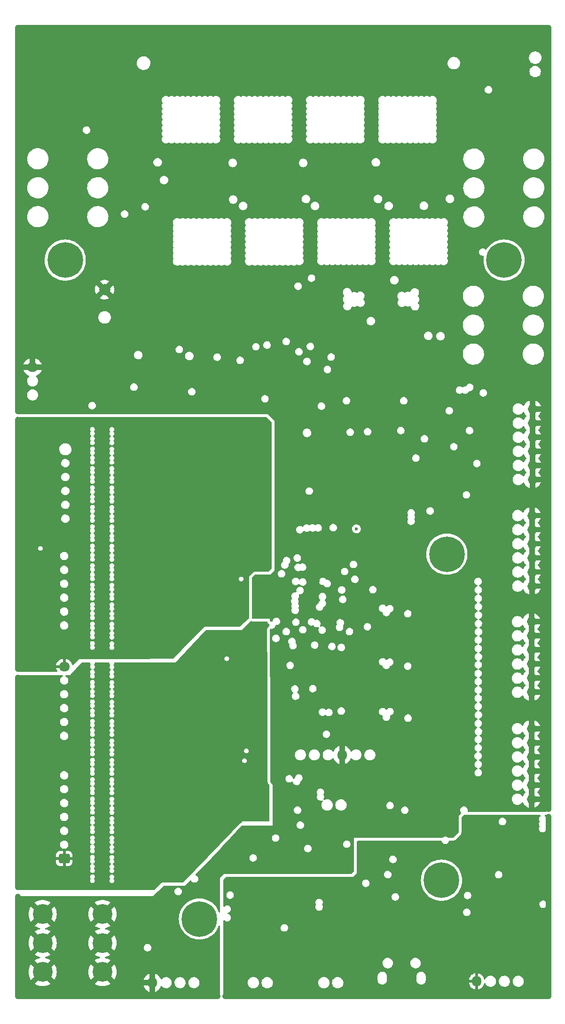
<source format=gbr>
G04 #@! TF.GenerationSoftware,KiCad,Pcbnew,(6.0.4)*
G04 #@! TF.CreationDate,2022-11-09T23:51:20-08:00*
G04 #@! TF.ProjectId,BMS_02,424d535f-3032-42e6-9b69-6361645f7063,rev?*
G04 #@! TF.SameCoordinates,Original*
G04 #@! TF.FileFunction,Copper,L2,Inr*
G04 #@! TF.FilePolarity,Positive*
%FSLAX46Y46*%
G04 Gerber Fmt 4.6, Leading zero omitted, Abs format (unit mm)*
G04 Created by KiCad (PCBNEW (6.0.4)) date 2022-11-09 23:51:20*
%MOMM*%
%LPD*%
G01*
G04 APERTURE LIST*
G04 Aperture macros list*
%AMRoundRect*
0 Rectangle with rounded corners*
0 $1 Rounding radius*
0 $2 $3 $4 $5 $6 $7 $8 $9 X,Y pos of 4 corners*
0 Add a 4 corners polygon primitive as box body*
4,1,4,$2,$3,$4,$5,$6,$7,$8,$9,$2,$3,0*
0 Add four circle primitives for the rounded corners*
1,1,$1+$1,$2,$3*
1,1,$1+$1,$4,$5*
1,1,$1+$1,$6,$7*
1,1,$1+$1,$8,$9*
0 Add four rect primitives between the rounded corners*
20,1,$1+$1,$2,$3,$4,$5,0*
20,1,$1+$1,$4,$5,$6,$7,0*
20,1,$1+$1,$6,$7,$8,$9,0*
20,1,$1+$1,$8,$9,$2,$3,0*%
G04 Aperture macros list end*
G04 #@! TA.AperFunction,ComponentPad*
%ADD10C,0.500000*%
G04 #@! TD*
G04 #@! TA.AperFunction,ComponentPad*
%ADD11C,3.570000*%
G04 #@! TD*
G04 #@! TA.AperFunction,ComponentPad*
%ADD12RoundRect,0.250000X0.725000X-0.600000X0.725000X0.600000X-0.725000X0.600000X-0.725000X-0.600000X0*%
G04 #@! TD*
G04 #@! TA.AperFunction,ComponentPad*
%ADD13O,1.950000X1.700000*%
G04 #@! TD*
G04 #@! TA.AperFunction,ComponentPad*
%ADD14O,1.700000X1.950000*%
G04 #@! TD*
G04 #@! TA.AperFunction,ComponentPad*
%ADD15O,1.700000X1.700000*%
G04 #@! TD*
G04 #@! TA.AperFunction,ComponentPad*
%ADD16C,0.800000*%
G04 #@! TD*
G04 #@! TA.AperFunction,ComponentPad*
%ADD17C,6.400000*%
G04 #@! TD*
G04 #@! TA.AperFunction,ComponentPad*
%ADD18C,2.000000*%
G04 #@! TD*
G04 #@! TA.AperFunction,ViaPad*
%ADD19C,0.600000*%
G04 #@! TD*
G04 #@! TA.AperFunction,Conductor*
%ADD20C,1.000000*%
G04 #@! TD*
G04 #@! TA.AperFunction,Conductor*
%ADD21C,0.500000*%
G04 #@! TD*
G04 APERTURE END LIST*
D10*
X95250000Y-76650000D03*
X95250000Y-77750000D03*
X93950000Y-76650000D03*
X93950000Y-77750000D03*
D11*
X38075000Y-184500000D03*
X38075000Y-174080000D03*
X27275000Y-174080000D03*
X27275000Y-184500000D03*
X27275000Y-179290000D03*
X38075000Y-179290000D03*
D12*
X31165000Y-164075000D03*
D13*
X31165000Y-129477000D03*
D14*
X47033000Y-186427000D03*
D15*
X115340000Y-140675000D03*
X115340000Y-143215000D03*
X115340000Y-145755000D03*
X115340000Y-148295000D03*
X115340000Y-150835000D03*
X115340000Y-153375000D03*
X115340000Y-121425000D03*
X115340000Y-123965000D03*
X115340000Y-126505000D03*
X115340000Y-129045000D03*
X115340000Y-131585000D03*
X115340000Y-134125000D03*
X115415000Y-102300000D03*
X115415000Y-104840000D03*
X115415000Y-107380000D03*
X115415000Y-109920000D03*
X115415000Y-112460000D03*
X115415000Y-115000000D03*
X115500000Y-83095000D03*
X115500000Y-85635000D03*
X115500000Y-88175000D03*
X115500000Y-90715000D03*
X115500000Y-93255000D03*
X115500000Y-95795000D03*
D14*
X105453000Y-186173000D03*
X81231000Y-145400000D03*
D16*
X100822056Y-169672056D03*
X96725000Y-167975000D03*
X97427944Y-169672056D03*
X100822056Y-166277944D03*
D17*
X99125000Y-167975000D03*
D16*
X99125000Y-170375000D03*
X99125000Y-165575000D03*
X101525000Y-167975000D03*
X97427944Y-166277944D03*
D17*
X55525000Y-174950000D03*
D16*
X57925000Y-174950000D03*
X53827944Y-176647056D03*
X55525000Y-177350000D03*
X57222056Y-176647056D03*
X53125000Y-174950000D03*
X57222056Y-173252944D03*
X53827944Y-173252944D03*
X55525000Y-172550000D03*
X108702944Y-57997056D03*
X110400000Y-53900000D03*
X108702944Y-54602944D03*
X110400000Y-58700000D03*
D17*
X110400000Y-56300000D03*
D16*
X112097056Y-54602944D03*
X112097056Y-57997056D03*
X108000000Y-56300000D03*
X112800000Y-56300000D03*
X100100000Y-111650000D03*
X98402944Y-107552944D03*
X100100000Y-106850000D03*
X97700000Y-109250000D03*
X102500000Y-109250000D03*
X101797056Y-107552944D03*
X98402944Y-110947056D03*
D17*
X100100000Y-109250000D03*
D16*
X101797056Y-110947056D03*
X28950000Y-56300000D03*
X33047056Y-54602944D03*
D17*
X31350000Y-56300000D03*
D16*
X33047056Y-57997056D03*
X29652944Y-54602944D03*
X31350000Y-53900000D03*
X33750000Y-56300000D03*
X29652944Y-57997056D03*
X31350000Y-58700000D03*
D18*
X38450000Y-61617677D03*
D10*
X85350000Y-77950000D03*
X85350000Y-76850000D03*
X84050000Y-76850000D03*
X84050000Y-77950000D03*
D13*
X25475000Y-75575000D03*
D19*
X50925000Y-89025000D03*
X36250000Y-127725000D03*
X39750000Y-127750000D03*
X36250000Y-126975000D03*
X39750000Y-127000000D03*
X27700000Y-91400000D03*
X27700000Y-90400000D03*
X22850000Y-123225000D03*
X22850000Y-100450000D03*
X50925000Y-92450000D03*
X60075000Y-107675000D03*
X50922913Y-110086101D03*
X22850000Y-115725000D03*
X22850000Y-93375000D03*
X50925000Y-106500000D03*
X25425000Y-115925000D03*
X50976416Y-124101416D03*
X50925000Y-117025000D03*
X57900000Y-92175000D03*
X50900000Y-113350000D03*
X51975000Y-86550000D03*
X22850000Y-85099520D03*
X50925000Y-95975000D03*
X22850000Y-102725000D03*
X50860000Y-104450000D03*
X51925000Y-126450000D03*
X52850000Y-123450000D03*
X22849520Y-97875480D03*
X25425000Y-113350000D03*
X25900000Y-104350000D03*
X22850000Y-129949520D03*
X25425000Y-110925000D03*
X22850000Y-96300000D03*
X22850000Y-94750000D03*
X58025000Y-97500000D03*
X25425000Y-118350000D03*
X22850000Y-108425000D03*
X66150000Y-102199500D03*
X63500000Y-106875000D03*
X25425000Y-120825000D03*
X60075000Y-102175000D03*
X50900000Y-99475000D03*
X50950000Y-120475000D03*
X83800000Y-104700000D03*
X67250000Y-145900000D03*
X51679059Y-129431698D03*
X50925000Y-158950000D03*
X22850000Y-141900000D03*
X59825000Y-148400000D03*
X22850000Y-136350000D03*
X50546000Y-148575000D03*
X25675000Y-160400000D03*
X50900000Y-138075000D03*
X50850000Y-155450000D03*
X22850000Y-137950000D03*
X50950000Y-164625000D03*
X22850000Y-145800000D03*
X22850000Y-160750000D03*
X66825000Y-154575000D03*
X25675000Y-157875000D03*
X22849520Y-169200000D03*
X50900000Y-151950000D03*
X67575500Y-152025000D03*
X22849520Y-134775480D03*
X25850000Y-148100000D03*
X26500000Y-132075000D03*
X50900000Y-131050000D03*
X22849520Y-139400480D03*
X50950000Y-168075000D03*
X49556008Y-144024500D03*
X22849520Y-131450000D03*
X59825000Y-151400000D03*
X64750000Y-147700000D03*
X59251377Y-134048545D03*
X22850000Y-153275000D03*
X50900000Y-134525000D03*
X25600000Y-132100000D03*
X54650000Y-125550000D03*
X50900000Y-141500000D03*
X22849520Y-133300480D03*
X57150000Y-140750000D03*
X25675000Y-152775000D03*
X25675000Y-155350000D03*
X65450000Y-170225000D03*
X109325000Y-158400000D03*
X110650480Y-188899520D03*
X62379000Y-180709500D03*
X104250000Y-162700000D03*
X87750000Y-176150000D03*
X75625000Y-181275000D03*
X69150000Y-170250000D03*
X108149846Y-167675306D03*
X60500000Y-169100000D03*
X94800000Y-161625000D03*
X93225000Y-181700000D03*
X77825000Y-177700000D03*
X87400000Y-182125000D03*
X60150480Y-188900000D03*
X84950000Y-163925000D03*
X80650000Y-188900000D03*
X109375000Y-180400000D03*
X111075000Y-158400000D03*
X118425960Y-173274040D03*
X85500000Y-177575000D03*
X97050000Y-183350000D03*
X106650000Y-175075000D03*
X103150480Y-188899520D03*
X68725000Y-179400000D03*
X95725000Y-188900000D03*
X73025000Y-188900000D03*
X68725000Y-178100000D03*
X96300000Y-172050000D03*
X91475000Y-161375000D03*
X77800000Y-179025000D03*
X113000990Y-168655387D03*
X118425960Y-156499520D03*
X96550000Y-176650000D03*
X65625000Y-188900000D03*
X79425000Y-170350000D03*
X88200480Y-188899520D03*
X91550000Y-178825000D03*
X71700000Y-176975000D03*
X118425960Y-180849040D03*
X76825000Y-181600000D03*
X118425960Y-188899520D03*
X112075000Y-175050000D03*
X77325000Y-178400000D03*
X118425960Y-165774040D03*
X90725000Y-172700000D03*
X69375000Y-178750000D03*
X118425960Y-158299040D03*
X99975000Y-175175000D03*
X96000000Y-114200000D03*
X66400000Y-116425000D03*
X44925000Y-45550000D03*
X96025000Y-132200000D03*
X95987500Y-118700000D03*
X87675000Y-125025000D03*
X118425960Y-20899040D03*
X44925000Y-42150000D03*
X118425960Y-118324040D03*
X43100000Y-46700000D03*
X22849520Y-14425000D03*
X86950000Y-118275000D03*
X36800000Y-32950000D03*
X41375000Y-76775000D03*
X92850000Y-144700000D03*
X22850000Y-65725000D03*
X55650000Y-73150000D03*
X96000000Y-126225000D03*
X118425960Y-88674040D03*
X83601436Y-125200000D03*
X93000000Y-109700000D03*
X22850000Y-81000000D03*
X76899286Y-114102380D03*
X118425960Y-133299040D03*
X104050000Y-27100000D03*
X76500000Y-122900000D03*
X74135348Y-96158768D03*
X91100000Y-95000000D03*
X58175480Y-14424520D03*
X65700000Y-120250000D03*
X41450000Y-32250000D03*
X95975000Y-135200000D03*
X74275000Y-100675000D03*
X73450000Y-152525000D03*
X95475480Y-14424520D03*
X103349500Y-52775000D03*
X69450000Y-59700000D03*
X103050000Y-105950000D03*
X96000000Y-144125000D03*
X71600000Y-59700000D03*
X101450000Y-159475000D03*
X86700000Y-80750000D03*
X30724520Y-188900480D03*
X104250000Y-95550000D03*
X38274520Y-188900480D03*
X44925000Y-43825000D03*
X27950000Y-52850000D03*
X67725000Y-160800000D03*
X118425960Y-28224040D03*
X67250000Y-59700000D03*
X22850000Y-35850000D03*
X73875000Y-89500000D03*
X75000000Y-132875000D03*
X53149520Y-188900480D03*
X28475000Y-73175000D03*
X92100000Y-102000000D03*
X22850000Y-83549520D03*
X96075787Y-148505570D03*
X118425960Y-36849040D03*
X88392000Y-114046000D03*
X44525000Y-171350000D03*
X79225000Y-158125000D03*
X68400000Y-59700000D03*
X85875000Y-113500000D03*
X35750480Y-14424520D03*
X68800000Y-143400000D03*
X78575000Y-100650000D03*
X50600480Y-14424520D03*
X22850000Y-73525000D03*
X84400000Y-108250000D03*
X39451099Y-80498987D03*
X111475000Y-17975000D03*
X85950000Y-150250000D03*
X72000000Y-73350000D03*
X95225000Y-85800000D03*
X22850000Y-178225000D03*
X80750480Y-14424520D03*
X118425960Y-103349040D03*
X96000030Y-138225000D03*
X54250000Y-81050000D03*
X118425960Y-148324040D03*
X44475000Y-35575000D03*
X96000000Y-115725000D03*
X88800000Y-86925000D03*
X88200480Y-14424520D03*
X47575000Y-182650000D03*
X96000000Y-145600000D03*
X118425960Y-125849040D03*
X90075000Y-132550000D03*
X95950000Y-120250000D03*
X87200000Y-117000500D03*
X43300960Y-14424040D03*
X84675000Y-100750000D03*
X84150000Y-132825000D03*
X44900000Y-44675000D03*
X50275000Y-72450000D03*
X87866190Y-115377535D03*
X118425480Y-61375480D03*
X96500000Y-80650000D03*
X84949998Y-158900000D03*
X103950000Y-77450000D03*
X44925000Y-41325000D03*
X62999520Y-79600480D03*
X96000000Y-136675000D03*
X103025480Y-14424520D03*
X43400000Y-81525000D03*
X77300000Y-80650000D03*
X79575000Y-132925000D03*
X22900000Y-188900000D03*
X95975000Y-139675000D03*
X48200000Y-178550000D03*
X95987500Y-117200000D03*
X73875000Y-94150000D03*
X99725000Y-69025000D03*
X46500000Y-51400000D03*
X79250000Y-164025000D03*
X116450000Y-55000000D03*
X22850000Y-170899520D03*
X94975010Y-157475000D03*
X84725000Y-103025000D03*
X29075000Y-82525000D03*
X100600000Y-69075000D03*
X96000000Y-130725000D03*
X31400000Y-78275000D03*
X81100000Y-132900000D03*
X44925000Y-42975000D03*
X68113556Y-75686444D03*
X22850000Y-20675000D03*
X22850000Y-50850000D03*
X80264000Y-59944000D03*
X118425960Y-49911356D03*
X28200480Y-14424520D03*
X118425960Y-80974040D03*
X70500000Y-59700000D03*
X71600000Y-163900000D03*
X95987500Y-141200000D03*
X118425960Y-96199040D03*
X90300000Y-159525000D03*
X70350000Y-84050000D03*
X95905886Y-127694114D03*
X38250000Y-82125000D03*
X50425000Y-176125000D03*
X81250000Y-118325000D03*
X112675000Y-30625000D03*
X113575000Y-30625000D03*
X76250000Y-139725000D03*
X114500000Y-30650000D03*
X118425480Y-74100000D03*
X107775000Y-18000000D03*
X73375480Y-14424520D03*
X87725000Y-134325000D03*
X95987500Y-133700000D03*
X94000000Y-109700000D03*
X57100000Y-79300000D03*
X95975000Y-142625000D03*
X95925061Y-129200000D03*
X95987500Y-147100000D03*
X52618750Y-76718750D03*
X95987500Y-123200000D03*
X65750480Y-14424520D03*
X95800000Y-83300010D03*
X60500000Y-164850000D03*
X54450000Y-169150000D03*
X103800000Y-102525000D03*
X22850000Y-28350000D03*
X51250000Y-178950000D03*
X118425960Y-140849040D03*
X40950000Y-51500000D03*
X118425960Y-155199520D03*
X76158500Y-127600000D03*
X45674520Y-188900480D03*
X118425960Y-53274040D03*
X98874999Y-68800000D03*
X118425960Y-110799040D03*
X110800480Y-14424520D03*
X118400480Y-14424040D03*
X81275000Y-120825000D03*
X22850000Y-43400000D03*
X82400000Y-110675000D03*
X103275021Y-84336084D03*
X44925000Y-40525000D03*
X78050000Y-132875000D03*
X90275000Y-123175004D03*
X22850000Y-183625000D03*
X95975000Y-124725000D03*
X62600000Y-72850000D03*
X73825000Y-91850000D03*
X82625000Y-132825000D03*
X96400000Y-106700000D03*
X85875010Y-138925000D03*
X96000000Y-121750000D03*
X22850000Y-58300000D03*
X58800000Y-188900480D03*
D20*
X22850000Y-90499520D02*
X22850000Y-129949520D01*
X22850000Y-90499520D02*
X22850000Y-85099520D01*
X22850000Y-131449520D02*
X22850000Y-169199520D01*
X106250480Y-188899520D02*
X118425960Y-188899520D01*
X118425960Y-188899520D02*
X118425960Y-156499520D01*
X106250480Y-188899520D02*
X80292367Y-188899520D01*
X80291887Y-188900000D02*
X60150480Y-188900000D01*
X22850000Y-188900000D02*
X22850000Y-170899520D01*
X47150960Y-188900000D02*
X48250480Y-188900000D01*
X118425960Y-155199520D02*
X118425960Y-74099520D01*
X118400480Y-14424040D02*
X22850480Y-14424040D01*
X48250480Y-188900000D02*
X58800480Y-188900000D01*
D21*
X118675960Y-73974040D02*
X118675960Y-73199520D01*
X118675960Y-73199520D02*
X118675960Y-61399520D01*
X118425960Y-49911356D02*
X118425960Y-36925000D01*
X118675960Y-49661356D02*
X118675960Y-36949520D01*
D20*
X118425960Y-36925000D02*
X118425960Y-36599520D01*
X22850000Y-14424520D02*
X22850000Y-83549520D01*
D21*
X118425960Y-74099520D02*
X118425960Y-61375000D01*
D20*
X47150960Y-188900000D02*
X22850000Y-188900000D01*
X118425960Y-25149520D02*
X118425960Y-14449520D01*
X118425960Y-61375000D02*
X118425960Y-49911356D01*
X118425960Y-36599520D02*
X118425960Y-25149520D01*
G04 #@! TA.AperFunction,Conductor*
G36*
X98075000Y-79775000D02*
G01*
X81950000Y-79775000D01*
X81950000Y-74200000D01*
X98075000Y-74200000D01*
X98075000Y-79775000D01*
G37*
G04 #@! TD.AperFunction*
G04 #@! TA.AperFunction,Conductor*
G36*
X22736654Y-84503438D02*
G01*
X22759085Y-84510024D01*
X22763525Y-84510662D01*
X22763528Y-84510663D01*
X22897054Y-84529861D01*
X22897057Y-84529861D01*
X22901500Y-84530500D01*
X67538426Y-84530500D01*
X67606547Y-84550502D01*
X67627521Y-84567405D01*
X68482595Y-85422479D01*
X68516621Y-85484791D01*
X68519500Y-85511574D01*
X68519500Y-111801323D01*
X68499498Y-111869444D01*
X68487533Y-111885190D01*
X68026267Y-112402367D01*
X67965998Y-112439892D01*
X67932234Y-112444500D01*
X65505738Y-112444500D01*
X65503697Y-112444634D01*
X65503691Y-112444634D01*
X65441810Y-112448690D01*
X65441795Y-112448691D01*
X65439758Y-112448825D01*
X65437729Y-112449092D01*
X65437720Y-112449093D01*
X65418507Y-112451623D01*
X65407149Y-112453118D01*
X65405122Y-112453521D01*
X65405117Y-112453522D01*
X65348741Y-112464735D01*
X65348738Y-112464736D01*
X65342302Y-112466016D01*
X65288325Y-112489130D01*
X65214168Y-112520884D01*
X65214162Y-112520887D01*
X65210038Y-112522653D01*
X65149416Y-112559603D01*
X65145942Y-112562471D01*
X65145941Y-112562472D01*
X65129530Y-112576022D01*
X65038467Y-112651207D01*
X65035444Y-112654532D01*
X65035439Y-112654537D01*
X64735207Y-112984793D01*
X64611287Y-113121105D01*
X64608753Y-113123892D01*
X64581737Y-113156215D01*
X64580949Y-113157242D01*
X64569760Y-113171822D01*
X64569746Y-113171841D01*
X64568971Y-113172851D01*
X64568235Y-113173898D01*
X64568223Y-113173914D01*
X64554245Y-113193792D01*
X64544748Y-113207298D01*
X64484978Y-113338176D01*
X64464976Y-113406297D01*
X64464338Y-113410737D01*
X64464337Y-113410740D01*
X64454206Y-113481208D01*
X64444500Y-113548712D01*
X64444500Y-120724003D01*
X64444860Y-120727349D01*
X64444860Y-120727354D01*
X64454080Y-120813118D01*
X64441474Y-120882987D01*
X64412939Y-120920378D01*
X62910904Y-122267792D01*
X62846840Y-122298391D01*
X62826767Y-122300000D01*
X56400000Y-122300000D01*
X52341700Y-126503240D01*
X50837001Y-128061678D01*
X50775295Y-128096791D01*
X50746732Y-128100158D01*
X42378730Y-128124915D01*
X33918118Y-128149946D01*
X33918117Y-128149946D01*
X33900000Y-128150000D01*
X33756308Y-128289106D01*
X32816619Y-129198805D01*
X32753763Y-129231816D01*
X32683039Y-129225603D01*
X32626901Y-129182141D01*
X32605665Y-129134151D01*
X32596523Y-129090580D01*
X32593463Y-129080383D01*
X32512737Y-128875971D01*
X32508006Y-128866439D01*
X32393984Y-128678538D01*
X32387720Y-128669948D01*
X32243673Y-128503948D01*
X32236042Y-128496528D01*
X32066089Y-128357174D01*
X32057322Y-128351150D01*
X31866318Y-128242424D01*
X31856654Y-128237959D01*
X31650059Y-128162969D01*
X31639792Y-128160198D01*
X31436826Y-128123496D01*
X31423586Y-128124915D01*
X31419000Y-128139550D01*
X31419000Y-129605000D01*
X31398998Y-129673121D01*
X31345342Y-129719614D01*
X31293000Y-129731000D01*
X29723808Y-129731000D01*
X29710277Y-129734973D01*
X29708752Y-129745580D01*
X29733477Y-129863421D01*
X29736537Y-129873617D01*
X29817263Y-130078029D01*
X29821994Y-130087561D01*
X29910634Y-130233634D01*
X29928873Y-130302248D01*
X29907122Y-130369830D01*
X29852286Y-130414925D01*
X29802915Y-130425000D01*
X22725932Y-130425000D01*
X22657811Y-130404998D01*
X22611318Y-130351342D01*
X22599932Y-130299068D01*
X22599339Y-129205043D01*
X29706139Y-129205043D01*
X29708335Y-129219207D01*
X29721522Y-129223000D01*
X30892885Y-129223000D01*
X30908124Y-129218525D01*
X30909329Y-129217135D01*
X30911000Y-129209452D01*
X30911000Y-128143151D01*
X30906690Y-128128473D01*
X30894807Y-128126410D01*
X30815675Y-128133124D01*
X30805203Y-128134914D01*
X30592465Y-128190130D01*
X30582425Y-128193665D01*
X30382030Y-128283937D01*
X30372744Y-128289106D01*
X30190425Y-128411850D01*
X30182130Y-128418519D01*
X30023100Y-128570228D01*
X30016059Y-128578186D01*
X29884859Y-128754525D01*
X29879255Y-128763562D01*
X29779643Y-128959484D01*
X29775643Y-128969335D01*
X29710466Y-129179240D01*
X29708183Y-129189624D01*
X29706139Y-129205043D01*
X22599339Y-129205043D01*
X22597629Y-126050000D01*
X35820209Y-126050000D01*
X35821760Y-126059793D01*
X35825720Y-126084793D01*
X35841244Y-126182813D01*
X35902292Y-126302625D01*
X35997375Y-126397708D01*
X36006207Y-126402208D01*
X36006208Y-126402209D01*
X36032680Y-126415697D01*
X36117187Y-126458756D01*
X36250000Y-126479791D01*
X36382813Y-126458756D01*
X36467320Y-126415697D01*
X36493792Y-126402209D01*
X36493793Y-126402208D01*
X36502625Y-126397708D01*
X36597708Y-126302625D01*
X36658756Y-126182813D01*
X36674280Y-126084793D01*
X36675831Y-126075000D01*
X39320209Y-126075000D01*
X39341244Y-126207813D01*
X39345745Y-126216646D01*
X39389554Y-126302625D01*
X39402292Y-126327625D01*
X39497375Y-126422708D01*
X39506207Y-126427208D01*
X39506208Y-126427209D01*
X39557281Y-126453232D01*
X39617187Y-126483756D01*
X39750000Y-126504791D01*
X39882813Y-126483756D01*
X39942719Y-126453232D01*
X39993792Y-126427209D01*
X39993793Y-126427208D01*
X40002625Y-126422708D01*
X40097708Y-126327625D01*
X40110447Y-126302625D01*
X40154255Y-126216646D01*
X40158756Y-126207813D01*
X40179791Y-126075000D01*
X40175832Y-126050000D01*
X40160307Y-125951980D01*
X40158756Y-125942187D01*
X40097708Y-125822375D01*
X40076928Y-125801595D01*
X40042902Y-125739283D01*
X40047967Y-125668468D01*
X40076928Y-125623405D01*
X40097708Y-125602625D01*
X40110447Y-125577625D01*
X40154255Y-125491646D01*
X40158756Y-125482813D01*
X40179791Y-125350000D01*
X40175832Y-125325000D01*
X40160307Y-125226980D01*
X40158756Y-125217187D01*
X40097708Y-125097375D01*
X40002625Y-125002292D01*
X39993793Y-124997792D01*
X39993792Y-124997791D01*
X39942719Y-124971768D01*
X39882813Y-124941244D01*
X39750000Y-124920209D01*
X39617187Y-124941244D01*
X39557281Y-124971768D01*
X39506208Y-124997791D01*
X39506207Y-124997792D01*
X39497375Y-125002292D01*
X39402292Y-125097375D01*
X39341244Y-125217187D01*
X39339693Y-125226980D01*
X39324169Y-125325000D01*
X39320209Y-125350000D01*
X39341244Y-125482813D01*
X39345745Y-125491646D01*
X39389554Y-125577625D01*
X39402292Y-125602625D01*
X39423072Y-125623405D01*
X39457098Y-125685717D01*
X39452033Y-125756532D01*
X39423072Y-125801595D01*
X39402292Y-125822375D01*
X39341244Y-125942187D01*
X39339693Y-125951980D01*
X39324169Y-126050000D01*
X39320209Y-126075000D01*
X36675831Y-126075000D01*
X36678240Y-126059793D01*
X36679791Y-126050000D01*
X36658756Y-125917187D01*
X36614947Y-125831208D01*
X36602209Y-125806208D01*
X36602208Y-125806207D01*
X36597708Y-125797375D01*
X36576928Y-125776595D01*
X36542902Y-125714283D01*
X36547967Y-125643468D01*
X36576928Y-125598405D01*
X36597708Y-125577625D01*
X36658756Y-125457813D01*
X36674280Y-125359793D01*
X36678240Y-125334793D01*
X36679791Y-125325000D01*
X36658756Y-125192187D01*
X36614947Y-125106208D01*
X36602209Y-125081208D01*
X36602208Y-125081207D01*
X36597708Y-125072375D01*
X36502625Y-124977292D01*
X36493793Y-124972792D01*
X36493792Y-124972791D01*
X36428834Y-124939693D01*
X36382813Y-124916244D01*
X36250000Y-124895209D01*
X36117187Y-124916244D01*
X36071166Y-124939693D01*
X36006208Y-124972791D01*
X36006207Y-124972792D01*
X35997375Y-124977292D01*
X35902292Y-125072375D01*
X35897792Y-125081207D01*
X35897791Y-125081208D01*
X35885053Y-125106208D01*
X35841244Y-125192187D01*
X35820209Y-125325000D01*
X35821760Y-125334793D01*
X35825720Y-125359793D01*
X35841244Y-125457813D01*
X35902292Y-125577625D01*
X35923072Y-125598405D01*
X35957098Y-125660717D01*
X35952033Y-125731532D01*
X35923072Y-125776595D01*
X35902292Y-125797375D01*
X35897792Y-125806207D01*
X35897791Y-125806208D01*
X35885053Y-125831208D01*
X35841244Y-125917187D01*
X35820209Y-126050000D01*
X22597629Y-126050000D01*
X22596626Y-124200000D01*
X35820209Y-124200000D01*
X35821760Y-124209793D01*
X35825720Y-124234793D01*
X35841244Y-124332813D01*
X35902292Y-124452625D01*
X35997375Y-124547708D01*
X36006207Y-124552208D01*
X36006208Y-124552209D01*
X36032680Y-124565697D01*
X36117187Y-124608756D01*
X36250000Y-124629791D01*
X36382813Y-124608756D01*
X36467320Y-124565697D01*
X36493792Y-124552209D01*
X36493793Y-124552208D01*
X36502625Y-124547708D01*
X36597708Y-124452625D01*
X36658756Y-124332813D01*
X36674280Y-124234793D01*
X36675831Y-124225000D01*
X39320209Y-124225000D01*
X39341244Y-124357813D01*
X39345745Y-124366646D01*
X39389554Y-124452625D01*
X39402292Y-124477625D01*
X39497375Y-124572708D01*
X39506207Y-124577208D01*
X39506208Y-124577209D01*
X39557281Y-124603232D01*
X39617187Y-124633756D01*
X39750000Y-124654791D01*
X39882813Y-124633756D01*
X39942719Y-124603232D01*
X39993792Y-124577209D01*
X39993793Y-124577208D01*
X40002625Y-124572708D01*
X40097708Y-124477625D01*
X40110447Y-124452625D01*
X40154255Y-124366646D01*
X40158756Y-124357813D01*
X40179791Y-124225000D01*
X40175832Y-124200000D01*
X40160307Y-124101980D01*
X40158756Y-124092187D01*
X40097708Y-123972375D01*
X40064428Y-123939095D01*
X40030402Y-123876783D01*
X40035467Y-123805968D01*
X40064428Y-123760905D01*
X40097708Y-123727625D01*
X40110447Y-123702625D01*
X40154255Y-123616646D01*
X40158756Y-123607813D01*
X40179791Y-123475000D01*
X40175832Y-123450000D01*
X40160307Y-123351980D01*
X40158756Y-123342187D01*
X40097708Y-123222375D01*
X40002625Y-123127292D01*
X39993793Y-123122792D01*
X39985765Y-123116959D01*
X39987246Y-123114921D01*
X39946056Y-123076022D01*
X39928987Y-123007108D01*
X39951886Y-122939906D01*
X39986883Y-122909580D01*
X39985765Y-122908041D01*
X39993793Y-122902208D01*
X40002625Y-122897708D01*
X40097708Y-122802625D01*
X40104679Y-122788945D01*
X40154255Y-122691646D01*
X40158756Y-122682813D01*
X40179791Y-122550000D01*
X40175832Y-122525000D01*
X40160307Y-122426980D01*
X40158756Y-122417187D01*
X40097708Y-122297375D01*
X40076928Y-122276595D01*
X40042902Y-122214283D01*
X40047967Y-122143468D01*
X40076928Y-122098405D01*
X40097708Y-122077625D01*
X40110447Y-122052625D01*
X40154255Y-121966646D01*
X40158756Y-121957813D01*
X40179791Y-121825000D01*
X40175832Y-121800000D01*
X40160307Y-121701980D01*
X40158756Y-121692187D01*
X40097708Y-121572375D01*
X40002625Y-121477292D01*
X39993793Y-121472792D01*
X39993792Y-121472791D01*
X39942719Y-121446768D01*
X39882813Y-121416244D01*
X39776771Y-121399449D01*
X39750500Y-121386995D01*
X39723229Y-121399449D01*
X39617187Y-121416244D01*
X39557281Y-121446768D01*
X39506208Y-121472791D01*
X39506207Y-121472792D01*
X39497375Y-121477292D01*
X39402292Y-121572375D01*
X39341244Y-121692187D01*
X39339693Y-121701980D01*
X39324169Y-121800000D01*
X39320209Y-121825000D01*
X39341244Y-121957813D01*
X39345745Y-121966646D01*
X39389554Y-122052625D01*
X39402292Y-122077625D01*
X39423072Y-122098405D01*
X39457098Y-122160717D01*
X39452033Y-122231532D01*
X39423072Y-122276595D01*
X39402292Y-122297375D01*
X39341244Y-122417187D01*
X39339693Y-122426980D01*
X39324169Y-122525000D01*
X39320209Y-122550000D01*
X39341244Y-122682813D01*
X39345745Y-122691646D01*
X39395322Y-122788945D01*
X39402292Y-122802625D01*
X39497375Y-122897708D01*
X39506207Y-122902208D01*
X39514235Y-122908041D01*
X39512754Y-122910079D01*
X39553944Y-122948978D01*
X39571013Y-123017892D01*
X39548114Y-123085094D01*
X39513117Y-123115420D01*
X39514235Y-123116959D01*
X39506207Y-123122792D01*
X39497375Y-123127292D01*
X39402292Y-123222375D01*
X39341244Y-123342187D01*
X39339693Y-123351980D01*
X39324169Y-123450000D01*
X39320209Y-123475000D01*
X39341244Y-123607813D01*
X39345745Y-123616646D01*
X39389554Y-123702625D01*
X39402292Y-123727625D01*
X39435572Y-123760905D01*
X39469598Y-123823217D01*
X39464533Y-123894032D01*
X39435572Y-123939095D01*
X39402292Y-123972375D01*
X39341244Y-124092187D01*
X39339693Y-124101980D01*
X39324169Y-124200000D01*
X39320209Y-124225000D01*
X36675831Y-124225000D01*
X36678240Y-124209793D01*
X36679791Y-124200000D01*
X36658756Y-124067187D01*
X36614947Y-123981208D01*
X36602209Y-123956208D01*
X36602208Y-123956207D01*
X36597708Y-123947375D01*
X36564428Y-123914095D01*
X36530402Y-123851783D01*
X36535467Y-123780968D01*
X36564428Y-123735905D01*
X36597708Y-123702625D01*
X36658756Y-123582813D01*
X36674280Y-123484793D01*
X36678240Y-123459793D01*
X36679791Y-123450000D01*
X36658756Y-123317187D01*
X36614947Y-123231208D01*
X36602209Y-123206208D01*
X36602208Y-123206207D01*
X36597708Y-123197375D01*
X36502625Y-123102292D01*
X36493793Y-123097792D01*
X36485765Y-123091959D01*
X36487246Y-123089921D01*
X36446056Y-123051022D01*
X36428987Y-122982108D01*
X36451886Y-122914906D01*
X36486883Y-122884580D01*
X36485765Y-122883041D01*
X36493793Y-122877208D01*
X36502625Y-122872708D01*
X36597708Y-122777625D01*
X36605554Y-122762228D01*
X36641517Y-122691646D01*
X36658756Y-122657813D01*
X36674280Y-122559793D01*
X36678240Y-122534793D01*
X36679791Y-122525000D01*
X36658756Y-122392187D01*
X36614947Y-122306208D01*
X36602209Y-122281208D01*
X36602208Y-122281207D01*
X36597708Y-122272375D01*
X36576928Y-122251595D01*
X36542902Y-122189283D01*
X36547967Y-122118468D01*
X36576928Y-122073405D01*
X36597708Y-122052625D01*
X36658756Y-121932813D01*
X36674280Y-121834793D01*
X36678240Y-121809793D01*
X36679791Y-121800000D01*
X36658756Y-121667187D01*
X36612427Y-121576262D01*
X36602209Y-121556208D01*
X36602208Y-121556207D01*
X36597708Y-121547375D01*
X36502625Y-121452292D01*
X36493793Y-121447792D01*
X36493792Y-121447791D01*
X36420151Y-121410269D01*
X36382813Y-121391244D01*
X36276771Y-121374449D01*
X36250500Y-121361995D01*
X36223229Y-121374449D01*
X36117187Y-121391244D01*
X36079849Y-121410269D01*
X36006208Y-121447791D01*
X36006207Y-121447792D01*
X35997375Y-121452292D01*
X35902292Y-121547375D01*
X35897792Y-121556207D01*
X35897791Y-121556208D01*
X35887573Y-121576262D01*
X35841244Y-121667187D01*
X35820209Y-121800000D01*
X35821760Y-121809793D01*
X35825720Y-121834793D01*
X35841244Y-121932813D01*
X35902292Y-122052625D01*
X35923072Y-122073405D01*
X35957098Y-122135717D01*
X35952033Y-122206532D01*
X35923072Y-122251595D01*
X35902292Y-122272375D01*
X35897792Y-122281207D01*
X35897791Y-122281208D01*
X35885053Y-122306208D01*
X35841244Y-122392187D01*
X35820209Y-122525000D01*
X35821760Y-122534793D01*
X35825720Y-122559793D01*
X35841244Y-122657813D01*
X35858483Y-122691646D01*
X35894447Y-122762228D01*
X35902292Y-122777625D01*
X35997375Y-122872708D01*
X36006207Y-122877208D01*
X36014235Y-122883041D01*
X36012754Y-122885079D01*
X36053944Y-122923978D01*
X36071013Y-122992892D01*
X36048114Y-123060094D01*
X36013117Y-123090420D01*
X36014235Y-123091959D01*
X36006207Y-123097792D01*
X35997375Y-123102292D01*
X35902292Y-123197375D01*
X35897792Y-123206207D01*
X35897791Y-123206208D01*
X35885053Y-123231208D01*
X35841244Y-123317187D01*
X35820209Y-123450000D01*
X35821760Y-123459793D01*
X35825720Y-123484793D01*
X35841244Y-123582813D01*
X35902292Y-123702625D01*
X35935572Y-123735905D01*
X35969598Y-123798217D01*
X35964533Y-123869032D01*
X35935572Y-123914095D01*
X35902292Y-123947375D01*
X35897792Y-123956207D01*
X35897791Y-123956208D01*
X35885053Y-123981208D01*
X35841244Y-124067187D01*
X35820209Y-124200000D01*
X22596626Y-124200000D01*
X22595501Y-122125808D01*
X30411502Y-122125808D01*
X30412742Y-122133023D01*
X30412742Y-122133026D01*
X30435900Y-122267792D01*
X30441100Y-122298055D01*
X30509529Y-122458874D01*
X30513862Y-122464762D01*
X30513865Y-122464767D01*
X30550985Y-122515207D01*
X30613119Y-122599637D01*
X30618702Y-122604380D01*
X30740734Y-122708055D01*
X30740738Y-122708058D01*
X30746313Y-122712794D01*
X30901967Y-122792275D01*
X30909076Y-122794015D01*
X30909080Y-122794016D01*
X30972915Y-122809636D01*
X31071730Y-122833816D01*
X31077327Y-122834163D01*
X31077332Y-122834164D01*
X31080815Y-122834380D01*
X31080828Y-122834380D01*
X31082756Y-122834500D01*
X31208761Y-122834500D01*
X31299810Y-122823885D01*
X31331324Y-122820211D01*
X31331326Y-122820211D01*
X31338596Y-122819363D01*
X31345474Y-122816867D01*
X31345476Y-122816866D01*
X31496001Y-122762228D01*
X31502880Y-122759731D01*
X31508997Y-122755721D01*
X31509000Y-122755719D01*
X31633698Y-122673962D01*
X31649039Y-122663904D01*
X31769233Y-122537024D01*
X31857015Y-122385897D01*
X31885806Y-122290839D01*
X31905554Y-122225634D01*
X31907676Y-122218628D01*
X31918498Y-122044192D01*
X31901345Y-121944366D01*
X31890140Y-121879161D01*
X31888900Y-121871945D01*
X31820471Y-121711126D01*
X31816138Y-121705238D01*
X31816135Y-121705233D01*
X31721222Y-121576262D01*
X31716881Y-121570363D01*
X31647487Y-121511408D01*
X31589266Y-121461945D01*
X31589262Y-121461942D01*
X31583687Y-121457206D01*
X31428033Y-121377725D01*
X31420924Y-121375985D01*
X31420920Y-121375984D01*
X31336295Y-121355277D01*
X31258270Y-121336184D01*
X31252673Y-121335837D01*
X31252668Y-121335836D01*
X31249185Y-121335620D01*
X31249172Y-121335620D01*
X31247244Y-121335500D01*
X31121239Y-121335500D01*
X31030190Y-121346115D01*
X30998676Y-121349789D01*
X30998674Y-121349789D01*
X30991404Y-121350637D01*
X30984526Y-121353133D01*
X30984524Y-121353134D01*
X30833999Y-121407772D01*
X30827120Y-121410269D01*
X30821003Y-121414279D01*
X30821000Y-121414281D01*
X30769890Y-121447791D01*
X30680961Y-121506096D01*
X30560767Y-121632976D01*
X30472985Y-121784103D01*
X30470864Y-121791107D01*
X30470862Y-121791111D01*
X30431311Y-121921698D01*
X30422324Y-121951372D01*
X30411502Y-122125808D01*
X22595501Y-122125808D01*
X22594728Y-120700000D01*
X35820209Y-120700000D01*
X35821760Y-120709793D01*
X35824541Y-120727354D01*
X35841244Y-120832813D01*
X35902292Y-120952625D01*
X35997375Y-121047708D01*
X36006207Y-121052208D01*
X36006208Y-121052209D01*
X36032680Y-121065697D01*
X36117187Y-121108756D01*
X36126980Y-121110307D01*
X36223229Y-121125551D01*
X36249500Y-121138005D01*
X36276771Y-121125551D01*
X36373020Y-121110307D01*
X36382813Y-121108756D01*
X36467320Y-121065697D01*
X36493792Y-121052209D01*
X36493793Y-121052208D01*
X36502625Y-121047708D01*
X36597708Y-120952625D01*
X36658756Y-120832813D01*
X36675459Y-120727354D01*
X36675832Y-120725000D01*
X39320209Y-120725000D01*
X39341244Y-120857813D01*
X39345745Y-120866646D01*
X39389554Y-120952625D01*
X39402292Y-120977625D01*
X39497375Y-121072708D01*
X39506207Y-121077208D01*
X39506208Y-121077209D01*
X39557281Y-121103232D01*
X39617187Y-121133756D01*
X39626980Y-121135307D01*
X39723229Y-121150551D01*
X39749500Y-121163005D01*
X39776771Y-121150551D01*
X39873020Y-121135307D01*
X39882813Y-121133756D01*
X39942719Y-121103232D01*
X39993792Y-121077209D01*
X39993793Y-121077208D01*
X40002625Y-121072708D01*
X40097708Y-120977625D01*
X40110447Y-120952625D01*
X40154255Y-120866646D01*
X40158756Y-120857813D01*
X40179791Y-120725000D01*
X40175832Y-120700000D01*
X40160307Y-120601980D01*
X40158756Y-120592187D01*
X40097708Y-120472375D01*
X40064428Y-120439095D01*
X40030402Y-120376783D01*
X40035467Y-120305968D01*
X40064428Y-120260905D01*
X40097708Y-120227625D01*
X40110447Y-120202625D01*
X40154255Y-120116646D01*
X40158756Y-120107813D01*
X40179791Y-119975000D01*
X40175832Y-119950000D01*
X40160307Y-119851980D01*
X40158756Y-119842187D01*
X40097708Y-119722375D01*
X40002625Y-119627292D01*
X39993793Y-119622792D01*
X39985765Y-119616959D01*
X39987246Y-119614921D01*
X39946056Y-119576022D01*
X39928987Y-119507108D01*
X39951886Y-119439906D01*
X39986883Y-119409580D01*
X39985765Y-119408041D01*
X39993793Y-119402208D01*
X40002625Y-119397708D01*
X40097708Y-119302625D01*
X40110371Y-119277774D01*
X40140900Y-119217857D01*
X40158756Y-119182813D01*
X40179791Y-119050000D01*
X40175832Y-119025000D01*
X40160307Y-118926980D01*
X40158756Y-118917187D01*
X40118162Y-118837518D01*
X40102209Y-118806208D01*
X40102208Y-118806207D01*
X40097708Y-118797375D01*
X40076928Y-118776595D01*
X40042902Y-118714283D01*
X40047967Y-118643468D01*
X40076928Y-118598405D01*
X40097708Y-118577625D01*
X40110447Y-118552625D01*
X40154255Y-118466646D01*
X40158756Y-118457813D01*
X40179791Y-118325000D01*
X40175832Y-118300000D01*
X40160307Y-118201980D01*
X40158756Y-118192187D01*
X40097708Y-118072375D01*
X40002625Y-117977292D01*
X39993793Y-117972792D01*
X39993792Y-117972791D01*
X39942719Y-117946768D01*
X39882813Y-117916244D01*
X39776771Y-117899449D01*
X39750500Y-117886995D01*
X39723229Y-117899449D01*
X39617187Y-117916244D01*
X39557281Y-117946768D01*
X39506208Y-117972791D01*
X39506207Y-117972792D01*
X39497375Y-117977292D01*
X39402292Y-118072375D01*
X39341244Y-118192187D01*
X39339693Y-118201980D01*
X39324169Y-118300000D01*
X39320209Y-118325000D01*
X39341244Y-118457813D01*
X39345745Y-118466646D01*
X39389554Y-118552625D01*
X39402292Y-118577625D01*
X39423072Y-118598405D01*
X39457098Y-118660717D01*
X39452033Y-118731532D01*
X39423072Y-118776595D01*
X39402292Y-118797375D01*
X39397792Y-118806207D01*
X39397791Y-118806208D01*
X39381838Y-118837518D01*
X39341244Y-118917187D01*
X39339693Y-118926980D01*
X39324169Y-119025000D01*
X39320209Y-119050000D01*
X39341244Y-119182813D01*
X39359100Y-119217857D01*
X39389630Y-119277774D01*
X39402292Y-119302625D01*
X39497375Y-119397708D01*
X39506207Y-119402208D01*
X39514235Y-119408041D01*
X39512754Y-119410079D01*
X39553944Y-119448978D01*
X39571013Y-119517892D01*
X39548114Y-119585094D01*
X39513117Y-119615420D01*
X39514235Y-119616959D01*
X39506207Y-119622792D01*
X39497375Y-119627292D01*
X39402292Y-119722375D01*
X39341244Y-119842187D01*
X39339693Y-119851980D01*
X39324169Y-119950000D01*
X39320209Y-119975000D01*
X39341244Y-120107813D01*
X39345745Y-120116646D01*
X39389554Y-120202625D01*
X39402292Y-120227625D01*
X39435572Y-120260905D01*
X39469598Y-120323217D01*
X39464533Y-120394032D01*
X39435572Y-120439095D01*
X39402292Y-120472375D01*
X39341244Y-120592187D01*
X39339693Y-120601980D01*
X39324169Y-120700000D01*
X39320209Y-120725000D01*
X36675832Y-120725000D01*
X36678240Y-120709793D01*
X36679791Y-120700000D01*
X36658756Y-120567187D01*
X36597708Y-120447375D01*
X36564428Y-120414095D01*
X36530402Y-120351783D01*
X36535467Y-120280968D01*
X36564428Y-120235905D01*
X36597708Y-120202625D01*
X36658756Y-120082813D01*
X36674280Y-119984793D01*
X36678240Y-119959793D01*
X36679791Y-119950000D01*
X36658756Y-119817187D01*
X36612107Y-119725634D01*
X36602209Y-119706208D01*
X36602208Y-119706207D01*
X36597708Y-119697375D01*
X36502625Y-119602292D01*
X36493793Y-119597792D01*
X36485765Y-119591959D01*
X36487246Y-119589921D01*
X36446056Y-119551022D01*
X36428987Y-119482108D01*
X36451886Y-119414906D01*
X36486883Y-119384580D01*
X36485765Y-119383041D01*
X36493793Y-119377208D01*
X36502625Y-119372708D01*
X36597708Y-119277625D01*
X36658756Y-119157813D01*
X36674280Y-119059793D01*
X36678240Y-119034793D01*
X36679791Y-119025000D01*
X36658756Y-118892187D01*
X36614947Y-118806208D01*
X36602209Y-118781208D01*
X36602208Y-118781207D01*
X36597708Y-118772375D01*
X36576928Y-118751595D01*
X36542902Y-118689283D01*
X36547967Y-118618468D01*
X36576928Y-118573405D01*
X36597708Y-118552625D01*
X36658756Y-118432813D01*
X36674280Y-118334793D01*
X36678240Y-118309793D01*
X36679791Y-118300000D01*
X36658756Y-118167187D01*
X36614947Y-118081208D01*
X36602209Y-118056208D01*
X36602208Y-118056207D01*
X36597708Y-118047375D01*
X36502625Y-117952292D01*
X36493793Y-117947792D01*
X36493792Y-117947791D01*
X36398916Y-117899449D01*
X36382813Y-117891244D01*
X36276771Y-117874449D01*
X36250500Y-117861995D01*
X36223229Y-117874449D01*
X36117187Y-117891244D01*
X36101084Y-117899449D01*
X36006208Y-117947791D01*
X36006207Y-117947792D01*
X35997375Y-117952292D01*
X35902292Y-118047375D01*
X35897792Y-118056207D01*
X35897791Y-118056208D01*
X35885053Y-118081208D01*
X35841244Y-118167187D01*
X35820209Y-118300000D01*
X35821760Y-118309793D01*
X35825720Y-118334793D01*
X35841244Y-118432813D01*
X35902292Y-118552625D01*
X35923072Y-118573405D01*
X35957098Y-118635717D01*
X35952033Y-118706532D01*
X35923072Y-118751595D01*
X35902292Y-118772375D01*
X35897792Y-118781207D01*
X35897791Y-118781208D01*
X35885053Y-118806208D01*
X35841244Y-118892187D01*
X35820209Y-119025000D01*
X35821760Y-119034793D01*
X35825720Y-119059793D01*
X35841244Y-119157813D01*
X35902292Y-119277625D01*
X35997375Y-119372708D01*
X36006207Y-119377208D01*
X36014235Y-119383041D01*
X36012754Y-119385079D01*
X36053944Y-119423978D01*
X36071013Y-119492892D01*
X36048114Y-119560094D01*
X36013117Y-119590420D01*
X36014235Y-119591959D01*
X36006207Y-119597792D01*
X35997375Y-119602292D01*
X35902292Y-119697375D01*
X35897792Y-119706207D01*
X35897791Y-119706208D01*
X35887893Y-119725634D01*
X35841244Y-119817187D01*
X35820209Y-119950000D01*
X35821760Y-119959793D01*
X35825720Y-119984793D01*
X35841244Y-120082813D01*
X35902292Y-120202625D01*
X35935572Y-120235905D01*
X35969598Y-120298217D01*
X35964533Y-120369032D01*
X35935572Y-120414095D01*
X35902292Y-120447375D01*
X35841244Y-120567187D01*
X35820209Y-120700000D01*
X22594728Y-120700000D01*
X22594145Y-119625808D01*
X30411502Y-119625808D01*
X30412742Y-119633023D01*
X30412742Y-119633026D01*
X30429613Y-119731208D01*
X30441100Y-119798055D01*
X30509529Y-119958874D01*
X30513862Y-119964762D01*
X30513865Y-119964767D01*
X30521396Y-119975000D01*
X30613119Y-120099637D01*
X30618702Y-120104380D01*
X30740734Y-120208055D01*
X30740738Y-120208058D01*
X30746313Y-120212794D01*
X30901967Y-120292275D01*
X30909076Y-120294015D01*
X30909080Y-120294016D01*
X30957925Y-120305968D01*
X31071730Y-120333816D01*
X31077327Y-120334163D01*
X31077332Y-120334164D01*
X31080815Y-120334380D01*
X31080828Y-120334380D01*
X31082756Y-120334500D01*
X31208761Y-120334500D01*
X31309905Y-120322708D01*
X31331324Y-120320211D01*
X31331326Y-120320211D01*
X31338596Y-120319363D01*
X31345474Y-120316867D01*
X31345476Y-120316866D01*
X31496001Y-120262228D01*
X31502880Y-120259731D01*
X31508997Y-120255721D01*
X31509000Y-120255719D01*
X31589980Y-120202625D01*
X31649039Y-120163904D01*
X31769233Y-120037024D01*
X31857015Y-119885897D01*
X31867288Y-119851980D01*
X31905554Y-119725634D01*
X31907676Y-119718628D01*
X31918498Y-119544192D01*
X31901345Y-119444366D01*
X31890140Y-119379161D01*
X31888900Y-119371945D01*
X31820471Y-119211126D01*
X31816138Y-119205238D01*
X31816135Y-119205233D01*
X31721222Y-119076262D01*
X31716881Y-119070363D01*
X31675013Y-119034793D01*
X31589266Y-118961945D01*
X31589262Y-118961942D01*
X31583687Y-118957206D01*
X31428033Y-118877725D01*
X31420924Y-118875985D01*
X31420920Y-118875984D01*
X31336295Y-118855277D01*
X31258270Y-118836184D01*
X31252673Y-118835837D01*
X31252668Y-118835836D01*
X31249185Y-118835620D01*
X31249172Y-118835620D01*
X31247244Y-118835500D01*
X31121239Y-118835500D01*
X31030190Y-118846115D01*
X30998676Y-118849789D01*
X30998674Y-118849789D01*
X30991404Y-118850637D01*
X30984526Y-118853133D01*
X30984524Y-118853134D01*
X30876935Y-118892187D01*
X30827120Y-118910269D01*
X30821003Y-118914279D01*
X30821000Y-118914281D01*
X30760606Y-118953878D01*
X30680961Y-119006096D01*
X30560767Y-119132976D01*
X30472985Y-119284103D01*
X30470864Y-119291107D01*
X30470862Y-119291111D01*
X30431311Y-119421698D01*
X30422324Y-119451372D01*
X30411502Y-119625808D01*
X22594145Y-119625808D01*
X22592789Y-117125808D01*
X30411502Y-117125808D01*
X30412742Y-117133023D01*
X30412742Y-117133026D01*
X30430229Y-117234793D01*
X30441100Y-117298055D01*
X30509529Y-117458874D01*
X30513862Y-117464762D01*
X30513865Y-117464767D01*
X30578216Y-117552209D01*
X30613119Y-117599637D01*
X30618702Y-117604380D01*
X30740734Y-117708055D01*
X30740738Y-117708058D01*
X30746313Y-117712794D01*
X30901967Y-117792275D01*
X30909076Y-117794015D01*
X30909080Y-117794016D01*
X30993705Y-117814723D01*
X31071730Y-117833816D01*
X31077327Y-117834163D01*
X31077332Y-117834164D01*
X31080815Y-117834380D01*
X31080828Y-117834380D01*
X31082756Y-117834500D01*
X31208761Y-117834500D01*
X31299810Y-117823885D01*
X31331324Y-117820211D01*
X31331326Y-117820211D01*
X31338596Y-117819363D01*
X31345474Y-117816867D01*
X31345476Y-117816866D01*
X31496001Y-117762228D01*
X31502880Y-117759731D01*
X31508997Y-117755721D01*
X31509000Y-117755719D01*
X31581698Y-117708055D01*
X31649039Y-117663904D01*
X31769233Y-117537024D01*
X31857015Y-117385897D01*
X31870418Y-117341646D01*
X31905554Y-117225634D01*
X31907676Y-117218628D01*
X31908832Y-117200000D01*
X35820209Y-117200000D01*
X35821760Y-117209793D01*
X35824269Y-117225634D01*
X35841244Y-117332813D01*
X35902292Y-117452625D01*
X35997375Y-117547708D01*
X36006207Y-117552208D01*
X36006208Y-117552209D01*
X36032680Y-117565697D01*
X36117187Y-117608756D01*
X36126980Y-117610307D01*
X36223229Y-117625551D01*
X36249500Y-117638005D01*
X36276771Y-117625551D01*
X36373020Y-117610307D01*
X36382813Y-117608756D01*
X36467320Y-117565697D01*
X36493792Y-117552209D01*
X36493793Y-117552208D01*
X36502625Y-117547708D01*
X36597708Y-117452625D01*
X36658756Y-117332813D01*
X36675731Y-117225634D01*
X36675831Y-117225000D01*
X39320209Y-117225000D01*
X39341244Y-117357813D01*
X39345745Y-117366646D01*
X39389554Y-117452625D01*
X39402292Y-117477625D01*
X39497375Y-117572708D01*
X39506207Y-117577208D01*
X39506208Y-117577209D01*
X39557281Y-117603232D01*
X39617187Y-117633756D01*
X39626980Y-117635307D01*
X39723229Y-117650551D01*
X39749500Y-117663005D01*
X39776771Y-117650551D01*
X39873020Y-117635307D01*
X39882813Y-117633756D01*
X39942719Y-117603232D01*
X39993792Y-117577209D01*
X39993793Y-117577208D01*
X40002625Y-117572708D01*
X40097708Y-117477625D01*
X40110447Y-117452625D01*
X40154255Y-117366646D01*
X40158756Y-117357813D01*
X40179791Y-117225000D01*
X40175832Y-117200000D01*
X40160307Y-117101980D01*
X40158756Y-117092187D01*
X40097708Y-116972375D01*
X40064428Y-116939095D01*
X40030402Y-116876783D01*
X40035467Y-116805968D01*
X40064428Y-116760905D01*
X40097708Y-116727625D01*
X40109118Y-116705233D01*
X40142709Y-116639307D01*
X40158756Y-116607813D01*
X40179791Y-116475000D01*
X40175832Y-116450000D01*
X40160307Y-116351980D01*
X40158756Y-116342187D01*
X40097708Y-116222375D01*
X40002625Y-116127292D01*
X39993793Y-116122792D01*
X39985765Y-116116959D01*
X39987246Y-116114921D01*
X39946056Y-116076022D01*
X39928987Y-116007108D01*
X39951886Y-115939906D01*
X39986883Y-115909580D01*
X39985765Y-115908041D01*
X39993793Y-115902208D01*
X40002625Y-115897708D01*
X40097708Y-115802625D01*
X40110447Y-115777625D01*
X40154255Y-115691646D01*
X40158756Y-115682813D01*
X40179791Y-115550000D01*
X40175832Y-115525000D01*
X40160307Y-115426980D01*
X40158756Y-115417187D01*
X40108912Y-115319363D01*
X40102209Y-115306208D01*
X40102208Y-115306207D01*
X40097708Y-115297375D01*
X40076928Y-115276595D01*
X40042902Y-115214283D01*
X40047967Y-115143468D01*
X40076928Y-115098405D01*
X40097708Y-115077625D01*
X40110447Y-115052625D01*
X40154255Y-114966646D01*
X40158756Y-114957813D01*
X40179791Y-114825000D01*
X40175832Y-114800000D01*
X40160307Y-114701980D01*
X40158756Y-114692187D01*
X40097708Y-114572375D01*
X40002625Y-114477292D01*
X39993793Y-114472792D01*
X39993792Y-114472791D01*
X39938005Y-114444366D01*
X39882813Y-114416244D01*
X39776771Y-114399449D01*
X39750500Y-114386995D01*
X39723229Y-114399449D01*
X39617187Y-114416244D01*
X39561995Y-114444366D01*
X39506208Y-114472791D01*
X39506207Y-114472792D01*
X39497375Y-114477292D01*
X39402292Y-114572375D01*
X39341244Y-114692187D01*
X39339693Y-114701980D01*
X39324169Y-114800000D01*
X39320209Y-114825000D01*
X39341244Y-114957813D01*
X39345745Y-114966646D01*
X39389554Y-115052625D01*
X39402292Y-115077625D01*
X39423072Y-115098405D01*
X39457098Y-115160717D01*
X39452033Y-115231532D01*
X39423072Y-115276595D01*
X39402292Y-115297375D01*
X39397792Y-115306207D01*
X39397791Y-115306208D01*
X39391088Y-115319363D01*
X39341244Y-115417187D01*
X39339693Y-115426980D01*
X39324169Y-115525000D01*
X39320209Y-115550000D01*
X39341244Y-115682813D01*
X39345745Y-115691646D01*
X39389554Y-115777625D01*
X39402292Y-115802625D01*
X39497375Y-115897708D01*
X39506207Y-115902208D01*
X39514235Y-115908041D01*
X39512754Y-115910079D01*
X39553944Y-115948978D01*
X39571013Y-116017892D01*
X39548114Y-116085094D01*
X39513117Y-116115420D01*
X39514235Y-116116959D01*
X39506207Y-116122792D01*
X39497375Y-116127292D01*
X39402292Y-116222375D01*
X39341244Y-116342187D01*
X39339693Y-116351980D01*
X39324169Y-116450000D01*
X39320209Y-116475000D01*
X39341244Y-116607813D01*
X39357291Y-116639307D01*
X39390883Y-116705233D01*
X39402292Y-116727625D01*
X39435572Y-116760905D01*
X39469598Y-116823217D01*
X39464533Y-116894032D01*
X39435572Y-116939095D01*
X39402292Y-116972375D01*
X39341244Y-117092187D01*
X39339693Y-117101980D01*
X39324169Y-117200000D01*
X39320209Y-117225000D01*
X36675831Y-117225000D01*
X36678240Y-117209793D01*
X36679791Y-117200000D01*
X36658756Y-117067187D01*
X36614947Y-116981208D01*
X36602209Y-116956208D01*
X36602208Y-116956207D01*
X36597708Y-116947375D01*
X36564428Y-116914095D01*
X36530402Y-116851783D01*
X36535467Y-116780968D01*
X36564428Y-116735905D01*
X36597708Y-116702625D01*
X36658756Y-116582813D01*
X36674280Y-116484793D01*
X36678240Y-116459793D01*
X36679791Y-116450000D01*
X36658756Y-116317187D01*
X36614947Y-116231208D01*
X36602209Y-116206208D01*
X36602208Y-116206207D01*
X36597708Y-116197375D01*
X36502625Y-116102292D01*
X36493793Y-116097792D01*
X36485765Y-116091959D01*
X36487246Y-116089921D01*
X36446056Y-116051022D01*
X36428987Y-115982108D01*
X36451886Y-115914906D01*
X36486883Y-115884580D01*
X36485765Y-115883041D01*
X36493793Y-115877208D01*
X36502625Y-115872708D01*
X36597708Y-115777625D01*
X36658756Y-115657813D01*
X36674280Y-115559793D01*
X36678240Y-115534793D01*
X36679791Y-115525000D01*
X36658756Y-115392187D01*
X36614947Y-115306208D01*
X36602209Y-115281208D01*
X36602208Y-115281207D01*
X36597708Y-115272375D01*
X36576928Y-115251595D01*
X36542902Y-115189283D01*
X36547967Y-115118468D01*
X36576928Y-115073405D01*
X36597708Y-115052625D01*
X36658756Y-114932813D01*
X36674280Y-114834793D01*
X36678240Y-114809793D01*
X36679791Y-114800000D01*
X36658756Y-114667187D01*
X36614947Y-114581208D01*
X36602209Y-114556208D01*
X36602208Y-114556207D01*
X36597708Y-114547375D01*
X36502625Y-114452292D01*
X36493793Y-114447792D01*
X36493792Y-114447791D01*
X36398916Y-114399449D01*
X36382813Y-114391244D01*
X36276771Y-114374449D01*
X36250500Y-114361995D01*
X36223229Y-114374449D01*
X36117187Y-114391244D01*
X36101084Y-114399449D01*
X36006208Y-114447791D01*
X36006207Y-114447792D01*
X35997375Y-114452292D01*
X35902292Y-114547375D01*
X35897792Y-114556207D01*
X35897791Y-114556208D01*
X35885053Y-114581208D01*
X35841244Y-114667187D01*
X35820209Y-114800000D01*
X35821760Y-114809793D01*
X35825720Y-114834793D01*
X35841244Y-114932813D01*
X35902292Y-115052625D01*
X35923072Y-115073405D01*
X35957098Y-115135717D01*
X35952033Y-115206532D01*
X35923072Y-115251595D01*
X35902292Y-115272375D01*
X35897792Y-115281207D01*
X35897791Y-115281208D01*
X35885053Y-115306208D01*
X35841244Y-115392187D01*
X35820209Y-115525000D01*
X35821760Y-115534793D01*
X35825720Y-115559793D01*
X35841244Y-115657813D01*
X35902292Y-115777625D01*
X35997375Y-115872708D01*
X36006207Y-115877208D01*
X36014235Y-115883041D01*
X36012754Y-115885079D01*
X36053944Y-115923978D01*
X36071013Y-115992892D01*
X36048114Y-116060094D01*
X36013117Y-116090420D01*
X36014235Y-116091959D01*
X36006207Y-116097792D01*
X35997375Y-116102292D01*
X35902292Y-116197375D01*
X35897792Y-116206207D01*
X35897791Y-116206208D01*
X35885053Y-116231208D01*
X35841244Y-116317187D01*
X35820209Y-116450000D01*
X35821760Y-116459793D01*
X35825720Y-116484793D01*
X35841244Y-116582813D01*
X35902292Y-116702625D01*
X35935572Y-116735905D01*
X35969598Y-116798217D01*
X35964533Y-116869032D01*
X35935572Y-116914095D01*
X35902292Y-116947375D01*
X35897792Y-116956207D01*
X35897791Y-116956208D01*
X35885053Y-116981208D01*
X35841244Y-117067187D01*
X35820209Y-117200000D01*
X31908832Y-117200000D01*
X31918498Y-117044192D01*
X31906158Y-116972375D01*
X31890140Y-116879161D01*
X31888900Y-116871945D01*
X31820471Y-116711126D01*
X31816138Y-116705238D01*
X31816135Y-116705233D01*
X31737234Y-116598020D01*
X31716881Y-116570363D01*
X31647487Y-116511408D01*
X31589266Y-116461945D01*
X31589262Y-116461942D01*
X31583687Y-116457206D01*
X31428033Y-116377725D01*
X31420924Y-116375985D01*
X31420920Y-116375984D01*
X31336295Y-116355277D01*
X31258270Y-116336184D01*
X31252673Y-116335837D01*
X31252668Y-116335836D01*
X31249185Y-116335620D01*
X31249172Y-116335620D01*
X31247244Y-116335500D01*
X31121239Y-116335500D01*
X31030190Y-116346115D01*
X30998676Y-116349789D01*
X30998674Y-116349789D01*
X30991404Y-116350637D01*
X30984526Y-116353133D01*
X30984524Y-116353134D01*
X30833999Y-116407772D01*
X30827120Y-116410269D01*
X30821003Y-116414279D01*
X30821000Y-116414281D01*
X30781457Y-116440207D01*
X30680961Y-116506096D01*
X30560767Y-116632976D01*
X30518797Y-116705233D01*
X30486460Y-116760905D01*
X30472985Y-116784103D01*
X30470864Y-116791107D01*
X30470862Y-116791111D01*
X30439691Y-116894032D01*
X30422324Y-116951372D01*
X30411502Y-117125808D01*
X22592789Y-117125808D01*
X22591433Y-114625808D01*
X30411502Y-114625808D01*
X30412742Y-114633023D01*
X30412742Y-114633026D01*
X30439751Y-114790207D01*
X30441100Y-114798055D01*
X30509529Y-114958874D01*
X30513862Y-114964762D01*
X30513865Y-114964767D01*
X30590420Y-115068792D01*
X30613119Y-115099637D01*
X30618702Y-115104380D01*
X30740734Y-115208055D01*
X30740738Y-115208058D01*
X30746313Y-115212794D01*
X30901967Y-115292275D01*
X30909076Y-115294015D01*
X30909080Y-115294016D01*
X30993705Y-115314723D01*
X31071730Y-115333816D01*
X31077327Y-115334163D01*
X31077332Y-115334164D01*
X31080815Y-115334380D01*
X31080828Y-115334380D01*
X31082756Y-115334500D01*
X31208761Y-115334500D01*
X31299810Y-115323885D01*
X31331324Y-115320211D01*
X31331326Y-115320211D01*
X31338596Y-115319363D01*
X31345474Y-115316867D01*
X31345476Y-115316866D01*
X31496001Y-115262228D01*
X31502880Y-115259731D01*
X31508997Y-115255721D01*
X31509000Y-115255719D01*
X31628619Y-115177292D01*
X31649039Y-115163904D01*
X31769233Y-115037024D01*
X31857015Y-114885897D01*
X31885806Y-114790839D01*
X31905554Y-114725634D01*
X31907676Y-114718628D01*
X31918498Y-114544192D01*
X31902707Y-114452292D01*
X31890140Y-114379161D01*
X31888900Y-114371945D01*
X31820471Y-114211126D01*
X31816138Y-114205238D01*
X31816135Y-114205233D01*
X31721222Y-114076262D01*
X31716881Y-114070363D01*
X31647487Y-114011408D01*
X31589266Y-113961945D01*
X31589262Y-113961942D01*
X31583687Y-113957206D01*
X31428033Y-113877725D01*
X31420924Y-113875985D01*
X31420920Y-113875984D01*
X31336295Y-113855277D01*
X31258270Y-113836184D01*
X31252673Y-113835837D01*
X31252668Y-113835836D01*
X31249185Y-113835620D01*
X31249172Y-113835620D01*
X31247244Y-113835500D01*
X31121239Y-113835500D01*
X31030190Y-113846115D01*
X30998676Y-113849789D01*
X30998674Y-113849789D01*
X30991404Y-113850637D01*
X30984526Y-113853133D01*
X30984524Y-113853134D01*
X30833999Y-113907772D01*
X30827120Y-113910269D01*
X30821003Y-113914279D01*
X30821000Y-113914281D01*
X30775989Y-113943792D01*
X30680961Y-114006096D01*
X30560767Y-114132976D01*
X30472985Y-114284103D01*
X30470864Y-114291107D01*
X30470862Y-114291111D01*
X30441822Y-114386995D01*
X30422324Y-114451372D01*
X30411502Y-114625808D01*
X22591433Y-114625808D01*
X22590931Y-113700000D01*
X35820209Y-113700000D01*
X35821760Y-113709793D01*
X35825720Y-113734793D01*
X35841244Y-113832813D01*
X35858483Y-113866646D01*
X35882755Y-113914281D01*
X35902292Y-113952625D01*
X35997375Y-114047708D01*
X36006207Y-114052208D01*
X36006208Y-114052209D01*
X36032529Y-114065620D01*
X36117187Y-114108756D01*
X36126980Y-114110307D01*
X36223229Y-114125551D01*
X36249500Y-114138005D01*
X36276771Y-114125551D01*
X36373020Y-114110307D01*
X36382813Y-114108756D01*
X36467471Y-114065620D01*
X36493792Y-114052209D01*
X36493793Y-114052208D01*
X36502625Y-114047708D01*
X36597708Y-113952625D01*
X36617246Y-113914281D01*
X36641517Y-113866646D01*
X36658756Y-113832813D01*
X36674280Y-113734793D01*
X36675831Y-113725000D01*
X39320209Y-113725000D01*
X39341244Y-113857813D01*
X39345745Y-113866646D01*
X39394303Y-113961945D01*
X39402292Y-113977625D01*
X39497375Y-114072708D01*
X39506207Y-114077208D01*
X39506208Y-114077209D01*
X39557281Y-114103232D01*
X39617187Y-114133756D01*
X39700463Y-114146945D01*
X39723229Y-114150551D01*
X39749500Y-114163005D01*
X39776771Y-114150551D01*
X39799537Y-114146945D01*
X39882813Y-114133756D01*
X39942719Y-114103232D01*
X39993792Y-114077209D01*
X39993793Y-114077208D01*
X40002625Y-114072708D01*
X40097708Y-113977625D01*
X40105698Y-113961945D01*
X40154255Y-113866646D01*
X40158756Y-113857813D01*
X40179791Y-113725000D01*
X62620209Y-113725000D01*
X62641244Y-113857813D01*
X62645745Y-113866646D01*
X62694303Y-113961945D01*
X62702292Y-113977625D01*
X62797375Y-114072708D01*
X62806207Y-114077208D01*
X62806208Y-114077209D01*
X62857281Y-114103232D01*
X62917187Y-114133756D01*
X63050000Y-114154791D01*
X63182813Y-114133756D01*
X63242719Y-114103232D01*
X63293792Y-114077209D01*
X63293793Y-114077208D01*
X63302625Y-114072708D01*
X63397708Y-113977625D01*
X63405698Y-113961945D01*
X63454255Y-113866646D01*
X63458756Y-113857813D01*
X63479791Y-113725000D01*
X63475832Y-113700000D01*
X63460307Y-113601980D01*
X63458756Y-113592187D01*
X63397708Y-113472375D01*
X63302625Y-113377292D01*
X63293793Y-113372792D01*
X63293792Y-113372791D01*
X63225856Y-113338176D01*
X63182813Y-113316244D01*
X63068992Y-113298217D01*
X63059793Y-113296760D01*
X63050000Y-113295209D01*
X63040207Y-113296760D01*
X63031008Y-113298217D01*
X62917187Y-113316244D01*
X62874144Y-113338176D01*
X62806208Y-113372791D01*
X62806207Y-113372792D01*
X62797375Y-113377292D01*
X62702292Y-113472375D01*
X62641244Y-113592187D01*
X62639693Y-113601980D01*
X62624169Y-113700000D01*
X62620209Y-113725000D01*
X40179791Y-113725000D01*
X40175832Y-113700000D01*
X40160307Y-113601980D01*
X40158756Y-113592187D01*
X40097708Y-113472375D01*
X40064428Y-113439095D01*
X40030402Y-113376783D01*
X40035467Y-113305968D01*
X40064428Y-113260905D01*
X40097708Y-113227625D01*
X40105373Y-113212583D01*
X40134094Y-113156215D01*
X40158756Y-113107813D01*
X40179791Y-112975000D01*
X40175832Y-112950000D01*
X40160307Y-112851980D01*
X40158756Y-112842187D01*
X40097708Y-112722375D01*
X40002625Y-112627292D01*
X39993793Y-112622792D01*
X39985765Y-112616959D01*
X39987246Y-112614921D01*
X39946056Y-112576022D01*
X39928987Y-112507108D01*
X39951886Y-112439906D01*
X39986883Y-112409580D01*
X39985765Y-112408041D01*
X39993793Y-112402208D01*
X40002625Y-112397708D01*
X40097708Y-112302625D01*
X40103714Y-112290839D01*
X40154255Y-112191646D01*
X40158756Y-112182813D01*
X40179791Y-112050000D01*
X40175832Y-112025000D01*
X40160307Y-111926980D01*
X40158756Y-111917187D01*
X40097708Y-111797375D01*
X40076928Y-111776595D01*
X40042902Y-111714283D01*
X40047967Y-111643468D01*
X40076928Y-111598405D01*
X40097708Y-111577625D01*
X40110447Y-111552625D01*
X40134154Y-111506096D01*
X40158756Y-111457813D01*
X40179791Y-111325000D01*
X40175832Y-111300000D01*
X40160307Y-111201980D01*
X40158756Y-111192187D01*
X40097708Y-111072375D01*
X40002625Y-110977292D01*
X39993793Y-110972792D01*
X39993792Y-110972791D01*
X39942719Y-110946768D01*
X39882813Y-110916244D01*
X39750000Y-110895209D01*
X39617187Y-110916244D01*
X39557281Y-110946768D01*
X39506208Y-110972791D01*
X39506207Y-110972792D01*
X39497375Y-110977292D01*
X39402292Y-111072375D01*
X39341244Y-111192187D01*
X39339693Y-111201980D01*
X39324169Y-111300000D01*
X39320209Y-111325000D01*
X39341244Y-111457813D01*
X39365846Y-111506096D01*
X39389554Y-111552625D01*
X39402292Y-111577625D01*
X39423072Y-111598405D01*
X39457098Y-111660717D01*
X39452033Y-111731532D01*
X39423072Y-111776595D01*
X39402292Y-111797375D01*
X39341244Y-111917187D01*
X39339693Y-111926980D01*
X39324169Y-112025000D01*
X39320209Y-112050000D01*
X39341244Y-112182813D01*
X39345745Y-112191646D01*
X39396287Y-112290839D01*
X39402292Y-112302625D01*
X39497375Y-112397708D01*
X39506207Y-112402208D01*
X39514235Y-112408041D01*
X39512754Y-112410079D01*
X39553944Y-112448978D01*
X39571013Y-112517892D01*
X39548114Y-112585094D01*
X39513117Y-112615420D01*
X39514235Y-112616959D01*
X39506207Y-112622792D01*
X39497375Y-112627292D01*
X39402292Y-112722375D01*
X39341244Y-112842187D01*
X39339693Y-112851980D01*
X39324169Y-112950000D01*
X39320209Y-112975000D01*
X39341244Y-113107813D01*
X39365906Y-113156215D01*
X39394628Y-113212583D01*
X39402292Y-113227625D01*
X39435572Y-113260905D01*
X39469598Y-113323217D01*
X39464533Y-113394032D01*
X39435572Y-113439095D01*
X39402292Y-113472375D01*
X39341244Y-113592187D01*
X39339693Y-113601980D01*
X39324169Y-113700000D01*
X39320209Y-113725000D01*
X36675831Y-113725000D01*
X36678240Y-113709793D01*
X36679791Y-113700000D01*
X36658756Y-113567187D01*
X36614947Y-113481208D01*
X36602209Y-113456208D01*
X36602208Y-113456207D01*
X36597708Y-113447375D01*
X36564428Y-113414095D01*
X36530402Y-113351783D01*
X36535467Y-113280968D01*
X36564428Y-113235905D01*
X36597708Y-113202625D01*
X36658756Y-113082813D01*
X36674280Y-112984793D01*
X36678240Y-112959793D01*
X36679791Y-112950000D01*
X36658756Y-112817187D01*
X36614947Y-112731208D01*
X36602209Y-112706208D01*
X36602208Y-112706207D01*
X36597708Y-112697375D01*
X36502625Y-112602292D01*
X36493793Y-112597792D01*
X36485765Y-112591959D01*
X36487246Y-112589921D01*
X36446056Y-112551022D01*
X36428987Y-112482108D01*
X36451886Y-112414906D01*
X36486883Y-112384580D01*
X36485765Y-112383041D01*
X36493793Y-112377208D01*
X36502625Y-112372708D01*
X36597708Y-112277625D01*
X36658756Y-112157813D01*
X36675593Y-112051503D01*
X36678240Y-112034793D01*
X36679791Y-112025000D01*
X36658756Y-111892187D01*
X36612458Y-111801323D01*
X36602209Y-111781208D01*
X36602208Y-111781207D01*
X36597708Y-111772375D01*
X36576928Y-111751595D01*
X36542902Y-111689283D01*
X36547967Y-111618468D01*
X36576928Y-111573405D01*
X36597708Y-111552625D01*
X36658756Y-111432813D01*
X36674149Y-111335620D01*
X36678240Y-111309793D01*
X36679791Y-111300000D01*
X36658756Y-111167187D01*
X36614947Y-111081208D01*
X36602209Y-111056208D01*
X36602208Y-111056207D01*
X36597708Y-111047375D01*
X36502625Y-110952292D01*
X36493793Y-110947792D01*
X36493792Y-110947791D01*
X36428834Y-110914693D01*
X36382813Y-110891244D01*
X36250000Y-110870209D01*
X36117187Y-110891244D01*
X36071166Y-110914693D01*
X36006208Y-110947791D01*
X36006207Y-110947792D01*
X35997375Y-110952292D01*
X35902292Y-111047375D01*
X35897792Y-111056207D01*
X35897791Y-111056208D01*
X35885053Y-111081208D01*
X35841244Y-111167187D01*
X35820209Y-111300000D01*
X35821760Y-111309793D01*
X35825851Y-111335620D01*
X35841244Y-111432813D01*
X35902292Y-111552625D01*
X35923072Y-111573405D01*
X35957098Y-111635717D01*
X35952033Y-111706532D01*
X35923072Y-111751595D01*
X35902292Y-111772375D01*
X35897792Y-111781207D01*
X35897791Y-111781208D01*
X35887542Y-111801323D01*
X35841244Y-111892187D01*
X35820209Y-112025000D01*
X35821760Y-112034793D01*
X35824407Y-112051503D01*
X35841244Y-112157813D01*
X35902292Y-112277625D01*
X35997375Y-112372708D01*
X36006207Y-112377208D01*
X36014235Y-112383041D01*
X36012754Y-112385079D01*
X36053944Y-112423978D01*
X36071013Y-112492892D01*
X36048114Y-112560094D01*
X36013117Y-112590420D01*
X36014235Y-112591959D01*
X36006207Y-112597792D01*
X35997375Y-112602292D01*
X35902292Y-112697375D01*
X35897792Y-112706207D01*
X35897791Y-112706208D01*
X35885053Y-112731208D01*
X35841244Y-112817187D01*
X35820209Y-112950000D01*
X35821760Y-112959793D01*
X35825720Y-112984793D01*
X35841244Y-113082813D01*
X35902292Y-113202625D01*
X35935572Y-113235905D01*
X35969598Y-113298217D01*
X35964533Y-113369032D01*
X35935572Y-113414095D01*
X35902292Y-113447375D01*
X35897792Y-113456207D01*
X35897791Y-113456208D01*
X35885053Y-113481208D01*
X35841244Y-113567187D01*
X35820209Y-113700000D01*
X22590931Y-113700000D01*
X22590077Y-112125808D01*
X30411502Y-112125808D01*
X30412742Y-112133023D01*
X30412742Y-112133026D01*
X30436072Y-112268792D01*
X30441100Y-112298055D01*
X30509529Y-112458874D01*
X30513862Y-112464762D01*
X30513865Y-112464767D01*
X30570953Y-112542340D01*
X30613119Y-112599637D01*
X30618702Y-112604380D01*
X30740734Y-112708055D01*
X30740738Y-112708058D01*
X30746313Y-112712794D01*
X30901967Y-112792275D01*
X30909076Y-112794015D01*
X30909080Y-112794016D01*
X30993705Y-112814723D01*
X31071730Y-112833816D01*
X31077327Y-112834163D01*
X31077332Y-112834164D01*
X31080815Y-112834380D01*
X31080828Y-112834380D01*
X31082756Y-112834500D01*
X31208761Y-112834500D01*
X31299810Y-112823885D01*
X31331324Y-112820211D01*
X31331326Y-112820211D01*
X31338596Y-112819363D01*
X31345474Y-112816867D01*
X31345476Y-112816866D01*
X31496001Y-112762228D01*
X31502880Y-112759731D01*
X31508997Y-112755721D01*
X31509000Y-112755719D01*
X31608681Y-112690364D01*
X31649039Y-112663904D01*
X31769233Y-112537024D01*
X31844153Y-112408041D01*
X31853339Y-112392226D01*
X31853340Y-112392225D01*
X31857015Y-112385897D01*
X31880113Y-112309636D01*
X31905554Y-112225634D01*
X31907676Y-112218628D01*
X31918498Y-112044192D01*
X31913518Y-112015207D01*
X31890140Y-111879161D01*
X31888900Y-111871945D01*
X31820471Y-111711126D01*
X31816138Y-111705238D01*
X31816135Y-111705233D01*
X31721222Y-111576262D01*
X31716881Y-111570363D01*
X31647487Y-111511408D01*
X31589266Y-111461945D01*
X31589262Y-111461942D01*
X31583687Y-111457206D01*
X31428033Y-111377725D01*
X31420924Y-111375985D01*
X31420920Y-111375984D01*
X31336295Y-111355277D01*
X31258270Y-111336184D01*
X31252673Y-111335837D01*
X31252668Y-111335836D01*
X31249185Y-111335620D01*
X31249172Y-111335620D01*
X31247244Y-111335500D01*
X31121239Y-111335500D01*
X31030190Y-111346115D01*
X30998676Y-111349789D01*
X30998674Y-111349789D01*
X30991404Y-111350637D01*
X30984526Y-111353133D01*
X30984524Y-111353134D01*
X30833999Y-111407772D01*
X30827120Y-111410269D01*
X30821003Y-111414279D01*
X30821000Y-111414281D01*
X30769541Y-111448020D01*
X30680961Y-111506096D01*
X30560767Y-111632976D01*
X30557090Y-111639307D01*
X30483870Y-111765364D01*
X30472985Y-111784103D01*
X30470864Y-111791107D01*
X30470862Y-111791111D01*
X30442925Y-111883354D01*
X30422324Y-111951372D01*
X30411502Y-112125808D01*
X22590077Y-112125808D01*
X22588721Y-109625808D01*
X30411502Y-109625808D01*
X30412742Y-109633023D01*
X30412742Y-109633026D01*
X30436832Y-109773217D01*
X30441100Y-109798055D01*
X30509529Y-109958874D01*
X30513862Y-109964762D01*
X30513865Y-109964767D01*
X30570953Y-110042340D01*
X30613119Y-110099637D01*
X30618702Y-110104380D01*
X30740734Y-110208055D01*
X30740738Y-110208058D01*
X30746313Y-110212794D01*
X30901967Y-110292275D01*
X30909076Y-110294015D01*
X30909080Y-110294016D01*
X30965465Y-110307813D01*
X31071730Y-110333816D01*
X31077327Y-110334163D01*
X31077332Y-110334164D01*
X31080815Y-110334380D01*
X31080828Y-110334380D01*
X31082756Y-110334500D01*
X31208761Y-110334500D01*
X31307229Y-110323020D01*
X31331324Y-110320211D01*
X31331326Y-110320211D01*
X31338596Y-110319363D01*
X31345474Y-110316867D01*
X31345476Y-110316866D01*
X31496001Y-110262228D01*
X31502880Y-110259731D01*
X31508997Y-110255721D01*
X31509000Y-110255719D01*
X31593984Y-110200000D01*
X31632115Y-110175000D01*
X35820209Y-110175000D01*
X35821760Y-110184793D01*
X35825444Y-110208055D01*
X35841244Y-110307813D01*
X35902292Y-110427625D01*
X35997375Y-110522708D01*
X36006207Y-110527208D01*
X36006208Y-110527209D01*
X36032680Y-110540697D01*
X36117187Y-110583756D01*
X36250000Y-110604791D01*
X36382813Y-110583756D01*
X36467320Y-110540697D01*
X36493792Y-110527209D01*
X36493793Y-110527208D01*
X36502625Y-110522708D01*
X36597708Y-110427625D01*
X36658756Y-110307813D01*
X36674556Y-110208055D01*
X36675832Y-110200000D01*
X39320209Y-110200000D01*
X39341244Y-110332813D01*
X39345745Y-110341646D01*
X39389554Y-110427625D01*
X39402292Y-110452625D01*
X39497375Y-110547708D01*
X39506207Y-110552208D01*
X39506208Y-110552209D01*
X39557281Y-110578232D01*
X39617187Y-110608756D01*
X39750000Y-110629791D01*
X39882813Y-110608756D01*
X39942719Y-110578232D01*
X39993792Y-110552209D01*
X39993793Y-110552208D01*
X40002625Y-110547708D01*
X40097708Y-110452625D01*
X40110447Y-110427625D01*
X40154255Y-110341646D01*
X40158756Y-110332813D01*
X40179791Y-110200000D01*
X40175832Y-110175000D01*
X40160307Y-110076980D01*
X40158756Y-110067187D01*
X40097708Y-109947375D01*
X40064428Y-109914095D01*
X40030402Y-109851783D01*
X40035467Y-109780968D01*
X40064428Y-109735905D01*
X40097708Y-109702625D01*
X40110447Y-109677625D01*
X40154255Y-109591646D01*
X40158756Y-109582813D01*
X40179791Y-109450000D01*
X40175832Y-109425000D01*
X40160307Y-109326980D01*
X40158756Y-109317187D01*
X40097708Y-109197375D01*
X40002625Y-109102292D01*
X39993793Y-109097792D01*
X39985765Y-109091959D01*
X39987246Y-109089921D01*
X39946056Y-109051022D01*
X39928987Y-108982108D01*
X39951886Y-108914906D01*
X39986883Y-108884580D01*
X39985765Y-108883041D01*
X39993793Y-108877208D01*
X40002625Y-108872708D01*
X40097708Y-108777625D01*
X40110447Y-108752625D01*
X40154255Y-108666646D01*
X40158756Y-108657813D01*
X40179791Y-108525000D01*
X40175832Y-108500000D01*
X40160307Y-108401980D01*
X40158756Y-108392187D01*
X40097708Y-108272375D01*
X40076928Y-108251595D01*
X40042902Y-108189283D01*
X40047967Y-108118468D01*
X40076928Y-108073405D01*
X40097708Y-108052625D01*
X40110447Y-108027625D01*
X40154255Y-107941646D01*
X40158756Y-107932813D01*
X40179791Y-107800000D01*
X40175832Y-107775000D01*
X40160307Y-107676980D01*
X40158756Y-107667187D01*
X40097708Y-107547375D01*
X40002625Y-107452292D01*
X39993793Y-107447792D01*
X39993792Y-107447791D01*
X39942719Y-107421768D01*
X39882813Y-107391244D01*
X39776771Y-107374449D01*
X39750500Y-107361995D01*
X39723229Y-107374449D01*
X39617187Y-107391244D01*
X39557281Y-107421768D01*
X39506208Y-107447791D01*
X39506207Y-107447792D01*
X39497375Y-107452292D01*
X39402292Y-107547375D01*
X39341244Y-107667187D01*
X39339693Y-107676980D01*
X39324169Y-107775000D01*
X39320209Y-107800000D01*
X39341244Y-107932813D01*
X39345745Y-107941646D01*
X39389554Y-108027625D01*
X39402292Y-108052625D01*
X39423072Y-108073405D01*
X39457098Y-108135717D01*
X39452033Y-108206532D01*
X39423072Y-108251595D01*
X39402292Y-108272375D01*
X39341244Y-108392187D01*
X39339693Y-108401980D01*
X39324169Y-108500000D01*
X39320209Y-108525000D01*
X39341244Y-108657813D01*
X39345745Y-108666646D01*
X39389554Y-108752625D01*
X39402292Y-108777625D01*
X39497375Y-108872708D01*
X39506207Y-108877208D01*
X39514235Y-108883041D01*
X39512754Y-108885079D01*
X39553944Y-108923978D01*
X39571013Y-108992892D01*
X39548114Y-109060094D01*
X39513117Y-109090420D01*
X39514235Y-109091959D01*
X39506207Y-109097792D01*
X39497375Y-109102292D01*
X39402292Y-109197375D01*
X39341244Y-109317187D01*
X39339693Y-109326980D01*
X39324169Y-109425000D01*
X39320209Y-109450000D01*
X39341244Y-109582813D01*
X39345745Y-109591646D01*
X39389554Y-109677625D01*
X39402292Y-109702625D01*
X39435572Y-109735905D01*
X39469598Y-109798217D01*
X39464533Y-109869032D01*
X39435572Y-109914095D01*
X39402292Y-109947375D01*
X39341244Y-110067187D01*
X39339693Y-110076980D01*
X39324169Y-110175000D01*
X39320209Y-110200000D01*
X36675832Y-110200000D01*
X36678240Y-110184793D01*
X36679791Y-110175000D01*
X36658756Y-110042187D01*
X36619308Y-109964767D01*
X36602209Y-109931208D01*
X36602208Y-109931207D01*
X36597708Y-109922375D01*
X36564428Y-109889095D01*
X36530402Y-109826783D01*
X36535467Y-109755968D01*
X36564428Y-109710905D01*
X36597708Y-109677625D01*
X36658756Y-109557813D01*
X36675614Y-109451372D01*
X36678240Y-109434793D01*
X36679791Y-109425000D01*
X36658756Y-109292187D01*
X36614450Y-109205233D01*
X36602209Y-109181208D01*
X36602208Y-109181207D01*
X36597708Y-109172375D01*
X36502625Y-109077292D01*
X36493793Y-109072792D01*
X36485765Y-109066959D01*
X36487246Y-109064921D01*
X36446056Y-109026022D01*
X36428987Y-108957108D01*
X36451886Y-108889906D01*
X36486883Y-108859580D01*
X36485765Y-108858041D01*
X36493793Y-108852208D01*
X36502625Y-108847708D01*
X36597708Y-108752625D01*
X36658756Y-108632813D01*
X36674280Y-108534793D01*
X36678240Y-108509793D01*
X36679791Y-108500000D01*
X36658756Y-108367187D01*
X36614947Y-108281208D01*
X36602209Y-108256208D01*
X36602208Y-108256207D01*
X36597708Y-108247375D01*
X36576928Y-108226595D01*
X36542902Y-108164283D01*
X36547967Y-108093468D01*
X36576928Y-108048405D01*
X36597708Y-108027625D01*
X36658756Y-107907813D01*
X36674280Y-107809793D01*
X36678240Y-107784793D01*
X36679791Y-107775000D01*
X36658756Y-107642187D01*
X36614947Y-107556208D01*
X36602209Y-107531208D01*
X36602208Y-107531207D01*
X36597708Y-107522375D01*
X36502625Y-107427292D01*
X36493793Y-107422792D01*
X36493792Y-107422791D01*
X36398916Y-107374449D01*
X36382813Y-107366244D01*
X36276771Y-107349449D01*
X36250500Y-107336995D01*
X36223229Y-107349449D01*
X36117187Y-107366244D01*
X36101084Y-107374449D01*
X36006208Y-107422791D01*
X36006207Y-107422792D01*
X35997375Y-107427292D01*
X35902292Y-107522375D01*
X35897792Y-107531207D01*
X35897791Y-107531208D01*
X35885053Y-107556208D01*
X35841244Y-107642187D01*
X35820209Y-107775000D01*
X35821760Y-107784793D01*
X35825720Y-107809793D01*
X35841244Y-107907813D01*
X35902292Y-108027625D01*
X35923072Y-108048405D01*
X35957098Y-108110717D01*
X35952033Y-108181532D01*
X35923072Y-108226595D01*
X35902292Y-108247375D01*
X35897792Y-108256207D01*
X35897791Y-108256208D01*
X35885053Y-108281208D01*
X35841244Y-108367187D01*
X35820209Y-108500000D01*
X35821760Y-108509793D01*
X35825720Y-108534793D01*
X35841244Y-108632813D01*
X35902292Y-108752625D01*
X35997375Y-108847708D01*
X36006207Y-108852208D01*
X36014235Y-108858041D01*
X36012754Y-108860079D01*
X36053944Y-108898978D01*
X36071013Y-108967892D01*
X36048114Y-109035094D01*
X36013117Y-109065420D01*
X36014235Y-109066959D01*
X36006207Y-109072792D01*
X35997375Y-109077292D01*
X35902292Y-109172375D01*
X35897792Y-109181207D01*
X35897791Y-109181208D01*
X35885550Y-109205233D01*
X35841244Y-109292187D01*
X35820209Y-109425000D01*
X35821760Y-109434793D01*
X35824386Y-109451372D01*
X35841244Y-109557813D01*
X35902292Y-109677625D01*
X35935572Y-109710905D01*
X35969598Y-109773217D01*
X35964533Y-109844032D01*
X35935572Y-109889095D01*
X35902292Y-109922375D01*
X35897792Y-109931207D01*
X35897791Y-109931208D01*
X35880692Y-109964767D01*
X35841244Y-110042187D01*
X35820209Y-110175000D01*
X31632115Y-110175000D01*
X31649039Y-110163904D01*
X31769233Y-110037024D01*
X31857015Y-109885897D01*
X31867348Y-109851783D01*
X31905554Y-109725634D01*
X31907676Y-109718628D01*
X31918498Y-109544192D01*
X31903996Y-109459793D01*
X31890140Y-109379161D01*
X31888900Y-109371945D01*
X31820471Y-109211126D01*
X31816138Y-109205238D01*
X31816135Y-109205233D01*
X31721222Y-109076262D01*
X31716881Y-109070363D01*
X31675367Y-109035094D01*
X31589266Y-108961945D01*
X31589262Y-108961942D01*
X31583687Y-108957206D01*
X31428033Y-108877725D01*
X31420924Y-108875985D01*
X31420920Y-108875984D01*
X31336295Y-108855277D01*
X31258270Y-108836184D01*
X31252673Y-108835837D01*
X31252668Y-108835836D01*
X31249185Y-108835620D01*
X31249172Y-108835620D01*
X31247244Y-108835500D01*
X31121239Y-108835500D01*
X31030190Y-108846115D01*
X30998676Y-108849789D01*
X30998674Y-108849789D01*
X30991404Y-108850637D01*
X30984526Y-108853133D01*
X30984524Y-108853134D01*
X30883219Y-108889906D01*
X30827120Y-108910269D01*
X30821003Y-108914279D01*
X30821000Y-108914281D01*
X30760606Y-108953878D01*
X30680961Y-109006096D01*
X30560767Y-109132976D01*
X30472985Y-109284103D01*
X30470864Y-109291107D01*
X30470862Y-109291111D01*
X30433277Y-109415207D01*
X30422324Y-109451372D01*
X30411502Y-109625808D01*
X22588721Y-109625808D01*
X22587961Y-108225000D01*
X26445209Y-108225000D01*
X26466244Y-108357813D01*
X26527292Y-108477625D01*
X26622375Y-108572708D01*
X26631207Y-108577208D01*
X26631208Y-108577209D01*
X26682281Y-108603232D01*
X26742187Y-108633756D01*
X26751980Y-108635307D01*
X26832249Y-108648020D01*
X26875000Y-108654791D01*
X26917752Y-108648020D01*
X26998020Y-108635307D01*
X27007813Y-108633756D01*
X27067719Y-108603232D01*
X27118792Y-108577209D01*
X27118793Y-108577208D01*
X27127625Y-108572708D01*
X27222708Y-108477625D01*
X27283756Y-108357813D01*
X27304791Y-108225000D01*
X27283756Y-108092187D01*
X27222708Y-107972375D01*
X27127625Y-107877292D01*
X27118793Y-107872792D01*
X27118792Y-107872791D01*
X27067719Y-107846768D01*
X27007813Y-107816244D01*
X26875000Y-107795209D01*
X26742187Y-107816244D01*
X26682281Y-107846768D01*
X26631208Y-107872791D01*
X26631207Y-107872792D01*
X26622375Y-107877292D01*
X26527292Y-107972375D01*
X26466244Y-108092187D01*
X26445209Y-108225000D01*
X22587961Y-108225000D01*
X22587121Y-106675000D01*
X35820209Y-106675000D01*
X35821760Y-106684793D01*
X35825720Y-106709793D01*
X35841244Y-106807813D01*
X35902292Y-106927625D01*
X35997375Y-107022708D01*
X36006207Y-107027208D01*
X36006208Y-107027209D01*
X36032680Y-107040697D01*
X36117187Y-107083756D01*
X36126980Y-107085307D01*
X36223229Y-107100551D01*
X36249500Y-107113005D01*
X36276771Y-107100551D01*
X36373020Y-107085307D01*
X36382813Y-107083756D01*
X36467320Y-107040697D01*
X36493792Y-107027209D01*
X36493793Y-107027208D01*
X36502625Y-107022708D01*
X36597708Y-106927625D01*
X36658756Y-106807813D01*
X36674280Y-106709793D01*
X36675831Y-106700000D01*
X39320209Y-106700000D01*
X39341244Y-106832813D01*
X39345745Y-106841646D01*
X39389554Y-106927625D01*
X39402292Y-106952625D01*
X39497375Y-107047708D01*
X39506207Y-107052208D01*
X39506208Y-107052209D01*
X39557281Y-107078232D01*
X39617187Y-107108756D01*
X39626980Y-107110307D01*
X39723229Y-107125551D01*
X39749500Y-107138005D01*
X39776771Y-107125551D01*
X39873020Y-107110307D01*
X39882813Y-107108756D01*
X39942719Y-107078232D01*
X39993792Y-107052209D01*
X39993793Y-107052208D01*
X40002625Y-107047708D01*
X40097708Y-106952625D01*
X40110447Y-106927625D01*
X40154255Y-106841646D01*
X40158756Y-106832813D01*
X40179791Y-106700000D01*
X40175832Y-106675000D01*
X40160307Y-106576980D01*
X40158756Y-106567187D01*
X40097708Y-106447375D01*
X40064428Y-106414095D01*
X40030402Y-106351783D01*
X40035467Y-106280968D01*
X40064428Y-106235905D01*
X40097708Y-106202625D01*
X40110447Y-106177625D01*
X40154255Y-106091646D01*
X40158756Y-106082813D01*
X40179791Y-105950000D01*
X40175832Y-105925000D01*
X40160307Y-105826980D01*
X40158756Y-105817187D01*
X40097708Y-105697375D01*
X40002625Y-105602292D01*
X39993793Y-105597792D01*
X39985765Y-105591959D01*
X39987246Y-105589921D01*
X39946056Y-105551022D01*
X39928987Y-105482108D01*
X39951886Y-105414906D01*
X39986883Y-105384580D01*
X39985765Y-105383041D01*
X39993793Y-105377208D01*
X40002625Y-105372708D01*
X40097708Y-105277625D01*
X40110447Y-105252625D01*
X40154255Y-105166646D01*
X40158756Y-105157813D01*
X40179791Y-105025000D01*
X40175832Y-105000000D01*
X40160307Y-104901980D01*
X40158756Y-104892187D01*
X40097708Y-104772375D01*
X40076928Y-104751595D01*
X40042902Y-104689283D01*
X40047967Y-104618468D01*
X40076928Y-104573405D01*
X40097708Y-104552625D01*
X40110447Y-104527625D01*
X40154255Y-104441646D01*
X40158756Y-104432813D01*
X40179791Y-104300000D01*
X40175832Y-104275000D01*
X40160307Y-104176980D01*
X40158756Y-104167187D01*
X40097708Y-104047375D01*
X40002625Y-103952292D01*
X39993793Y-103947792D01*
X39993792Y-103947791D01*
X39942719Y-103921768D01*
X39882813Y-103891244D01*
X39776771Y-103874449D01*
X39750500Y-103861995D01*
X39723229Y-103874449D01*
X39617187Y-103891244D01*
X39557281Y-103921768D01*
X39506208Y-103947791D01*
X39506207Y-103947792D01*
X39497375Y-103952292D01*
X39402292Y-104047375D01*
X39341244Y-104167187D01*
X39339693Y-104176980D01*
X39324169Y-104275000D01*
X39320209Y-104300000D01*
X39341244Y-104432813D01*
X39345745Y-104441646D01*
X39389554Y-104527625D01*
X39402292Y-104552625D01*
X39423072Y-104573405D01*
X39457098Y-104635717D01*
X39452033Y-104706532D01*
X39423072Y-104751595D01*
X39402292Y-104772375D01*
X39341244Y-104892187D01*
X39339693Y-104901980D01*
X39324169Y-105000000D01*
X39320209Y-105025000D01*
X39341244Y-105157813D01*
X39345745Y-105166646D01*
X39389554Y-105252625D01*
X39402292Y-105277625D01*
X39497375Y-105372708D01*
X39506207Y-105377208D01*
X39514235Y-105383041D01*
X39512754Y-105385079D01*
X39553944Y-105423978D01*
X39571013Y-105492892D01*
X39548114Y-105560094D01*
X39513117Y-105590420D01*
X39514235Y-105591959D01*
X39506207Y-105597792D01*
X39497375Y-105602292D01*
X39402292Y-105697375D01*
X39341244Y-105817187D01*
X39339693Y-105826980D01*
X39324169Y-105925000D01*
X39320209Y-105950000D01*
X39341244Y-106082813D01*
X39345745Y-106091646D01*
X39389554Y-106177625D01*
X39402292Y-106202625D01*
X39435572Y-106235905D01*
X39469598Y-106298217D01*
X39464533Y-106369032D01*
X39435572Y-106414095D01*
X39402292Y-106447375D01*
X39341244Y-106567187D01*
X39339693Y-106576980D01*
X39324169Y-106675000D01*
X39320209Y-106700000D01*
X36675831Y-106700000D01*
X36678240Y-106684793D01*
X36679791Y-106675000D01*
X36658756Y-106542187D01*
X36614947Y-106456208D01*
X36602209Y-106431208D01*
X36602208Y-106431207D01*
X36597708Y-106422375D01*
X36564428Y-106389095D01*
X36530402Y-106326783D01*
X36535467Y-106255968D01*
X36564428Y-106210905D01*
X36597708Y-106177625D01*
X36658756Y-106057813D01*
X36674280Y-105959793D01*
X36678240Y-105934793D01*
X36679791Y-105925000D01*
X36658756Y-105792187D01*
X36614947Y-105706208D01*
X36602209Y-105681208D01*
X36602208Y-105681207D01*
X36597708Y-105672375D01*
X36502625Y-105577292D01*
X36493793Y-105572792D01*
X36485765Y-105566959D01*
X36487246Y-105564921D01*
X36446056Y-105526022D01*
X36428987Y-105457108D01*
X36451886Y-105389906D01*
X36486883Y-105359580D01*
X36485765Y-105358041D01*
X36493793Y-105352208D01*
X36502625Y-105347708D01*
X36597708Y-105252625D01*
X36658756Y-105132813D01*
X36674280Y-105034793D01*
X36678240Y-105009793D01*
X36679791Y-105000000D01*
X36658756Y-104867187D01*
X36614947Y-104781208D01*
X36602209Y-104756208D01*
X36602208Y-104756207D01*
X36597708Y-104747375D01*
X36576928Y-104726595D01*
X36542902Y-104664283D01*
X36547967Y-104593468D01*
X36576928Y-104548405D01*
X36597708Y-104527625D01*
X36658756Y-104407813D01*
X36674280Y-104309793D01*
X36678240Y-104284793D01*
X36679791Y-104275000D01*
X36658756Y-104142187D01*
X36614947Y-104056208D01*
X36602209Y-104031208D01*
X36602208Y-104031207D01*
X36597708Y-104022375D01*
X36502625Y-103927292D01*
X36493793Y-103922792D01*
X36493792Y-103922791D01*
X36398916Y-103874449D01*
X36382813Y-103866244D01*
X36276771Y-103849449D01*
X36250500Y-103836995D01*
X36223229Y-103849449D01*
X36117187Y-103866244D01*
X36101084Y-103874449D01*
X36006208Y-103922791D01*
X36006207Y-103922792D01*
X35997375Y-103927292D01*
X35902292Y-104022375D01*
X35897792Y-104031207D01*
X35897791Y-104031208D01*
X35885053Y-104056208D01*
X35841244Y-104142187D01*
X35820209Y-104275000D01*
X35821760Y-104284793D01*
X35825720Y-104309793D01*
X35841244Y-104407813D01*
X35902292Y-104527625D01*
X35923072Y-104548405D01*
X35957098Y-104610717D01*
X35952033Y-104681532D01*
X35923072Y-104726595D01*
X35902292Y-104747375D01*
X35897792Y-104756207D01*
X35897791Y-104756208D01*
X35885053Y-104781208D01*
X35841244Y-104867187D01*
X35820209Y-105000000D01*
X35821760Y-105009793D01*
X35825720Y-105034793D01*
X35841244Y-105132813D01*
X35902292Y-105252625D01*
X35997375Y-105347708D01*
X36006207Y-105352208D01*
X36014235Y-105358041D01*
X36012754Y-105360079D01*
X36053944Y-105398978D01*
X36071013Y-105467892D01*
X36048114Y-105535094D01*
X36013117Y-105565420D01*
X36014235Y-105566959D01*
X36006207Y-105572792D01*
X35997375Y-105577292D01*
X35902292Y-105672375D01*
X35897792Y-105681207D01*
X35897791Y-105681208D01*
X35885053Y-105706208D01*
X35841244Y-105792187D01*
X35820209Y-105925000D01*
X35821760Y-105934793D01*
X35825720Y-105959793D01*
X35841244Y-106057813D01*
X35902292Y-106177625D01*
X35935572Y-106210905D01*
X35969598Y-106273217D01*
X35964533Y-106344032D01*
X35935572Y-106389095D01*
X35902292Y-106422375D01*
X35897792Y-106431207D01*
X35897791Y-106431208D01*
X35885053Y-106456208D01*
X35841244Y-106542187D01*
X35820209Y-106675000D01*
X22587121Y-106675000D01*
X22585075Y-102901808D01*
X30621502Y-102901808D01*
X30622742Y-102909023D01*
X30622742Y-102909026D01*
X30644106Y-103033354D01*
X30651100Y-103074055D01*
X30719529Y-103234874D01*
X30723862Y-103240762D01*
X30723865Y-103240767D01*
X30765999Y-103298020D01*
X30823119Y-103375637D01*
X30828702Y-103380380D01*
X30950734Y-103484055D01*
X30950738Y-103484058D01*
X30956313Y-103488794D01*
X31111967Y-103568275D01*
X31119076Y-103570015D01*
X31119080Y-103570016D01*
X31203705Y-103590723D01*
X31281730Y-103609816D01*
X31287327Y-103610163D01*
X31287332Y-103610164D01*
X31290815Y-103610380D01*
X31290828Y-103610380D01*
X31292756Y-103610500D01*
X31418761Y-103610500D01*
X31509810Y-103599885D01*
X31541324Y-103596211D01*
X31541326Y-103596211D01*
X31548596Y-103595363D01*
X31555474Y-103592867D01*
X31555476Y-103592866D01*
X31706001Y-103538228D01*
X31712880Y-103535731D01*
X31718997Y-103531721D01*
X31719000Y-103531719D01*
X31839636Y-103452625D01*
X31859039Y-103439904D01*
X31979233Y-103313024D01*
X32059404Y-103175000D01*
X35820209Y-103175000D01*
X35821760Y-103184793D01*
X35825720Y-103209793D01*
X35841244Y-103307813D01*
X35902292Y-103427625D01*
X35997375Y-103522708D01*
X36006207Y-103527208D01*
X36006208Y-103527209D01*
X36027834Y-103538228D01*
X36117187Y-103583756D01*
X36195827Y-103596211D01*
X36223229Y-103600551D01*
X36249500Y-103613005D01*
X36276771Y-103600551D01*
X36304173Y-103596211D01*
X36382813Y-103583756D01*
X36472166Y-103538228D01*
X36493792Y-103527209D01*
X36493793Y-103527208D01*
X36502625Y-103522708D01*
X36597708Y-103427625D01*
X36658756Y-103307813D01*
X36674280Y-103209793D01*
X36675831Y-103200000D01*
X39320209Y-103200000D01*
X39341244Y-103332813D01*
X39363064Y-103375637D01*
X39393104Y-103434592D01*
X39402292Y-103452625D01*
X39497375Y-103547708D01*
X39506207Y-103552208D01*
X39506208Y-103552209D01*
X39541156Y-103570016D01*
X39617187Y-103608756D01*
X39644015Y-103613005D01*
X39723229Y-103625551D01*
X39749500Y-103638005D01*
X39776771Y-103625551D01*
X39855985Y-103613005D01*
X39882813Y-103608756D01*
X39958844Y-103570016D01*
X39993792Y-103552209D01*
X39993793Y-103552208D01*
X40002625Y-103547708D01*
X40097708Y-103452625D01*
X40106897Y-103434592D01*
X40136936Y-103375637D01*
X40158756Y-103332813D01*
X40179791Y-103200000D01*
X40175832Y-103175000D01*
X40160307Y-103076980D01*
X40158756Y-103067187D01*
X40097708Y-102947375D01*
X40064428Y-102914095D01*
X40030402Y-102851783D01*
X40035467Y-102780968D01*
X40064428Y-102735905D01*
X40097708Y-102702625D01*
X40110447Y-102677625D01*
X40154255Y-102591646D01*
X40158756Y-102582813D01*
X40179791Y-102450000D01*
X40175832Y-102425000D01*
X40160307Y-102326980D01*
X40158756Y-102317187D01*
X40097708Y-102197375D01*
X40002625Y-102102292D01*
X39993793Y-102097792D01*
X39985765Y-102091959D01*
X39987246Y-102089921D01*
X39946056Y-102051022D01*
X39928987Y-101982108D01*
X39951886Y-101914906D01*
X39986883Y-101884580D01*
X39985765Y-101883041D01*
X39993793Y-101877208D01*
X40002625Y-101872708D01*
X40097708Y-101777625D01*
X40110447Y-101752625D01*
X40154255Y-101666646D01*
X40158756Y-101657813D01*
X40179791Y-101525000D01*
X40175832Y-101500000D01*
X40160307Y-101401980D01*
X40158756Y-101392187D01*
X40097708Y-101272375D01*
X40076928Y-101251595D01*
X40042902Y-101189283D01*
X40047967Y-101118468D01*
X40076928Y-101073405D01*
X40097708Y-101052625D01*
X40108361Y-101031719D01*
X40132647Y-100984055D01*
X40158756Y-100932813D01*
X40179791Y-100800000D01*
X40175832Y-100775000D01*
X40160307Y-100676980D01*
X40158756Y-100667187D01*
X40114734Y-100580790D01*
X40102209Y-100556208D01*
X40102208Y-100556207D01*
X40097708Y-100547375D01*
X40002625Y-100452292D01*
X39993793Y-100447792D01*
X39993792Y-100447791D01*
X39942719Y-100421768D01*
X39882813Y-100391244D01*
X39776771Y-100374449D01*
X39750500Y-100361995D01*
X39723229Y-100374449D01*
X39617187Y-100391244D01*
X39557281Y-100421768D01*
X39506208Y-100447791D01*
X39506207Y-100447792D01*
X39497375Y-100452292D01*
X39402292Y-100547375D01*
X39397792Y-100556207D01*
X39397791Y-100556208D01*
X39385266Y-100580790D01*
X39341244Y-100667187D01*
X39339693Y-100676980D01*
X39324169Y-100775000D01*
X39320209Y-100800000D01*
X39341244Y-100932813D01*
X39367353Y-100984055D01*
X39391640Y-101031719D01*
X39402292Y-101052625D01*
X39423072Y-101073405D01*
X39457098Y-101135717D01*
X39452033Y-101206532D01*
X39423072Y-101251595D01*
X39402292Y-101272375D01*
X39341244Y-101392187D01*
X39339693Y-101401980D01*
X39324169Y-101500000D01*
X39320209Y-101525000D01*
X39341244Y-101657813D01*
X39345745Y-101666646D01*
X39389554Y-101752625D01*
X39402292Y-101777625D01*
X39497375Y-101872708D01*
X39506207Y-101877208D01*
X39514235Y-101883041D01*
X39512754Y-101885079D01*
X39553944Y-101923978D01*
X39571013Y-101992892D01*
X39548114Y-102060094D01*
X39513117Y-102090420D01*
X39514235Y-102091959D01*
X39506207Y-102097792D01*
X39497375Y-102102292D01*
X39402292Y-102197375D01*
X39341244Y-102317187D01*
X39339693Y-102326980D01*
X39324169Y-102425000D01*
X39320209Y-102450000D01*
X39341244Y-102582813D01*
X39345745Y-102591646D01*
X39389554Y-102677625D01*
X39402292Y-102702625D01*
X39435572Y-102735905D01*
X39469598Y-102798217D01*
X39464533Y-102869032D01*
X39435572Y-102914095D01*
X39402292Y-102947375D01*
X39341244Y-103067187D01*
X39339693Y-103076980D01*
X39324169Y-103175000D01*
X39320209Y-103200000D01*
X36675831Y-103200000D01*
X36678240Y-103184793D01*
X36679791Y-103175000D01*
X36658756Y-103042187D01*
X36614947Y-102956208D01*
X36602209Y-102931208D01*
X36602208Y-102931207D01*
X36597708Y-102922375D01*
X36564428Y-102889095D01*
X36530402Y-102826783D01*
X36535467Y-102755968D01*
X36564428Y-102710905D01*
X36597708Y-102677625D01*
X36658756Y-102557813D01*
X36674280Y-102459793D01*
X36678240Y-102434793D01*
X36679791Y-102425000D01*
X36658756Y-102292187D01*
X36614947Y-102206208D01*
X36602209Y-102181208D01*
X36602208Y-102181207D01*
X36597708Y-102172375D01*
X36502625Y-102077292D01*
X36493793Y-102072792D01*
X36485765Y-102066959D01*
X36487246Y-102064921D01*
X36446056Y-102026022D01*
X36428987Y-101957108D01*
X36451886Y-101889906D01*
X36486883Y-101859580D01*
X36485765Y-101858041D01*
X36493793Y-101852208D01*
X36502625Y-101847708D01*
X36597708Y-101752625D01*
X36658756Y-101632813D01*
X36674280Y-101534793D01*
X36678240Y-101509793D01*
X36679791Y-101500000D01*
X36658756Y-101367187D01*
X36614947Y-101281208D01*
X36602209Y-101256208D01*
X36602208Y-101256207D01*
X36597708Y-101247375D01*
X36576928Y-101226595D01*
X36542902Y-101164283D01*
X36547967Y-101093468D01*
X36576928Y-101048405D01*
X36597708Y-101027625D01*
X36658756Y-100907813D01*
X36674771Y-100806693D01*
X36678240Y-100784793D01*
X36679791Y-100775000D01*
X36658756Y-100642187D01*
X36614947Y-100556208D01*
X36602209Y-100531208D01*
X36602208Y-100531207D01*
X36597708Y-100522375D01*
X36502625Y-100427292D01*
X36493793Y-100422792D01*
X36493792Y-100422791D01*
X36398916Y-100374449D01*
X36382813Y-100366244D01*
X36276771Y-100349449D01*
X36250500Y-100336995D01*
X36223229Y-100349449D01*
X36117187Y-100366244D01*
X36101084Y-100374449D01*
X36006208Y-100422791D01*
X36006207Y-100422792D01*
X35997375Y-100427292D01*
X35902292Y-100522375D01*
X35897792Y-100531207D01*
X35897791Y-100531208D01*
X35885053Y-100556208D01*
X35841244Y-100642187D01*
X35820209Y-100775000D01*
X35821760Y-100784793D01*
X35825229Y-100806693D01*
X35841244Y-100907813D01*
X35902292Y-101027625D01*
X35923072Y-101048405D01*
X35957098Y-101110717D01*
X35952033Y-101181532D01*
X35923072Y-101226595D01*
X35902292Y-101247375D01*
X35897792Y-101256207D01*
X35897791Y-101256208D01*
X35885053Y-101281208D01*
X35841244Y-101367187D01*
X35820209Y-101500000D01*
X35821760Y-101509793D01*
X35825720Y-101534793D01*
X35841244Y-101632813D01*
X35902292Y-101752625D01*
X35997375Y-101847708D01*
X36006207Y-101852208D01*
X36014235Y-101858041D01*
X36012754Y-101860079D01*
X36053944Y-101898978D01*
X36071013Y-101967892D01*
X36048114Y-102035094D01*
X36013117Y-102065420D01*
X36014235Y-102066959D01*
X36006207Y-102072792D01*
X35997375Y-102077292D01*
X35902292Y-102172375D01*
X35897792Y-102181207D01*
X35897791Y-102181208D01*
X35885053Y-102206208D01*
X35841244Y-102292187D01*
X35820209Y-102425000D01*
X35821760Y-102434793D01*
X35825720Y-102459793D01*
X35841244Y-102557813D01*
X35902292Y-102677625D01*
X35935572Y-102710905D01*
X35969598Y-102773217D01*
X35964533Y-102844032D01*
X35935572Y-102889095D01*
X35902292Y-102922375D01*
X35897792Y-102931207D01*
X35897791Y-102931208D01*
X35885053Y-102956208D01*
X35841244Y-103042187D01*
X35820209Y-103175000D01*
X32059404Y-103175000D01*
X32067015Y-103161897D01*
X32095806Y-103066839D01*
X32115554Y-103001634D01*
X32117676Y-102994628D01*
X32128498Y-102820192D01*
X32125029Y-102800000D01*
X32100140Y-102655161D01*
X32098900Y-102647945D01*
X32030471Y-102487126D01*
X32026138Y-102481238D01*
X32026135Y-102481233D01*
X31931222Y-102352262D01*
X31926881Y-102346363D01*
X31852715Y-102283354D01*
X31799266Y-102237945D01*
X31799262Y-102237942D01*
X31793687Y-102233206D01*
X31638033Y-102153725D01*
X31630924Y-102151985D01*
X31630920Y-102151984D01*
X31546295Y-102131277D01*
X31468270Y-102112184D01*
X31462673Y-102111837D01*
X31462668Y-102111836D01*
X31459185Y-102111620D01*
X31459172Y-102111620D01*
X31457244Y-102111500D01*
X31331239Y-102111500D01*
X31240190Y-102122115D01*
X31208676Y-102125789D01*
X31208674Y-102125789D01*
X31201404Y-102126637D01*
X31194526Y-102129133D01*
X31194524Y-102129134D01*
X31075397Y-102172375D01*
X31037120Y-102186269D01*
X31031003Y-102190279D01*
X31031000Y-102190281D01*
X31006708Y-102206208D01*
X30890961Y-102282096D01*
X30770767Y-102408976D01*
X30682985Y-102560103D01*
X30680864Y-102567107D01*
X30680862Y-102567111D01*
X30642494Y-102693792D01*
X30632324Y-102727372D01*
X30621502Y-102901808D01*
X22585075Y-102901808D01*
X22583719Y-100401808D01*
X30621502Y-100401808D01*
X30622742Y-100409023D01*
X30622742Y-100409026D01*
X30643737Y-100531208D01*
X30651100Y-100574055D01*
X30719529Y-100734874D01*
X30723862Y-100740762D01*
X30723865Y-100740767D01*
X30767456Y-100800000D01*
X30823119Y-100875637D01*
X30828702Y-100880380D01*
X30950734Y-100984055D01*
X30950738Y-100984058D01*
X30956313Y-100988794D01*
X31111967Y-101068275D01*
X31119076Y-101070015D01*
X31119080Y-101070016D01*
X31203705Y-101090723D01*
X31281730Y-101109816D01*
X31287327Y-101110163D01*
X31287332Y-101110164D01*
X31290815Y-101110380D01*
X31290828Y-101110380D01*
X31292756Y-101110500D01*
X31418761Y-101110500D01*
X31509810Y-101099885D01*
X31541324Y-101096211D01*
X31541326Y-101096211D01*
X31548596Y-101095363D01*
X31555474Y-101092867D01*
X31555476Y-101092866D01*
X31706001Y-101038228D01*
X31712880Y-101035731D01*
X31718997Y-101031721D01*
X31719000Y-101031719D01*
X31791698Y-100984055D01*
X31859039Y-100939904D01*
X31979233Y-100813024D01*
X32067015Y-100661897D01*
X32095806Y-100566839D01*
X32115554Y-100501634D01*
X32117676Y-100494628D01*
X32128498Y-100320192D01*
X32111345Y-100220366D01*
X32100140Y-100155161D01*
X32098900Y-100147945D01*
X32030471Y-99987126D01*
X32026138Y-99981238D01*
X32026135Y-99981233D01*
X31931222Y-99852262D01*
X31926881Y-99846363D01*
X31857487Y-99787408D01*
X31799266Y-99737945D01*
X31799262Y-99737942D01*
X31793687Y-99733206D01*
X31679698Y-99675000D01*
X35820209Y-99675000D01*
X35821760Y-99684793D01*
X35825720Y-99709793D01*
X35841244Y-99807813D01*
X35863892Y-99852262D01*
X35896016Y-99915307D01*
X35902292Y-99927625D01*
X35997375Y-100022708D01*
X36006207Y-100027208D01*
X36006208Y-100027209D01*
X36032680Y-100040697D01*
X36117187Y-100083756D01*
X36126980Y-100085307D01*
X36223229Y-100100551D01*
X36249500Y-100113005D01*
X36276771Y-100100551D01*
X36373020Y-100085307D01*
X36382813Y-100083756D01*
X36467320Y-100040697D01*
X36493792Y-100027209D01*
X36493793Y-100027208D01*
X36502625Y-100022708D01*
X36597708Y-99927625D01*
X36603985Y-99915307D01*
X36636108Y-99852262D01*
X36658756Y-99807813D01*
X36674280Y-99709793D01*
X36675831Y-99700000D01*
X39320209Y-99700000D01*
X39341244Y-99832813D01*
X39345745Y-99841646D01*
X39389554Y-99927625D01*
X39402292Y-99952625D01*
X39497375Y-100047708D01*
X39506207Y-100052208D01*
X39506208Y-100052209D01*
X39521701Y-100060103D01*
X39617187Y-100108756D01*
X39626980Y-100110307D01*
X39723229Y-100125551D01*
X39749500Y-100138005D01*
X39776771Y-100125551D01*
X39873020Y-100110307D01*
X39882813Y-100108756D01*
X39978299Y-100060103D01*
X39993792Y-100052209D01*
X39993793Y-100052208D01*
X40002625Y-100047708D01*
X40097708Y-99952625D01*
X40110447Y-99927625D01*
X40154255Y-99841646D01*
X40158756Y-99832813D01*
X40179791Y-99700000D01*
X40175832Y-99675000D01*
X40160307Y-99576980D01*
X40158756Y-99567187D01*
X40097708Y-99447375D01*
X40064428Y-99414095D01*
X40030402Y-99351783D01*
X40035467Y-99280968D01*
X40064428Y-99235905D01*
X40097708Y-99202625D01*
X40110447Y-99177625D01*
X40154255Y-99091646D01*
X40158756Y-99082813D01*
X40179791Y-98950000D01*
X40175832Y-98925000D01*
X40160307Y-98826980D01*
X40158756Y-98817187D01*
X40097708Y-98697375D01*
X40002625Y-98602292D01*
X39993793Y-98597792D01*
X39985765Y-98591959D01*
X39987246Y-98589921D01*
X39946056Y-98551022D01*
X39928987Y-98482108D01*
X39951886Y-98414906D01*
X39986883Y-98384580D01*
X39985765Y-98383041D01*
X39993793Y-98377208D01*
X40002625Y-98372708D01*
X40097708Y-98277625D01*
X40110447Y-98252625D01*
X40154255Y-98166646D01*
X40158756Y-98157813D01*
X40179791Y-98025000D01*
X40175832Y-98000000D01*
X40160307Y-97901980D01*
X40158756Y-97892187D01*
X40122072Y-97820192D01*
X40102209Y-97781208D01*
X40102208Y-97781207D01*
X40097708Y-97772375D01*
X40076928Y-97751595D01*
X40042902Y-97689283D01*
X40047967Y-97618468D01*
X40076928Y-97573405D01*
X40097708Y-97552625D01*
X40110447Y-97527625D01*
X40154255Y-97441646D01*
X40158756Y-97432813D01*
X40179791Y-97300000D01*
X40175832Y-97275000D01*
X40160307Y-97176980D01*
X40158756Y-97167187D01*
X40097708Y-97047375D01*
X40002625Y-96952292D01*
X39993793Y-96947792D01*
X39993792Y-96947791D01*
X39942719Y-96921768D01*
X39882813Y-96891244D01*
X39776771Y-96874449D01*
X39750500Y-96861995D01*
X39723229Y-96874449D01*
X39617187Y-96891244D01*
X39557281Y-96921768D01*
X39506208Y-96947791D01*
X39506207Y-96947792D01*
X39497375Y-96952292D01*
X39402292Y-97047375D01*
X39341244Y-97167187D01*
X39339693Y-97176980D01*
X39324169Y-97275000D01*
X39320209Y-97300000D01*
X39341244Y-97432813D01*
X39345745Y-97441646D01*
X39389554Y-97527625D01*
X39402292Y-97552625D01*
X39423072Y-97573405D01*
X39457098Y-97635717D01*
X39452033Y-97706532D01*
X39423072Y-97751595D01*
X39402292Y-97772375D01*
X39397792Y-97781207D01*
X39397791Y-97781208D01*
X39377928Y-97820192D01*
X39341244Y-97892187D01*
X39339693Y-97901980D01*
X39324169Y-98000000D01*
X39320209Y-98025000D01*
X39341244Y-98157813D01*
X39345745Y-98166646D01*
X39389554Y-98252625D01*
X39402292Y-98277625D01*
X39497375Y-98372708D01*
X39506207Y-98377208D01*
X39514235Y-98383041D01*
X39512754Y-98385079D01*
X39553944Y-98423978D01*
X39571013Y-98492892D01*
X39548114Y-98560094D01*
X39513117Y-98590420D01*
X39514235Y-98591959D01*
X39506207Y-98597792D01*
X39497375Y-98602292D01*
X39402292Y-98697375D01*
X39341244Y-98817187D01*
X39339693Y-98826980D01*
X39324169Y-98925000D01*
X39320209Y-98950000D01*
X39341244Y-99082813D01*
X39345745Y-99091646D01*
X39389554Y-99177625D01*
X39402292Y-99202625D01*
X39435572Y-99235905D01*
X39469598Y-99298217D01*
X39464533Y-99369032D01*
X39435572Y-99414095D01*
X39402292Y-99447375D01*
X39341244Y-99567187D01*
X39339693Y-99576980D01*
X39324169Y-99675000D01*
X39320209Y-99700000D01*
X36675831Y-99700000D01*
X36678240Y-99684793D01*
X36679791Y-99675000D01*
X36658756Y-99542187D01*
X36614947Y-99456208D01*
X36602209Y-99431208D01*
X36602208Y-99431207D01*
X36597708Y-99422375D01*
X36564428Y-99389095D01*
X36530402Y-99326783D01*
X36535467Y-99255968D01*
X36564428Y-99210905D01*
X36597708Y-99177625D01*
X36658756Y-99057813D01*
X36674280Y-98959793D01*
X36678240Y-98934793D01*
X36679791Y-98925000D01*
X36658756Y-98792187D01*
X36614947Y-98706208D01*
X36602209Y-98681208D01*
X36602208Y-98681207D01*
X36597708Y-98672375D01*
X36502625Y-98577292D01*
X36493793Y-98572792D01*
X36485765Y-98566959D01*
X36487246Y-98564921D01*
X36446056Y-98526022D01*
X36428987Y-98457108D01*
X36451886Y-98389906D01*
X36486883Y-98359580D01*
X36485765Y-98358041D01*
X36493793Y-98352208D01*
X36502625Y-98347708D01*
X36597708Y-98252625D01*
X36610183Y-98228143D01*
X36643937Y-98161897D01*
X36658756Y-98132813D01*
X36674280Y-98034793D01*
X36678240Y-98009793D01*
X36679791Y-98000000D01*
X36658756Y-97867187D01*
X36614947Y-97781208D01*
X36602209Y-97756208D01*
X36602208Y-97756207D01*
X36597708Y-97747375D01*
X36576928Y-97726595D01*
X36542902Y-97664283D01*
X36547967Y-97593468D01*
X36576928Y-97548405D01*
X36597708Y-97527625D01*
X36658756Y-97407813D01*
X36674280Y-97309793D01*
X36678240Y-97284793D01*
X36679791Y-97275000D01*
X36658756Y-97142187D01*
X36614947Y-97056208D01*
X36602209Y-97031208D01*
X36602208Y-97031207D01*
X36597708Y-97022375D01*
X36502625Y-96927292D01*
X36493793Y-96922792D01*
X36493792Y-96922791D01*
X36398916Y-96874449D01*
X36382813Y-96866244D01*
X36276771Y-96849449D01*
X36250500Y-96836995D01*
X36223229Y-96849449D01*
X36117187Y-96866244D01*
X36101084Y-96874449D01*
X36006208Y-96922791D01*
X36006207Y-96922792D01*
X35997375Y-96927292D01*
X35902292Y-97022375D01*
X35897792Y-97031207D01*
X35897791Y-97031208D01*
X35885053Y-97056208D01*
X35841244Y-97142187D01*
X35820209Y-97275000D01*
X35821760Y-97284793D01*
X35825720Y-97309793D01*
X35841244Y-97407813D01*
X35902292Y-97527625D01*
X35923072Y-97548405D01*
X35957098Y-97610717D01*
X35952033Y-97681532D01*
X35923072Y-97726595D01*
X35902292Y-97747375D01*
X35897792Y-97756207D01*
X35897791Y-97756208D01*
X35885053Y-97781208D01*
X35841244Y-97867187D01*
X35820209Y-98000000D01*
X35821760Y-98009793D01*
X35825720Y-98034793D01*
X35841244Y-98132813D01*
X35856063Y-98161897D01*
X35889818Y-98228143D01*
X35902292Y-98252625D01*
X35997375Y-98347708D01*
X36006207Y-98352208D01*
X36014235Y-98358041D01*
X36012754Y-98360079D01*
X36053944Y-98398978D01*
X36071013Y-98467892D01*
X36048114Y-98535094D01*
X36013117Y-98565420D01*
X36014235Y-98566959D01*
X36006207Y-98572792D01*
X35997375Y-98577292D01*
X35902292Y-98672375D01*
X35897792Y-98681207D01*
X35897791Y-98681208D01*
X35885053Y-98706208D01*
X35841244Y-98792187D01*
X35820209Y-98925000D01*
X35821760Y-98934793D01*
X35825720Y-98959793D01*
X35841244Y-99057813D01*
X35902292Y-99177625D01*
X35935572Y-99210905D01*
X35969598Y-99273217D01*
X35964533Y-99344032D01*
X35935572Y-99389095D01*
X35902292Y-99422375D01*
X35897792Y-99431207D01*
X35897791Y-99431208D01*
X35885053Y-99456208D01*
X35841244Y-99542187D01*
X35820209Y-99675000D01*
X31679698Y-99675000D01*
X31638033Y-99653725D01*
X31630924Y-99651985D01*
X31630920Y-99651984D01*
X31546295Y-99631277D01*
X31468270Y-99612184D01*
X31462673Y-99611837D01*
X31462668Y-99611836D01*
X31459185Y-99611620D01*
X31459172Y-99611620D01*
X31457244Y-99611500D01*
X31331239Y-99611500D01*
X31240190Y-99622115D01*
X31208676Y-99625789D01*
X31208674Y-99625789D01*
X31201404Y-99626637D01*
X31194526Y-99629133D01*
X31194524Y-99629134D01*
X31043999Y-99683772D01*
X31037120Y-99686269D01*
X31031003Y-99690279D01*
X31031000Y-99690281D01*
X31001240Y-99709793D01*
X30890961Y-99782096D01*
X30770767Y-99908976D01*
X30750544Y-99943792D01*
X30690185Y-100047708D01*
X30682985Y-100060103D01*
X30680864Y-100067107D01*
X30680862Y-100067111D01*
X30641311Y-100197698D01*
X30632324Y-100227372D01*
X30621502Y-100401808D01*
X22583719Y-100401808D01*
X22582364Y-97901808D01*
X30621502Y-97901808D01*
X30622742Y-97909023D01*
X30622742Y-97909026D01*
X30640988Y-98015207D01*
X30651100Y-98074055D01*
X30719529Y-98234874D01*
X30723862Y-98240762D01*
X30723865Y-98240767D01*
X30772382Y-98306693D01*
X30823119Y-98375637D01*
X30828702Y-98380380D01*
X30950734Y-98484055D01*
X30950738Y-98484058D01*
X30956313Y-98488794D01*
X31111967Y-98568275D01*
X31119076Y-98570015D01*
X31119080Y-98570016D01*
X31200426Y-98589921D01*
X31281730Y-98609816D01*
X31287327Y-98610163D01*
X31287332Y-98610164D01*
X31290815Y-98610380D01*
X31290828Y-98610380D01*
X31292756Y-98610500D01*
X31418761Y-98610500D01*
X31509810Y-98599885D01*
X31541324Y-98596211D01*
X31541326Y-98596211D01*
X31548596Y-98595363D01*
X31555474Y-98592867D01*
X31555476Y-98592866D01*
X31706001Y-98538228D01*
X31712880Y-98535731D01*
X31718997Y-98531721D01*
X31719000Y-98531719D01*
X31794668Y-98482108D01*
X31859039Y-98439904D01*
X31979233Y-98313024D01*
X32067015Y-98161897D01*
X32073149Y-98141646D01*
X32115554Y-98001634D01*
X32117676Y-97994628D01*
X32128498Y-97820192D01*
X32120282Y-97772375D01*
X32100140Y-97655161D01*
X32098900Y-97647945D01*
X32030471Y-97487126D01*
X32026138Y-97481238D01*
X32026135Y-97481233D01*
X31931222Y-97352262D01*
X31926881Y-97346363D01*
X31903587Y-97326574D01*
X31799266Y-97237945D01*
X31799262Y-97237942D01*
X31793687Y-97233206D01*
X31638033Y-97153725D01*
X31630924Y-97151985D01*
X31630920Y-97151984D01*
X31546295Y-97131277D01*
X31468270Y-97112184D01*
X31462673Y-97111837D01*
X31462668Y-97111836D01*
X31459185Y-97111620D01*
X31459172Y-97111620D01*
X31457244Y-97111500D01*
X31331239Y-97111500D01*
X31240190Y-97122115D01*
X31208676Y-97125789D01*
X31208674Y-97125789D01*
X31201404Y-97126637D01*
X31194526Y-97129133D01*
X31194524Y-97129134D01*
X31089690Y-97167187D01*
X31037120Y-97186269D01*
X31031003Y-97190279D01*
X31031000Y-97190281D01*
X30970606Y-97229878D01*
X30890961Y-97282096D01*
X30770767Y-97408976D01*
X30751791Y-97441646D01*
X30687329Y-97552625D01*
X30682985Y-97560103D01*
X30680864Y-97567107D01*
X30680862Y-97567111D01*
X30651972Y-97662500D01*
X30632324Y-97727372D01*
X30621502Y-97901808D01*
X22582364Y-97901808D01*
X22581427Y-96175000D01*
X35820209Y-96175000D01*
X35821760Y-96184793D01*
X35825720Y-96209793D01*
X35841244Y-96307813D01*
X35902292Y-96427625D01*
X35997375Y-96522708D01*
X36006207Y-96527208D01*
X36006208Y-96527209D01*
X36032680Y-96540697D01*
X36117187Y-96583756D01*
X36126980Y-96585307D01*
X36223229Y-96600551D01*
X36249500Y-96613005D01*
X36276771Y-96600551D01*
X36373020Y-96585307D01*
X36382813Y-96583756D01*
X36467320Y-96540697D01*
X36493792Y-96527209D01*
X36493793Y-96527208D01*
X36502625Y-96522708D01*
X36597708Y-96427625D01*
X36658756Y-96307813D01*
X36674280Y-96209793D01*
X36675831Y-96200000D01*
X39320209Y-96200000D01*
X39341244Y-96332813D01*
X39345745Y-96341646D01*
X39389554Y-96427625D01*
X39402292Y-96452625D01*
X39497375Y-96547708D01*
X39506207Y-96552208D01*
X39506208Y-96552209D01*
X39557281Y-96578232D01*
X39617187Y-96608756D01*
X39626980Y-96610307D01*
X39723229Y-96625551D01*
X39749500Y-96638005D01*
X39776771Y-96625551D01*
X39873020Y-96610307D01*
X39882813Y-96608756D01*
X39942719Y-96578232D01*
X39993792Y-96552209D01*
X39993793Y-96552208D01*
X40002625Y-96547708D01*
X40097708Y-96452625D01*
X40110447Y-96427625D01*
X40154255Y-96341646D01*
X40158756Y-96332813D01*
X40179791Y-96200000D01*
X40175832Y-96175000D01*
X40160307Y-96076980D01*
X40158756Y-96067187D01*
X40097708Y-95947375D01*
X40064428Y-95914095D01*
X40030402Y-95851783D01*
X40035467Y-95780968D01*
X40064428Y-95735905D01*
X40097708Y-95702625D01*
X40110447Y-95677625D01*
X40154255Y-95591646D01*
X40158756Y-95582813D01*
X40179791Y-95450000D01*
X40175832Y-95425000D01*
X40160307Y-95326980D01*
X40158756Y-95317187D01*
X40116715Y-95234677D01*
X40102209Y-95206208D01*
X40102208Y-95206207D01*
X40097708Y-95197375D01*
X40002625Y-95102292D01*
X39993793Y-95097792D01*
X39985765Y-95091959D01*
X39987246Y-95089921D01*
X39946056Y-95051022D01*
X39928987Y-94982108D01*
X39951886Y-94914906D01*
X39986883Y-94884580D01*
X39985765Y-94883041D01*
X39993793Y-94877208D01*
X40002625Y-94872708D01*
X40097708Y-94777625D01*
X40110447Y-94752625D01*
X40128232Y-94717719D01*
X40158756Y-94657813D01*
X40179791Y-94525000D01*
X40175832Y-94500000D01*
X40160307Y-94401980D01*
X40158756Y-94392187D01*
X40097708Y-94272375D01*
X40076928Y-94251595D01*
X40042902Y-94189283D01*
X40047967Y-94118468D01*
X40076928Y-94073405D01*
X40097708Y-94052625D01*
X40110447Y-94027625D01*
X40154255Y-93941646D01*
X40158756Y-93932813D01*
X40179791Y-93800000D01*
X40175832Y-93775000D01*
X40160307Y-93676980D01*
X40158756Y-93667187D01*
X40128232Y-93607281D01*
X40102209Y-93556208D01*
X40102208Y-93556207D01*
X40097708Y-93547375D01*
X40002625Y-93452292D01*
X39993793Y-93447792D01*
X39993792Y-93447791D01*
X39942719Y-93421768D01*
X39882813Y-93391244D01*
X39776771Y-93374449D01*
X39750500Y-93361995D01*
X39723229Y-93374449D01*
X39617187Y-93391244D01*
X39557281Y-93421768D01*
X39506208Y-93447791D01*
X39506207Y-93447792D01*
X39497375Y-93452292D01*
X39402292Y-93547375D01*
X39397792Y-93556207D01*
X39397791Y-93556208D01*
X39371768Y-93607281D01*
X39341244Y-93667187D01*
X39339693Y-93676980D01*
X39324169Y-93775000D01*
X39320209Y-93800000D01*
X39341244Y-93932813D01*
X39345745Y-93941646D01*
X39389554Y-94027625D01*
X39402292Y-94052625D01*
X39423072Y-94073405D01*
X39457098Y-94135717D01*
X39452033Y-94206532D01*
X39423072Y-94251595D01*
X39402292Y-94272375D01*
X39341244Y-94392187D01*
X39339693Y-94401980D01*
X39324169Y-94500000D01*
X39320209Y-94525000D01*
X39341244Y-94657813D01*
X39371768Y-94717719D01*
X39389554Y-94752625D01*
X39402292Y-94777625D01*
X39497375Y-94872708D01*
X39506207Y-94877208D01*
X39514235Y-94883041D01*
X39512754Y-94885079D01*
X39553944Y-94923978D01*
X39571013Y-94992892D01*
X39548114Y-95060094D01*
X39513117Y-95090420D01*
X39514235Y-95091959D01*
X39506207Y-95097792D01*
X39497375Y-95102292D01*
X39402292Y-95197375D01*
X39397792Y-95206207D01*
X39397791Y-95206208D01*
X39383285Y-95234677D01*
X39341244Y-95317187D01*
X39339693Y-95326980D01*
X39324169Y-95425000D01*
X39320209Y-95450000D01*
X39341244Y-95582813D01*
X39345745Y-95591646D01*
X39389554Y-95677625D01*
X39402292Y-95702625D01*
X39435572Y-95735905D01*
X39469598Y-95798217D01*
X39464533Y-95869032D01*
X39435572Y-95914095D01*
X39402292Y-95947375D01*
X39341244Y-96067187D01*
X39339693Y-96076980D01*
X39324169Y-96175000D01*
X39320209Y-96200000D01*
X36675831Y-96200000D01*
X36678240Y-96184793D01*
X36679791Y-96175000D01*
X36658756Y-96042187D01*
X36614947Y-95956208D01*
X36602209Y-95931208D01*
X36602208Y-95931207D01*
X36597708Y-95922375D01*
X36564428Y-95889095D01*
X36530402Y-95826783D01*
X36535467Y-95755968D01*
X36564428Y-95710905D01*
X36597708Y-95677625D01*
X36658756Y-95557813D01*
X36674280Y-95459793D01*
X36678240Y-95434793D01*
X36679791Y-95425000D01*
X36658756Y-95292187D01*
X36614947Y-95206208D01*
X36602209Y-95181208D01*
X36602208Y-95181207D01*
X36597708Y-95172375D01*
X36502625Y-95077292D01*
X36493793Y-95072792D01*
X36485765Y-95066959D01*
X36487246Y-95064921D01*
X36446056Y-95026022D01*
X36428987Y-94957108D01*
X36451886Y-94889906D01*
X36486883Y-94859580D01*
X36485765Y-94858041D01*
X36493793Y-94852208D01*
X36502625Y-94847708D01*
X36597708Y-94752625D01*
X36609299Y-94729878D01*
X36641517Y-94666646D01*
X36658756Y-94632813D01*
X36674280Y-94534793D01*
X36678240Y-94509793D01*
X36679791Y-94500000D01*
X36658756Y-94367187D01*
X36614947Y-94281208D01*
X36602209Y-94256208D01*
X36602208Y-94256207D01*
X36597708Y-94247375D01*
X36576928Y-94226595D01*
X36542902Y-94164283D01*
X36547967Y-94093468D01*
X36576928Y-94048405D01*
X36597708Y-94027625D01*
X36658756Y-93907813D01*
X36674280Y-93809793D01*
X36678240Y-93784793D01*
X36679791Y-93775000D01*
X36658756Y-93642187D01*
X36614947Y-93556208D01*
X36602209Y-93531208D01*
X36602208Y-93531207D01*
X36597708Y-93522375D01*
X36502625Y-93427292D01*
X36493793Y-93422792D01*
X36493792Y-93422791D01*
X36410556Y-93380380D01*
X36382813Y-93366244D01*
X36276771Y-93349449D01*
X36250500Y-93336995D01*
X36223229Y-93349449D01*
X36117187Y-93366244D01*
X36089444Y-93380380D01*
X36006208Y-93422791D01*
X36006207Y-93422792D01*
X35997375Y-93427292D01*
X35902292Y-93522375D01*
X35897792Y-93531207D01*
X35897791Y-93531208D01*
X35885053Y-93556208D01*
X35841244Y-93642187D01*
X35820209Y-93775000D01*
X35821760Y-93784793D01*
X35825720Y-93809793D01*
X35841244Y-93907813D01*
X35902292Y-94027625D01*
X35923072Y-94048405D01*
X35957098Y-94110717D01*
X35952033Y-94181532D01*
X35923072Y-94226595D01*
X35902292Y-94247375D01*
X35897792Y-94256207D01*
X35897791Y-94256208D01*
X35885053Y-94281208D01*
X35841244Y-94367187D01*
X35820209Y-94500000D01*
X35821760Y-94509793D01*
X35825720Y-94534793D01*
X35841244Y-94632813D01*
X35858483Y-94666646D01*
X35890702Y-94729878D01*
X35902292Y-94752625D01*
X35997375Y-94847708D01*
X36006207Y-94852208D01*
X36014235Y-94858041D01*
X36012754Y-94860079D01*
X36053944Y-94898978D01*
X36071013Y-94967892D01*
X36048114Y-95035094D01*
X36013117Y-95065420D01*
X36014235Y-95066959D01*
X36006207Y-95072792D01*
X35997375Y-95077292D01*
X35902292Y-95172375D01*
X35897792Y-95181207D01*
X35897791Y-95181208D01*
X35885053Y-95206208D01*
X35841244Y-95292187D01*
X35820209Y-95425000D01*
X35821760Y-95434793D01*
X35825720Y-95459793D01*
X35841244Y-95557813D01*
X35902292Y-95677625D01*
X35935572Y-95710905D01*
X35969598Y-95773217D01*
X35964533Y-95844032D01*
X35935572Y-95889095D01*
X35902292Y-95922375D01*
X35897792Y-95931207D01*
X35897791Y-95931208D01*
X35885053Y-95956208D01*
X35841244Y-96042187D01*
X35820209Y-96175000D01*
X22581427Y-96175000D01*
X22581008Y-95401808D01*
X30621502Y-95401808D01*
X30622742Y-95409023D01*
X30622742Y-95409026D01*
X30646626Y-95548020D01*
X30651100Y-95574055D01*
X30719529Y-95734874D01*
X30723862Y-95740762D01*
X30723865Y-95740767D01*
X30766144Y-95798217D01*
X30823119Y-95875637D01*
X30828702Y-95880380D01*
X30950734Y-95984055D01*
X30950738Y-95984058D01*
X30956313Y-95988794D01*
X31111967Y-96068275D01*
X31119076Y-96070015D01*
X31119080Y-96070016D01*
X31203705Y-96090723D01*
X31281730Y-96109816D01*
X31287327Y-96110163D01*
X31287332Y-96110164D01*
X31290815Y-96110380D01*
X31290828Y-96110380D01*
X31292756Y-96110500D01*
X31418761Y-96110500D01*
X31509810Y-96099885D01*
X31541324Y-96096211D01*
X31541326Y-96096211D01*
X31548596Y-96095363D01*
X31555474Y-96092867D01*
X31555476Y-96092866D01*
X31706001Y-96038228D01*
X31712880Y-96035731D01*
X31718997Y-96031721D01*
X31719000Y-96031719D01*
X31791698Y-95984055D01*
X31859039Y-95939904D01*
X31979233Y-95813024D01*
X32053807Y-95684636D01*
X32063339Y-95668226D01*
X32063340Y-95668225D01*
X32067015Y-95661897D01*
X32095806Y-95566839D01*
X32115554Y-95501634D01*
X32117676Y-95494628D01*
X32128498Y-95320192D01*
X32111345Y-95220366D01*
X32100140Y-95155161D01*
X32098900Y-95147945D01*
X32030471Y-94987126D01*
X32026138Y-94981238D01*
X32026135Y-94981233D01*
X31931222Y-94852262D01*
X31926881Y-94846363D01*
X31854224Y-94784636D01*
X31799266Y-94737945D01*
X31799262Y-94737942D01*
X31793687Y-94733206D01*
X31638033Y-94653725D01*
X31630924Y-94651985D01*
X31630920Y-94651984D01*
X31546295Y-94631277D01*
X31468270Y-94612184D01*
X31462673Y-94611837D01*
X31462668Y-94611836D01*
X31459185Y-94611620D01*
X31459172Y-94611620D01*
X31457244Y-94611500D01*
X31331239Y-94611500D01*
X31240190Y-94622115D01*
X31208676Y-94625789D01*
X31208674Y-94625789D01*
X31201404Y-94626637D01*
X31194526Y-94629133D01*
X31194524Y-94629134D01*
X31043999Y-94683772D01*
X31037120Y-94686269D01*
X31031003Y-94690279D01*
X31031000Y-94690281D01*
X30970606Y-94729878D01*
X30890961Y-94782096D01*
X30770767Y-94908976D01*
X30682985Y-95060103D01*
X30680864Y-95067107D01*
X30680862Y-95067111D01*
X30651104Y-95165364D01*
X30632324Y-95227372D01*
X30621502Y-95401808D01*
X22581008Y-95401808D01*
X22579652Y-92901808D01*
X30621502Y-92901808D01*
X30622742Y-92909023D01*
X30622742Y-92909026D01*
X30641072Y-93015697D01*
X30651100Y-93074055D01*
X30719529Y-93234874D01*
X30723862Y-93240762D01*
X30723865Y-93240767D01*
X30772382Y-93306693D01*
X30823119Y-93375637D01*
X30828702Y-93380380D01*
X30950734Y-93484055D01*
X30950738Y-93484058D01*
X30956313Y-93488794D01*
X31111967Y-93568275D01*
X31119076Y-93570015D01*
X31119080Y-93570016D01*
X31203705Y-93590723D01*
X31281730Y-93609816D01*
X31287327Y-93610163D01*
X31287332Y-93610164D01*
X31290815Y-93610380D01*
X31290828Y-93610380D01*
X31292756Y-93610500D01*
X31418761Y-93610500D01*
X31509810Y-93599885D01*
X31541324Y-93596211D01*
X31541326Y-93596211D01*
X31548596Y-93595363D01*
X31555474Y-93592867D01*
X31555476Y-93592866D01*
X31706001Y-93538228D01*
X31712880Y-93535731D01*
X31718997Y-93531721D01*
X31719000Y-93531719D01*
X31791698Y-93484055D01*
X31859039Y-93439904D01*
X31979233Y-93313024D01*
X32067015Y-93161897D01*
X32074252Y-93138005D01*
X32115554Y-93001634D01*
X32117676Y-92994628D01*
X32128498Y-92820192D01*
X32111345Y-92720366D01*
X32103549Y-92675000D01*
X35820209Y-92675000D01*
X35821760Y-92684793D01*
X35825720Y-92709793D01*
X35841244Y-92807813D01*
X35902292Y-92927625D01*
X35997375Y-93022708D01*
X36006207Y-93027208D01*
X36006208Y-93027209D01*
X36032680Y-93040697D01*
X36117187Y-93083756D01*
X36126980Y-93085307D01*
X36223229Y-93100551D01*
X36249500Y-93113005D01*
X36276771Y-93100551D01*
X36373020Y-93085307D01*
X36382813Y-93083756D01*
X36467320Y-93040697D01*
X36493792Y-93027209D01*
X36493793Y-93027208D01*
X36502625Y-93022708D01*
X36597708Y-92927625D01*
X36658756Y-92807813D01*
X36674280Y-92709793D01*
X36675831Y-92700000D01*
X39320209Y-92700000D01*
X39341244Y-92832813D01*
X39345745Y-92841646D01*
X39389554Y-92927625D01*
X39402292Y-92952625D01*
X39497375Y-93047708D01*
X39506207Y-93052208D01*
X39506208Y-93052209D01*
X39534921Y-93066839D01*
X39617187Y-93108756D01*
X39626980Y-93110307D01*
X39723229Y-93125551D01*
X39749500Y-93138005D01*
X39776771Y-93125551D01*
X39873020Y-93110307D01*
X39882813Y-93108756D01*
X39965079Y-93066839D01*
X39993792Y-93052209D01*
X39993793Y-93052208D01*
X40002625Y-93047708D01*
X40097708Y-92952625D01*
X40110447Y-92927625D01*
X40154255Y-92841646D01*
X40158756Y-92832813D01*
X40179791Y-92700000D01*
X40175832Y-92675000D01*
X40160307Y-92576980D01*
X40158756Y-92567187D01*
X40121392Y-92493857D01*
X40102209Y-92456208D01*
X40102208Y-92456207D01*
X40097708Y-92447375D01*
X40064428Y-92414095D01*
X40030402Y-92351783D01*
X40035467Y-92280968D01*
X40064428Y-92235905D01*
X40097708Y-92202625D01*
X40110447Y-92177625D01*
X40143111Y-92113518D01*
X40158756Y-92082813D01*
X40179791Y-91950000D01*
X40175832Y-91925000D01*
X40160307Y-91826980D01*
X40158756Y-91817187D01*
X40097708Y-91697375D01*
X40002625Y-91602292D01*
X39993793Y-91597792D01*
X39985765Y-91591959D01*
X39987246Y-91589921D01*
X39946056Y-91551022D01*
X39928987Y-91482108D01*
X39951886Y-91414906D01*
X39986883Y-91384580D01*
X39985765Y-91383041D01*
X39993793Y-91377208D01*
X40002625Y-91372708D01*
X40097708Y-91277625D01*
X40110447Y-91252625D01*
X40154255Y-91166646D01*
X40158756Y-91157813D01*
X40179791Y-91025000D01*
X40175832Y-91000000D01*
X40160307Y-90901980D01*
X40158756Y-90892187D01*
X40128232Y-90832281D01*
X40102209Y-90781208D01*
X40102208Y-90781207D01*
X40097708Y-90772375D01*
X40076928Y-90751595D01*
X40042902Y-90689283D01*
X40047967Y-90618468D01*
X40076928Y-90573405D01*
X40097708Y-90552625D01*
X40110447Y-90527625D01*
X40154255Y-90441646D01*
X40158756Y-90432813D01*
X40179791Y-90300000D01*
X40175832Y-90275000D01*
X40160307Y-90176980D01*
X40158756Y-90167187D01*
X40097708Y-90047375D01*
X40002625Y-89952292D01*
X39993793Y-89947792D01*
X39993792Y-89947791D01*
X39905669Y-89902890D01*
X39882813Y-89891244D01*
X39776771Y-89874449D01*
X39750500Y-89861995D01*
X39723229Y-89874449D01*
X39617187Y-89891244D01*
X39594331Y-89902890D01*
X39506208Y-89947791D01*
X39506207Y-89947792D01*
X39497375Y-89952292D01*
X39402292Y-90047375D01*
X39341244Y-90167187D01*
X39339693Y-90176980D01*
X39324169Y-90275000D01*
X39320209Y-90300000D01*
X39341244Y-90432813D01*
X39345745Y-90441646D01*
X39389554Y-90527625D01*
X39402292Y-90552625D01*
X39423072Y-90573405D01*
X39457098Y-90635717D01*
X39452033Y-90706532D01*
X39423072Y-90751595D01*
X39402292Y-90772375D01*
X39397792Y-90781207D01*
X39397791Y-90781208D01*
X39371768Y-90832281D01*
X39341244Y-90892187D01*
X39339693Y-90901980D01*
X39324169Y-91000000D01*
X39320209Y-91025000D01*
X39341244Y-91157813D01*
X39345745Y-91166646D01*
X39389554Y-91252625D01*
X39402292Y-91277625D01*
X39497375Y-91372708D01*
X39506207Y-91377208D01*
X39514235Y-91383041D01*
X39512754Y-91385079D01*
X39553944Y-91423978D01*
X39571013Y-91492892D01*
X39548114Y-91560094D01*
X39513117Y-91590420D01*
X39514235Y-91591959D01*
X39506207Y-91597792D01*
X39497375Y-91602292D01*
X39402292Y-91697375D01*
X39341244Y-91817187D01*
X39339693Y-91826980D01*
X39324169Y-91925000D01*
X39320209Y-91950000D01*
X39341244Y-92082813D01*
X39356889Y-92113518D01*
X39389554Y-92177625D01*
X39402292Y-92202625D01*
X39435572Y-92235905D01*
X39469598Y-92298217D01*
X39464533Y-92369032D01*
X39435572Y-92414095D01*
X39402292Y-92447375D01*
X39397792Y-92456207D01*
X39397791Y-92456208D01*
X39378608Y-92493857D01*
X39341244Y-92567187D01*
X39339693Y-92576980D01*
X39324169Y-92675000D01*
X39320209Y-92700000D01*
X36675831Y-92700000D01*
X36678240Y-92684793D01*
X36679791Y-92675000D01*
X36658756Y-92542187D01*
X36614947Y-92456208D01*
X36602209Y-92431208D01*
X36602208Y-92431207D01*
X36597708Y-92422375D01*
X36564428Y-92389095D01*
X36530402Y-92326783D01*
X36535467Y-92255968D01*
X36564428Y-92210905D01*
X36597708Y-92177625D01*
X36658756Y-92057813D01*
X36674280Y-91959793D01*
X36678240Y-91934793D01*
X36679791Y-91925000D01*
X36658756Y-91792187D01*
X36614947Y-91706208D01*
X36602209Y-91681208D01*
X36602208Y-91681207D01*
X36597708Y-91672375D01*
X36502625Y-91577292D01*
X36493793Y-91572792D01*
X36485765Y-91566959D01*
X36487246Y-91564921D01*
X36446056Y-91526022D01*
X36428987Y-91457108D01*
X36451886Y-91389906D01*
X36486883Y-91359580D01*
X36485765Y-91358041D01*
X36493793Y-91352208D01*
X36502625Y-91347708D01*
X36597708Y-91252625D01*
X36610315Y-91227884D01*
X36644066Y-91161644D01*
X36658756Y-91132813D01*
X36674280Y-91034793D01*
X36678240Y-91009793D01*
X36679791Y-91000000D01*
X36658756Y-90867187D01*
X36614947Y-90781208D01*
X36602209Y-90756208D01*
X36602208Y-90756207D01*
X36597708Y-90747375D01*
X36576928Y-90726595D01*
X36542902Y-90664283D01*
X36547967Y-90593468D01*
X36576928Y-90548405D01*
X36597708Y-90527625D01*
X36603602Y-90516059D01*
X36641517Y-90441646D01*
X36658756Y-90407813D01*
X36674280Y-90309793D01*
X36678240Y-90284793D01*
X36679791Y-90275000D01*
X36658756Y-90142187D01*
X36614947Y-90056208D01*
X36602209Y-90031208D01*
X36602208Y-90031207D01*
X36597708Y-90022375D01*
X36502625Y-89927292D01*
X36493793Y-89922792D01*
X36493792Y-89922791D01*
X36398916Y-89874449D01*
X36382813Y-89866244D01*
X36276771Y-89849449D01*
X36250500Y-89836995D01*
X36223229Y-89849449D01*
X36117187Y-89866244D01*
X36101084Y-89874449D01*
X36006208Y-89922791D01*
X36006207Y-89922792D01*
X35997375Y-89927292D01*
X35902292Y-90022375D01*
X35897792Y-90031207D01*
X35897791Y-90031208D01*
X35885053Y-90056208D01*
X35841244Y-90142187D01*
X35820209Y-90275000D01*
X35821760Y-90284793D01*
X35825720Y-90309793D01*
X35841244Y-90407813D01*
X35858483Y-90441646D01*
X35896399Y-90516059D01*
X35902292Y-90527625D01*
X35923072Y-90548405D01*
X35957098Y-90610717D01*
X35952033Y-90681532D01*
X35923072Y-90726595D01*
X35902292Y-90747375D01*
X35897792Y-90756207D01*
X35897791Y-90756208D01*
X35885053Y-90781208D01*
X35841244Y-90867187D01*
X35820209Y-91000000D01*
X35821760Y-91009793D01*
X35825720Y-91034793D01*
X35841244Y-91132813D01*
X35855934Y-91161644D01*
X35889686Y-91227884D01*
X35902292Y-91252625D01*
X35997375Y-91347708D01*
X36006207Y-91352208D01*
X36014235Y-91358041D01*
X36012754Y-91360079D01*
X36053944Y-91398978D01*
X36071013Y-91467892D01*
X36048114Y-91535094D01*
X36013117Y-91565420D01*
X36014235Y-91566959D01*
X36006207Y-91572792D01*
X35997375Y-91577292D01*
X35902292Y-91672375D01*
X35897792Y-91681207D01*
X35897791Y-91681208D01*
X35885053Y-91706208D01*
X35841244Y-91792187D01*
X35820209Y-91925000D01*
X35821760Y-91934793D01*
X35825720Y-91959793D01*
X35841244Y-92057813D01*
X35902292Y-92177625D01*
X35935572Y-92210905D01*
X35969598Y-92273217D01*
X35964533Y-92344032D01*
X35935572Y-92389095D01*
X35902292Y-92422375D01*
X35897792Y-92431207D01*
X35897791Y-92431208D01*
X35885053Y-92456208D01*
X35841244Y-92542187D01*
X35820209Y-92675000D01*
X32103549Y-92675000D01*
X32100140Y-92655161D01*
X32098900Y-92647945D01*
X32030471Y-92487126D01*
X32026138Y-92481238D01*
X32026135Y-92481233D01*
X31949262Y-92376775D01*
X31926881Y-92346363D01*
X31901735Y-92325000D01*
X31799266Y-92237945D01*
X31799262Y-92237942D01*
X31793687Y-92233206D01*
X31638033Y-92153725D01*
X31630924Y-92151985D01*
X31630920Y-92151984D01*
X31546295Y-92131277D01*
X31468270Y-92112184D01*
X31462673Y-92111837D01*
X31462668Y-92111836D01*
X31459185Y-92111620D01*
X31459172Y-92111620D01*
X31457244Y-92111500D01*
X31331239Y-92111500D01*
X31240190Y-92122115D01*
X31208676Y-92125789D01*
X31208674Y-92125789D01*
X31201404Y-92126637D01*
X31194526Y-92129133D01*
X31194524Y-92129134D01*
X31060934Y-92177625D01*
X31037120Y-92186269D01*
X31031003Y-92190279D01*
X31031000Y-92190281D01*
X30999544Y-92210905D01*
X30890961Y-92282096D01*
X30770767Y-92408976D01*
X30682985Y-92560103D01*
X30680864Y-92567107D01*
X30680862Y-92567111D01*
X30651152Y-92665207D01*
X30632324Y-92727372D01*
X30621502Y-92901808D01*
X22579652Y-92901808D01*
X22578245Y-90307242D01*
X30275831Y-90307242D01*
X30285496Y-90516059D01*
X30286900Y-90521884D01*
X30286900Y-90521885D01*
X30317224Y-90647708D01*
X30334473Y-90719282D01*
X30420995Y-90909577D01*
X30541940Y-91080078D01*
X30692944Y-91224633D01*
X30868558Y-91338026D01*
X30874124Y-91340269D01*
X31056877Y-91413921D01*
X31056880Y-91413922D01*
X31062446Y-91416165D01*
X31132221Y-91429791D01*
X31263166Y-91455363D01*
X31263169Y-91455363D01*
X31267612Y-91456231D01*
X31273112Y-91456500D01*
X31427228Y-91456500D01*
X31583096Y-91441629D01*
X31783684Y-91382783D01*
X31969525Y-91287068D01*
X32133915Y-91157939D01*
X32270920Y-91000054D01*
X32375599Y-90819110D01*
X32433528Y-90652292D01*
X32442206Y-90627301D01*
X32442206Y-90627299D01*
X32444173Y-90621636D01*
X32455460Y-90543792D01*
X32473308Y-90420698D01*
X32473308Y-90420695D01*
X32474169Y-90414758D01*
X32464504Y-90205941D01*
X32422393Y-90031208D01*
X32416933Y-90008551D01*
X32416932Y-90008549D01*
X32415527Y-90002718D01*
X32395788Y-89959303D01*
X32331485Y-89817878D01*
X32329005Y-89812423D01*
X32208060Y-89641922D01*
X32057056Y-89497367D01*
X31881442Y-89383974D01*
X31820698Y-89359493D01*
X31693123Y-89308079D01*
X31693120Y-89308078D01*
X31687554Y-89305835D01*
X31585761Y-89285956D01*
X31486834Y-89266637D01*
X31486831Y-89266637D01*
X31482388Y-89265769D01*
X31476888Y-89265500D01*
X31322772Y-89265500D01*
X31166904Y-89280371D01*
X30966316Y-89339217D01*
X30780475Y-89434932D01*
X30616085Y-89564061D01*
X30612154Y-89568591D01*
X30612153Y-89568592D01*
X30580741Y-89604791D01*
X30479080Y-89721946D01*
X30374401Y-89902890D01*
X30305827Y-90100364D01*
X30304966Y-90106299D01*
X30304966Y-90106301D01*
X30301044Y-90133354D01*
X30275831Y-90307242D01*
X22578245Y-90307242D01*
X22577631Y-89175000D01*
X35820209Y-89175000D01*
X35821760Y-89184793D01*
X35825720Y-89209793D01*
X35841244Y-89307813D01*
X35871768Y-89367719D01*
X35878908Y-89381731D01*
X35902292Y-89427625D01*
X35997375Y-89522708D01*
X36006207Y-89527208D01*
X36006208Y-89527209D01*
X36032680Y-89540697D01*
X36117187Y-89583756D01*
X36126980Y-89585307D01*
X36223229Y-89600551D01*
X36249500Y-89613005D01*
X36276771Y-89600551D01*
X36373020Y-89585307D01*
X36382813Y-89583756D01*
X36467320Y-89540697D01*
X36493792Y-89527209D01*
X36493793Y-89527208D01*
X36502625Y-89522708D01*
X36597708Y-89427625D01*
X36621093Y-89381731D01*
X36628232Y-89367719D01*
X36658756Y-89307813D01*
X36674280Y-89209793D01*
X36675831Y-89200000D01*
X39320209Y-89200000D01*
X39341244Y-89332813D01*
X39366169Y-89381731D01*
X39391878Y-89432186D01*
X39402292Y-89452625D01*
X39497375Y-89547708D01*
X39506207Y-89552208D01*
X39506208Y-89552209D01*
X39557281Y-89578232D01*
X39617187Y-89608756D01*
X39626980Y-89610307D01*
X39723229Y-89625551D01*
X39749500Y-89638005D01*
X39776771Y-89625551D01*
X39873020Y-89610307D01*
X39882813Y-89608756D01*
X39942719Y-89578232D01*
X39993792Y-89552209D01*
X39993793Y-89552208D01*
X40002625Y-89547708D01*
X40097708Y-89452625D01*
X40108123Y-89432186D01*
X40133831Y-89381731D01*
X40158756Y-89332813D01*
X40179791Y-89200000D01*
X40175832Y-89175000D01*
X40160307Y-89076980D01*
X40158756Y-89067187D01*
X40097708Y-88947375D01*
X40064428Y-88914095D01*
X40030402Y-88851783D01*
X40035467Y-88780968D01*
X40064428Y-88735905D01*
X40097708Y-88702625D01*
X40110447Y-88677625D01*
X40154255Y-88591646D01*
X40158756Y-88582813D01*
X40179791Y-88450000D01*
X40175832Y-88425000D01*
X40160307Y-88326980D01*
X40158756Y-88317187D01*
X40097708Y-88197375D01*
X40002625Y-88102292D01*
X39993793Y-88097792D01*
X39985765Y-88091959D01*
X39987246Y-88089921D01*
X39946056Y-88051022D01*
X39928987Y-87982108D01*
X39951886Y-87914906D01*
X39986883Y-87884580D01*
X39985765Y-87883041D01*
X39993793Y-87877208D01*
X40002625Y-87872708D01*
X40097708Y-87777625D01*
X40110447Y-87752625D01*
X40154255Y-87666646D01*
X40158756Y-87657813D01*
X40179791Y-87525000D01*
X40175832Y-87500000D01*
X40160307Y-87401980D01*
X40158756Y-87392187D01*
X40097708Y-87272375D01*
X40076928Y-87251595D01*
X40042902Y-87189283D01*
X40047967Y-87118468D01*
X40076928Y-87073405D01*
X40097708Y-87052625D01*
X40110447Y-87027625D01*
X40154255Y-86941646D01*
X40158756Y-86932813D01*
X40179791Y-86800000D01*
X40175832Y-86775000D01*
X40160307Y-86676980D01*
X40158756Y-86667187D01*
X40097708Y-86547375D01*
X40002625Y-86452292D01*
X39993793Y-86447792D01*
X39993792Y-86447791D01*
X39942719Y-86421768D01*
X39882813Y-86391244D01*
X39750000Y-86370209D01*
X39617187Y-86391244D01*
X39557281Y-86421768D01*
X39506208Y-86447791D01*
X39506207Y-86447792D01*
X39497375Y-86452292D01*
X39402292Y-86547375D01*
X39341244Y-86667187D01*
X39339693Y-86676980D01*
X39324169Y-86775000D01*
X39320209Y-86800000D01*
X39341244Y-86932813D01*
X39345745Y-86941646D01*
X39389554Y-87027625D01*
X39402292Y-87052625D01*
X39423072Y-87073405D01*
X39457098Y-87135717D01*
X39452033Y-87206532D01*
X39423072Y-87251595D01*
X39402292Y-87272375D01*
X39341244Y-87392187D01*
X39339693Y-87401980D01*
X39324169Y-87500000D01*
X39320209Y-87525000D01*
X39341244Y-87657813D01*
X39345745Y-87666646D01*
X39389554Y-87752625D01*
X39402292Y-87777625D01*
X39497375Y-87872708D01*
X39506207Y-87877208D01*
X39514235Y-87883041D01*
X39512754Y-87885079D01*
X39553944Y-87923978D01*
X39571013Y-87992892D01*
X39548114Y-88060094D01*
X39513117Y-88090420D01*
X39514235Y-88091959D01*
X39506207Y-88097792D01*
X39497375Y-88102292D01*
X39402292Y-88197375D01*
X39341244Y-88317187D01*
X39339693Y-88326980D01*
X39324169Y-88425000D01*
X39320209Y-88450000D01*
X39341244Y-88582813D01*
X39345745Y-88591646D01*
X39389554Y-88677625D01*
X39402292Y-88702625D01*
X39435572Y-88735905D01*
X39469598Y-88798217D01*
X39464533Y-88869032D01*
X39435572Y-88914095D01*
X39402292Y-88947375D01*
X39341244Y-89067187D01*
X39339693Y-89076980D01*
X39324169Y-89175000D01*
X39320209Y-89200000D01*
X36675831Y-89200000D01*
X36678240Y-89184793D01*
X36679791Y-89175000D01*
X36658756Y-89042187D01*
X36614947Y-88956208D01*
X36602209Y-88931208D01*
X36602208Y-88931207D01*
X36597708Y-88922375D01*
X36564428Y-88889095D01*
X36530402Y-88826783D01*
X36535467Y-88755968D01*
X36564428Y-88710905D01*
X36597708Y-88677625D01*
X36658756Y-88557813D01*
X36674280Y-88459793D01*
X36678240Y-88434793D01*
X36679791Y-88425000D01*
X36658756Y-88292187D01*
X36614947Y-88206208D01*
X36602209Y-88181208D01*
X36602208Y-88181207D01*
X36597708Y-88172375D01*
X36502625Y-88077292D01*
X36493793Y-88072792D01*
X36485765Y-88066959D01*
X36487246Y-88064921D01*
X36446056Y-88026022D01*
X36428987Y-87957108D01*
X36451886Y-87889906D01*
X36486883Y-87859580D01*
X36485765Y-87858041D01*
X36493793Y-87852208D01*
X36502625Y-87847708D01*
X36597708Y-87752625D01*
X36658756Y-87632813D01*
X36674280Y-87534793D01*
X36678240Y-87509793D01*
X36679791Y-87500000D01*
X36658756Y-87367187D01*
X36614947Y-87281208D01*
X36602209Y-87256208D01*
X36602208Y-87256207D01*
X36597708Y-87247375D01*
X36576928Y-87226595D01*
X36542902Y-87164283D01*
X36547967Y-87093468D01*
X36576928Y-87048405D01*
X36597708Y-87027625D01*
X36658756Y-86907813D01*
X36674280Y-86809793D01*
X36678240Y-86784793D01*
X36679791Y-86775000D01*
X36658756Y-86642187D01*
X36614947Y-86556208D01*
X36602209Y-86531208D01*
X36602208Y-86531207D01*
X36597708Y-86522375D01*
X36502625Y-86427292D01*
X36493793Y-86422792D01*
X36493792Y-86422791D01*
X36428834Y-86389693D01*
X36382813Y-86366244D01*
X36250000Y-86345209D01*
X36117187Y-86366244D01*
X36071166Y-86389693D01*
X36006208Y-86422791D01*
X36006207Y-86422792D01*
X35997375Y-86427292D01*
X35902292Y-86522375D01*
X35897792Y-86531207D01*
X35897791Y-86531208D01*
X35885053Y-86556208D01*
X35841244Y-86642187D01*
X35820209Y-86775000D01*
X35821760Y-86784793D01*
X35825720Y-86809793D01*
X35841244Y-86907813D01*
X35902292Y-87027625D01*
X35923072Y-87048405D01*
X35957098Y-87110717D01*
X35952033Y-87181532D01*
X35923072Y-87226595D01*
X35902292Y-87247375D01*
X35897792Y-87256207D01*
X35897791Y-87256208D01*
X35885053Y-87281208D01*
X35841244Y-87367187D01*
X35820209Y-87500000D01*
X35821760Y-87509793D01*
X35825720Y-87534793D01*
X35841244Y-87632813D01*
X35902292Y-87752625D01*
X35997375Y-87847708D01*
X36006207Y-87852208D01*
X36014235Y-87858041D01*
X36012754Y-87860079D01*
X36053944Y-87898978D01*
X36071013Y-87967892D01*
X36048114Y-88035094D01*
X36013117Y-88065420D01*
X36014235Y-88066959D01*
X36006207Y-88072792D01*
X35997375Y-88077292D01*
X35902292Y-88172375D01*
X35897792Y-88181207D01*
X35897791Y-88181208D01*
X35885053Y-88206208D01*
X35841244Y-88292187D01*
X35820209Y-88425000D01*
X35821760Y-88434793D01*
X35825720Y-88459793D01*
X35841244Y-88557813D01*
X35902292Y-88677625D01*
X35935572Y-88710905D01*
X35969598Y-88773217D01*
X35964533Y-88844032D01*
X35935572Y-88889095D01*
X35902292Y-88922375D01*
X35897792Y-88931207D01*
X35897791Y-88931208D01*
X35885053Y-88956208D01*
X35841244Y-89042187D01*
X35820209Y-89175000D01*
X22577631Y-89175000D01*
X22575163Y-84624404D01*
X22595128Y-84556273D01*
X22648759Y-84509751D01*
X22719027Y-84499609D01*
X22736654Y-84503438D01*
G37*
G04 #@! TD.AperFunction*
G04 #@! TA.AperFunction,Conductor*
G36*
X118441621Y-14370502D02*
G01*
X118488114Y-14424158D01*
X118499500Y-14476500D01*
X118499500Y-155073310D01*
X118479498Y-155141431D01*
X118462595Y-155162405D01*
X118074711Y-155550289D01*
X118029124Y-155579444D01*
X118022099Y-155582029D01*
X117985108Y-155595639D01*
X117979692Y-155598997D01*
X117979688Y-155598999D01*
X117898237Y-155649501D01*
X117856486Y-155675388D01*
X117847294Y-155681087D01*
X117780898Y-155700000D01*
X103943437Y-155700000D01*
X103875316Y-155679998D01*
X103828823Y-155626342D01*
X103818719Y-155556068D01*
X103823209Y-155539357D01*
X103822611Y-155539197D01*
X103824577Y-155531861D01*
X103827410Y-155524813D01*
X103850277Y-155364145D01*
X103850425Y-155350000D01*
X103845178Y-155306637D01*
X103831841Y-155196432D01*
X103831841Y-155196431D01*
X103830928Y-155188889D01*
X103786172Y-155070444D01*
X103776249Y-155044183D01*
X103776248Y-155044181D01*
X103773564Y-155037078D01*
X103681644Y-154903333D01*
X103560474Y-154795375D01*
X103417051Y-154719436D01*
X103407098Y-154716936D01*
X103267024Y-154681752D01*
X103267021Y-154681752D01*
X103259653Y-154679901D01*
X103252054Y-154679861D01*
X103252052Y-154679861D01*
X103185042Y-154679510D01*
X103097369Y-154679051D01*
X103089989Y-154680823D01*
X103089987Y-154680823D01*
X102946945Y-154715164D01*
X102946941Y-154715165D01*
X102939566Y-154716936D01*
X102795355Y-154791369D01*
X102789633Y-154796361D01*
X102789631Y-154796362D01*
X102691878Y-154881637D01*
X102673061Y-154898052D01*
X102579746Y-155030827D01*
X102520795Y-155182029D01*
X102519804Y-155189556D01*
X102504390Y-155306637D01*
X102499612Y-155342927D01*
X102517420Y-155504234D01*
X102524951Y-155524813D01*
X102570580Y-155649501D01*
X102570582Y-155649505D01*
X102573192Y-155656637D01*
X102577429Y-155662943D01*
X102577431Y-155662946D01*
X102602331Y-155700000D01*
X102640390Y-155756637D01*
X102654090Y-155777025D01*
X102675483Y-155844722D01*
X102656879Y-155913238D01*
X102638604Y-155936396D01*
X102200000Y-156375000D01*
X102200000Y-159322810D01*
X102179998Y-159390931D01*
X102163095Y-159411905D01*
X101286905Y-160288095D01*
X101224593Y-160322121D01*
X101197810Y-160325000D01*
X100375892Y-160325000D01*
X100307771Y-160304998D01*
X100292073Y-160293076D01*
X100216150Y-160225431D01*
X100216144Y-160225427D01*
X100210474Y-160220375D01*
X100067051Y-160144436D01*
X100057098Y-160141936D01*
X99917024Y-160106752D01*
X99917021Y-160106752D01*
X99909653Y-160104901D01*
X99902054Y-160104861D01*
X99902052Y-160104861D01*
X99835042Y-160104510D01*
X99747369Y-160104051D01*
X99739989Y-160105823D01*
X99739987Y-160105823D01*
X99596945Y-160140164D01*
X99596941Y-160140165D01*
X99589566Y-160141936D01*
X99445355Y-160216369D01*
X99439633Y-160221361D01*
X99439631Y-160221362D01*
X99396051Y-160259379D01*
X99357424Y-160293076D01*
X99356423Y-160293949D01*
X99291941Y-160323657D01*
X99273594Y-160325000D01*
X83375000Y-160325000D01*
X83375000Y-166322810D01*
X83354998Y-166390931D01*
X83338095Y-166411905D01*
X82936905Y-166813095D01*
X82874593Y-166847121D01*
X82847810Y-166850000D01*
X59975000Y-166850000D01*
X59250000Y-167575000D01*
X59250000Y-173648144D01*
X59229998Y-173716265D01*
X59176342Y-173762758D01*
X59106068Y-173772862D01*
X59041488Y-173743368D01*
X59006369Y-173693298D01*
X58921315Y-173471725D01*
X58910214Y-173442806D01*
X58734125Y-173097211D01*
X58522876Y-172771916D01*
X58278781Y-172470484D01*
X58004516Y-172196219D01*
X57703084Y-171952124D01*
X57377789Y-171740875D01*
X57032194Y-171564786D01*
X56811579Y-171480100D01*
X56673177Y-171426972D01*
X56673175Y-171426971D01*
X56670087Y-171425786D01*
X56295433Y-171325398D01*
X56091799Y-171293146D01*
X55915586Y-171265236D01*
X55915578Y-171265235D01*
X55912338Y-171264722D01*
X55525000Y-171244422D01*
X55137662Y-171264722D01*
X55134422Y-171265235D01*
X55134414Y-171265236D01*
X54958201Y-171293146D01*
X54754567Y-171325398D01*
X54379913Y-171425786D01*
X54376825Y-171426971D01*
X54376823Y-171426972D01*
X54238421Y-171480100D01*
X54017806Y-171564786D01*
X53672211Y-171740875D01*
X53346916Y-171952124D01*
X53045484Y-172196219D01*
X52771219Y-172470484D01*
X52527124Y-172771916D01*
X52315875Y-173097211D01*
X52139786Y-173442806D01*
X52128685Y-173471725D01*
X52031248Y-173725558D01*
X52000786Y-173804913D01*
X51900398Y-174179567D01*
X51899882Y-174182828D01*
X51842609Y-174544436D01*
X51839722Y-174562662D01*
X51819422Y-174950000D01*
X51839722Y-175337338D01*
X51840235Y-175340578D01*
X51840236Y-175340586D01*
X51845748Y-175375388D01*
X51900398Y-175720433D01*
X52000786Y-176095087D01*
X52139786Y-176457194D01*
X52315875Y-176802789D01*
X52527124Y-177128084D01*
X52771219Y-177429516D01*
X53045484Y-177703781D01*
X53346916Y-177947876D01*
X53672211Y-178159125D01*
X54017806Y-178335214D01*
X54203869Y-178406637D01*
X54283171Y-178437078D01*
X54379913Y-178474214D01*
X54754567Y-178574602D01*
X54958201Y-178606854D01*
X55134414Y-178634764D01*
X55134422Y-178634765D01*
X55137662Y-178635278D01*
X55525000Y-178655578D01*
X55912338Y-178635278D01*
X55915578Y-178634765D01*
X55915586Y-178634764D01*
X56091799Y-178606854D01*
X56295433Y-178574602D01*
X56670087Y-178474214D01*
X56766830Y-178437078D01*
X56846131Y-178406637D01*
X57032194Y-178335214D01*
X57377789Y-178159125D01*
X57703084Y-177947876D01*
X58004516Y-177703781D01*
X58278781Y-177429516D01*
X58522876Y-177128084D01*
X58734125Y-176802789D01*
X58910214Y-176457194D01*
X59006369Y-176206702D01*
X59049455Y-176150274D01*
X59116208Y-176126097D01*
X59185435Y-176141848D01*
X59235157Y-176192526D01*
X59250000Y-176251856D01*
X59250000Y-188434560D01*
X59237055Y-188490190D01*
X59207893Y-188549455D01*
X59156658Y-188746148D01*
X59156324Y-188752526D01*
X59155348Y-188758830D01*
X59152793Y-188758435D01*
X59133031Y-188814645D01*
X59119847Y-188830153D01*
X59012405Y-188937595D01*
X58950093Y-188971621D01*
X58923310Y-188974500D01*
X22901500Y-188974500D01*
X22833379Y-188954498D01*
X22786886Y-188900842D01*
X22775500Y-188848500D01*
X22775500Y-186611713D01*
X25875889Y-186611713D01*
X25884717Y-186623332D01*
X25910792Y-186642276D01*
X25917466Y-186646512D01*
X26190046Y-186796365D01*
X26197189Y-186799727D01*
X26486423Y-186914242D01*
X26493914Y-186916676D01*
X26795214Y-186994036D01*
X26802985Y-186995518D01*
X27111580Y-187034503D01*
X27119470Y-187035000D01*
X27430530Y-187035000D01*
X27438420Y-187034503D01*
X27747015Y-186995518D01*
X27754786Y-186994036D01*
X28056086Y-186916676D01*
X28063577Y-186914242D01*
X28352811Y-186799727D01*
X28359954Y-186796365D01*
X28632534Y-186646512D01*
X28639208Y-186642276D01*
X28665654Y-186623063D01*
X28674077Y-186612140D01*
X28673848Y-186611713D01*
X36675889Y-186611713D01*
X36684717Y-186623332D01*
X36710792Y-186642276D01*
X36717466Y-186646512D01*
X36990046Y-186796365D01*
X36997189Y-186799727D01*
X37286423Y-186914242D01*
X37293914Y-186916676D01*
X37595214Y-186994036D01*
X37602985Y-186995518D01*
X37911580Y-187034503D01*
X37919470Y-187035000D01*
X38230530Y-187035000D01*
X38238420Y-187034503D01*
X38547015Y-186995518D01*
X38554786Y-186994036D01*
X38763566Y-186940431D01*
X45480789Y-186940431D01*
X45505449Y-187043144D01*
X45508498Y-187052529D01*
X45601086Y-187276057D01*
X45605567Y-187284851D01*
X45731986Y-187491148D01*
X45737786Y-187499130D01*
X45894917Y-187683108D01*
X45901892Y-187690083D01*
X46085870Y-187847214D01*
X46093852Y-187853014D01*
X46300149Y-187979433D01*
X46308943Y-187983914D01*
X46516264Y-188069789D01*
X46530284Y-188071296D01*
X46533000Y-188066719D01*
X46533000Y-188058606D01*
X47533000Y-188058606D01*
X47536973Y-188072137D01*
X47542239Y-188072894D01*
X47757057Y-187983914D01*
X47765851Y-187979433D01*
X47972148Y-187853014D01*
X47980130Y-187847214D01*
X48164108Y-187690083D01*
X48171083Y-187683108D01*
X48328214Y-187499130D01*
X48334014Y-187491148D01*
X48460433Y-187284851D01*
X48464914Y-187276057D01*
X48543082Y-187087341D01*
X48587630Y-187032060D01*
X48654994Y-187009639D01*
X48723785Y-187027197D01*
X48751039Y-187048986D01*
X48849586Y-187153196D01*
X48879165Y-187184475D01*
X48884395Y-187188137D01*
X48884396Y-187188138D01*
X48975265Y-187251765D01*
X49044831Y-187300476D01*
X49144531Y-187343620D01*
X49224579Y-187378260D01*
X49224583Y-187378261D01*
X49230438Y-187380795D01*
X49236685Y-187382100D01*
X49236688Y-187382101D01*
X49423669Y-187421163D01*
X49423674Y-187421164D01*
X49428405Y-187422152D01*
X49433280Y-187422408D01*
X49433377Y-187422413D01*
X49433393Y-187422413D01*
X49435045Y-187422500D01*
X49583542Y-187422500D01*
X49657830Y-187414954D01*
X49727856Y-187407841D01*
X49727857Y-187407841D01*
X49734205Y-187407196D01*
X49927192Y-187346718D01*
X50104075Y-187248670D01*
X50257631Y-187117057D01*
X50276511Y-187092718D01*
X50377677Y-186962294D01*
X50381586Y-186957255D01*
X50470876Y-186775793D01*
X50496910Y-186675848D01*
X50520245Y-186586265D01*
X50520245Y-186586262D01*
X50521855Y-186580083D01*
X50527316Y-186475881D01*
X51033561Y-186475881D01*
X51063803Y-186675848D01*
X51066009Y-186681843D01*
X51066009Y-186681844D01*
X51108145Y-186796365D01*
X51133636Y-186865649D01*
X51240208Y-187037532D01*
X51379165Y-187184475D01*
X51384395Y-187188137D01*
X51384396Y-187188138D01*
X51475265Y-187251765D01*
X51544831Y-187300476D01*
X51644531Y-187343620D01*
X51724579Y-187378260D01*
X51724583Y-187378261D01*
X51730438Y-187380795D01*
X51736685Y-187382100D01*
X51736688Y-187382101D01*
X51923669Y-187421163D01*
X51923674Y-187421164D01*
X51928405Y-187422152D01*
X51933280Y-187422408D01*
X51933377Y-187422413D01*
X51933393Y-187422413D01*
X51935045Y-187422500D01*
X52083542Y-187422500D01*
X52157830Y-187414954D01*
X52227856Y-187407841D01*
X52227857Y-187407841D01*
X52234205Y-187407196D01*
X52427192Y-187346718D01*
X52604075Y-187248670D01*
X52757631Y-187117057D01*
X52776511Y-187092718D01*
X52877677Y-186962294D01*
X52881586Y-186957255D01*
X52970876Y-186775793D01*
X52996910Y-186675848D01*
X53020245Y-186586265D01*
X53020245Y-186586262D01*
X53021855Y-186580083D01*
X53027316Y-186475881D01*
X53533561Y-186475881D01*
X53563803Y-186675848D01*
X53566009Y-186681843D01*
X53566009Y-186681844D01*
X53608145Y-186796365D01*
X53633636Y-186865649D01*
X53740208Y-187037532D01*
X53879165Y-187184475D01*
X53884395Y-187188137D01*
X53884396Y-187188138D01*
X53975265Y-187251765D01*
X54044831Y-187300476D01*
X54144531Y-187343620D01*
X54224579Y-187378260D01*
X54224583Y-187378261D01*
X54230438Y-187380795D01*
X54236685Y-187382100D01*
X54236688Y-187382101D01*
X54423669Y-187421163D01*
X54423674Y-187421164D01*
X54428405Y-187422152D01*
X54433280Y-187422408D01*
X54433377Y-187422413D01*
X54433393Y-187422413D01*
X54435045Y-187422500D01*
X54583542Y-187422500D01*
X54657830Y-187414954D01*
X54727856Y-187407841D01*
X54727857Y-187407841D01*
X54734205Y-187407196D01*
X54927192Y-187346718D01*
X55104075Y-187248670D01*
X55257631Y-187117057D01*
X55276511Y-187092718D01*
X55377677Y-186962294D01*
X55381586Y-186957255D01*
X55470876Y-186775793D01*
X55496910Y-186675848D01*
X55520245Y-186586265D01*
X55520245Y-186586262D01*
X55521855Y-186580083D01*
X55529502Y-186434159D01*
X55532105Y-186384501D01*
X55532105Y-186384497D01*
X55532439Y-186378119D01*
X55502197Y-186178152D01*
X55467698Y-186084387D01*
X55434568Y-185994341D01*
X55434568Y-185994340D01*
X55432364Y-185988351D01*
X55325792Y-185816468D01*
X55186835Y-185669525D01*
X55181604Y-185665862D01*
X55026395Y-185557183D01*
X55026393Y-185557182D01*
X55021169Y-185553524D01*
X54909894Y-185505371D01*
X54841421Y-185475740D01*
X54841417Y-185475739D01*
X54835562Y-185473205D01*
X54829315Y-185471900D01*
X54829312Y-185471899D01*
X54642331Y-185432837D01*
X54642326Y-185432836D01*
X54637595Y-185431848D01*
X54632720Y-185431592D01*
X54632623Y-185431587D01*
X54632607Y-185431587D01*
X54630955Y-185431500D01*
X54482458Y-185431500D01*
X54469296Y-185432837D01*
X54338144Y-185446159D01*
X54338143Y-185446159D01*
X54331795Y-185446804D01*
X54138808Y-185507282D01*
X53961925Y-185605330D01*
X53808369Y-185736943D01*
X53804462Y-185741980D01*
X53804460Y-185741982D01*
X53782863Y-185769825D01*
X53684414Y-185896745D01*
X53595124Y-186078207D01*
X53593515Y-186084385D01*
X53593514Y-186084387D01*
X53554321Y-186234852D01*
X53544145Y-186273917D01*
X53541880Y-186317132D01*
X53536393Y-186421848D01*
X53533561Y-186475881D01*
X53027316Y-186475881D01*
X53029502Y-186434159D01*
X53032105Y-186384501D01*
X53032105Y-186384497D01*
X53032439Y-186378119D01*
X53002197Y-186178152D01*
X52967698Y-186084387D01*
X52934568Y-185994341D01*
X52934568Y-185994340D01*
X52932364Y-185988351D01*
X52825792Y-185816468D01*
X52686835Y-185669525D01*
X52681604Y-185665862D01*
X52526395Y-185557183D01*
X52526393Y-185557182D01*
X52521169Y-185553524D01*
X52409894Y-185505371D01*
X52341421Y-185475740D01*
X52341417Y-185475739D01*
X52335562Y-185473205D01*
X52329315Y-185471900D01*
X52329312Y-185471899D01*
X52142331Y-185432837D01*
X52142326Y-185432836D01*
X52137595Y-185431848D01*
X52132720Y-185431592D01*
X52132623Y-185431587D01*
X52132607Y-185431587D01*
X52130955Y-185431500D01*
X51982458Y-185431500D01*
X51969296Y-185432837D01*
X51838144Y-185446159D01*
X51838143Y-185446159D01*
X51831795Y-185446804D01*
X51638808Y-185507282D01*
X51461925Y-185605330D01*
X51308369Y-185736943D01*
X51304462Y-185741980D01*
X51304460Y-185741982D01*
X51282863Y-185769825D01*
X51184414Y-185896745D01*
X51095124Y-186078207D01*
X51093515Y-186084385D01*
X51093514Y-186084387D01*
X51054321Y-186234852D01*
X51044145Y-186273917D01*
X51041880Y-186317132D01*
X51036393Y-186421848D01*
X51033561Y-186475881D01*
X50527316Y-186475881D01*
X50529502Y-186434159D01*
X50532105Y-186384501D01*
X50532105Y-186384497D01*
X50532439Y-186378119D01*
X50502197Y-186178152D01*
X50467698Y-186084387D01*
X50434568Y-185994341D01*
X50434568Y-185994340D01*
X50432364Y-185988351D01*
X50325792Y-185816468D01*
X50186835Y-185669525D01*
X50181604Y-185665862D01*
X50026395Y-185557183D01*
X50026393Y-185557182D01*
X50021169Y-185553524D01*
X49909894Y-185505371D01*
X49841421Y-185475740D01*
X49841417Y-185475739D01*
X49835562Y-185473205D01*
X49829315Y-185471900D01*
X49829312Y-185471899D01*
X49642331Y-185432837D01*
X49642326Y-185432836D01*
X49637595Y-185431848D01*
X49632720Y-185431592D01*
X49632623Y-185431587D01*
X49632607Y-185431587D01*
X49630955Y-185431500D01*
X49482458Y-185431500D01*
X49469296Y-185432837D01*
X49338144Y-185446159D01*
X49338143Y-185446159D01*
X49331795Y-185446804D01*
X49138808Y-185507282D01*
X48961925Y-185605330D01*
X48808369Y-185736943D01*
X48804459Y-185741984D01*
X48804455Y-185741988D01*
X48760361Y-185798833D01*
X48702805Y-185840400D01*
X48631913Y-185844250D01*
X48570193Y-185809163D01*
X48544393Y-185769825D01*
X48464914Y-185577943D01*
X48460433Y-185569149D01*
X48334014Y-185362852D01*
X48328214Y-185354870D01*
X48171083Y-185170892D01*
X48164108Y-185163917D01*
X47980130Y-185006786D01*
X47972148Y-185000986D01*
X47765851Y-184874567D01*
X47757057Y-184870086D01*
X47549736Y-184784211D01*
X47535716Y-184782704D01*
X47533000Y-184787281D01*
X47533000Y-188058606D01*
X46533000Y-188058606D01*
X46533000Y-186945115D01*
X46528525Y-186929876D01*
X46527135Y-186928671D01*
X46519452Y-186927000D01*
X45495680Y-186927000D01*
X45482149Y-186930973D01*
X45480789Y-186940431D01*
X38763566Y-186940431D01*
X38856086Y-186916676D01*
X38863577Y-186914242D01*
X39152811Y-186799727D01*
X39159954Y-186796365D01*
X39432534Y-186646512D01*
X39439208Y-186642276D01*
X39465654Y-186623063D01*
X39474077Y-186612140D01*
X39467173Y-186599279D01*
X38777278Y-185909385D01*
X45481794Y-185909385D01*
X45482499Y-185923470D01*
X45491378Y-185927000D01*
X46514885Y-185927000D01*
X46530124Y-185922525D01*
X46531329Y-185921135D01*
X46533000Y-185913452D01*
X46533000Y-184795394D01*
X46529027Y-184781863D01*
X46523761Y-184781106D01*
X46308943Y-184870086D01*
X46300149Y-184874567D01*
X46093852Y-185000986D01*
X46085870Y-185006786D01*
X45901892Y-185163917D01*
X45894917Y-185170892D01*
X45737786Y-185354870D01*
X45731986Y-185362852D01*
X45605567Y-185569149D01*
X45601086Y-185577943D01*
X45508498Y-185801471D01*
X45505449Y-185810856D01*
X45481794Y-185909385D01*
X38777278Y-185909385D01*
X38087812Y-185219919D01*
X38073868Y-185212305D01*
X38072034Y-185212436D01*
X38065422Y-185216685D01*
X36682501Y-186599605D01*
X36675889Y-186611713D01*
X28673848Y-186611713D01*
X28667173Y-186599279D01*
X27287812Y-185219919D01*
X27273868Y-185212305D01*
X27272034Y-185212436D01*
X27265422Y-185216685D01*
X25882501Y-186599605D01*
X25875889Y-186611713D01*
X22775500Y-186611713D01*
X22775500Y-184503958D01*
X24735237Y-184503958D01*
X24754768Y-184814385D01*
X24755761Y-184822248D01*
X24814043Y-185127774D01*
X24816014Y-185135451D01*
X24912131Y-185431268D01*
X24915046Y-185438631D01*
X25047483Y-185720074D01*
X25051295Y-185727007D01*
X25154017Y-185888872D01*
X25164623Y-185898169D01*
X25173896Y-185893998D01*
X26555081Y-184512812D01*
X26561459Y-184501132D01*
X27987305Y-184501132D01*
X27987436Y-184502966D01*
X27991685Y-184509578D01*
X29373465Y-185891359D01*
X29385842Y-185898118D01*
X29393983Y-185892024D01*
X29498705Y-185727007D01*
X29502517Y-185720074D01*
X29634954Y-185438631D01*
X29637869Y-185431268D01*
X29733986Y-185135451D01*
X29735957Y-185127774D01*
X29794239Y-184822248D01*
X29795232Y-184814385D01*
X29814763Y-184503958D01*
X35535237Y-184503958D01*
X35554768Y-184814385D01*
X35555761Y-184822248D01*
X35614043Y-185127774D01*
X35616014Y-185135451D01*
X35712131Y-185431268D01*
X35715046Y-185438631D01*
X35847483Y-185720074D01*
X35851295Y-185727007D01*
X35954017Y-185888872D01*
X35964623Y-185898169D01*
X35973896Y-185893998D01*
X37355081Y-184512812D01*
X37361459Y-184501132D01*
X38787305Y-184501132D01*
X38787436Y-184502966D01*
X38791685Y-184509578D01*
X40173465Y-185891359D01*
X40185842Y-185898118D01*
X40193983Y-185892024D01*
X40298705Y-185727007D01*
X40302517Y-185720074D01*
X40434954Y-185438631D01*
X40437869Y-185431268D01*
X40533986Y-185135451D01*
X40535957Y-185127774D01*
X40594239Y-184822248D01*
X40595232Y-184814385D01*
X40614763Y-184503958D01*
X40614763Y-184496042D01*
X40595232Y-184185615D01*
X40594239Y-184177752D01*
X40535957Y-183872226D01*
X40533986Y-183864549D01*
X40437869Y-183568732D01*
X40434954Y-183561369D01*
X40302517Y-183279926D01*
X40298705Y-183272993D01*
X40195983Y-183111128D01*
X40185377Y-183101831D01*
X40176104Y-183106002D01*
X38794919Y-184487188D01*
X38787305Y-184501132D01*
X37361459Y-184501132D01*
X37362695Y-184498868D01*
X37362564Y-184497034D01*
X37358315Y-184490422D01*
X35976535Y-183108641D01*
X35964158Y-183101882D01*
X35956017Y-183107976D01*
X35851295Y-183272993D01*
X35847483Y-183279926D01*
X35715046Y-183561369D01*
X35712131Y-183568732D01*
X35616014Y-183864549D01*
X35614043Y-183872226D01*
X35555761Y-184177752D01*
X35554768Y-184185615D01*
X35535237Y-184496042D01*
X35535237Y-184503958D01*
X29814763Y-184503958D01*
X29814763Y-184496042D01*
X29795232Y-184185615D01*
X29794239Y-184177752D01*
X29735957Y-183872226D01*
X29733986Y-183864549D01*
X29637869Y-183568732D01*
X29634954Y-183561369D01*
X29502517Y-183279926D01*
X29498705Y-183272993D01*
X29395983Y-183111128D01*
X29385377Y-183101831D01*
X29376104Y-183106002D01*
X27994919Y-184487188D01*
X27987305Y-184501132D01*
X26561459Y-184501132D01*
X26562695Y-184498868D01*
X26562564Y-184497034D01*
X26558315Y-184490422D01*
X25176535Y-183108641D01*
X25164158Y-183101882D01*
X25156017Y-183107976D01*
X25051295Y-183272993D01*
X25047483Y-183279926D01*
X24915046Y-183561369D01*
X24912131Y-183568732D01*
X24816014Y-183864549D01*
X24814043Y-183872226D01*
X24755761Y-184177752D01*
X24754768Y-184185615D01*
X24735237Y-184496042D01*
X24735237Y-184503958D01*
X22775500Y-184503958D01*
X22775500Y-181401713D01*
X25875889Y-181401713D01*
X25884717Y-181413332D01*
X25910792Y-181432276D01*
X25917466Y-181436512D01*
X26190046Y-181586365D01*
X26197189Y-181589727D01*
X26486423Y-181704242D01*
X26493914Y-181706676D01*
X26752066Y-181772958D01*
X26813072Y-181809273D01*
X26844761Y-181872805D01*
X26837071Y-181943384D01*
X26792444Y-181998601D01*
X26752066Y-182017042D01*
X26493914Y-182083324D01*
X26486423Y-182085758D01*
X26197189Y-182200273D01*
X26190046Y-182203635D01*
X25917466Y-182353488D01*
X25910792Y-182357724D01*
X25884346Y-182376937D01*
X25875923Y-182387860D01*
X25882827Y-182400721D01*
X27262188Y-183780081D01*
X27276132Y-183787695D01*
X27277966Y-183787564D01*
X27284578Y-183783315D01*
X28667499Y-182400395D01*
X28674111Y-182388287D01*
X28665283Y-182376668D01*
X28639208Y-182357724D01*
X28632534Y-182353488D01*
X28359954Y-182203635D01*
X28352811Y-182200273D01*
X28063577Y-182085758D01*
X28056086Y-182083324D01*
X27797934Y-182017042D01*
X27736928Y-181980727D01*
X27705239Y-181917195D01*
X27712929Y-181846616D01*
X27757556Y-181791399D01*
X27797934Y-181772958D01*
X28056086Y-181706676D01*
X28063577Y-181704242D01*
X28352811Y-181589727D01*
X28359954Y-181586365D01*
X28632534Y-181436512D01*
X28639208Y-181432276D01*
X28665654Y-181413063D01*
X28674077Y-181402140D01*
X28673848Y-181401713D01*
X36675889Y-181401713D01*
X36684717Y-181413332D01*
X36710792Y-181432276D01*
X36717466Y-181436512D01*
X36990046Y-181586365D01*
X36997189Y-181589727D01*
X37286423Y-181704242D01*
X37293914Y-181706676D01*
X37552066Y-181772958D01*
X37613072Y-181809273D01*
X37644761Y-181872805D01*
X37637071Y-181943384D01*
X37592444Y-181998601D01*
X37552066Y-182017042D01*
X37293914Y-182083324D01*
X37286423Y-182085758D01*
X36997189Y-182200273D01*
X36990046Y-182203635D01*
X36717466Y-182353488D01*
X36710792Y-182357724D01*
X36684346Y-182376937D01*
X36675923Y-182387860D01*
X36682827Y-182400721D01*
X38062188Y-183780081D01*
X38076132Y-183787695D01*
X38077966Y-183787564D01*
X38084578Y-183783315D01*
X39467499Y-182400395D01*
X39474111Y-182388287D01*
X39465283Y-182376668D01*
X39439208Y-182357724D01*
X39432534Y-182353488D01*
X39159954Y-182203635D01*
X39152811Y-182200273D01*
X38863577Y-182085758D01*
X38856086Y-182083324D01*
X38597934Y-182017042D01*
X38536928Y-181980727D01*
X38505239Y-181917195D01*
X38512929Y-181846616D01*
X38557556Y-181791399D01*
X38597934Y-181772958D01*
X38856086Y-181706676D01*
X38863577Y-181704242D01*
X39152811Y-181589727D01*
X39159954Y-181586365D01*
X39432534Y-181436512D01*
X39439208Y-181432276D01*
X39465654Y-181413063D01*
X39474077Y-181402140D01*
X39467173Y-181389279D01*
X38087812Y-180009919D01*
X38073868Y-180002305D01*
X38072034Y-180002436D01*
X38065422Y-180006685D01*
X36682501Y-181389605D01*
X36675889Y-181401713D01*
X28673848Y-181401713D01*
X28667173Y-181389279D01*
X27287812Y-180009919D01*
X27273868Y-180002305D01*
X27272034Y-180002436D01*
X27265422Y-180006685D01*
X25882501Y-181389605D01*
X25875889Y-181401713D01*
X22775500Y-181401713D01*
X22775500Y-179293958D01*
X24735237Y-179293958D01*
X24754768Y-179604385D01*
X24755761Y-179612248D01*
X24814043Y-179917774D01*
X24816014Y-179925451D01*
X24912131Y-180221268D01*
X24915046Y-180228631D01*
X25047483Y-180510074D01*
X25051295Y-180517007D01*
X25154017Y-180678872D01*
X25164623Y-180688169D01*
X25173896Y-180683998D01*
X26555081Y-179302812D01*
X26561459Y-179291132D01*
X27987305Y-179291132D01*
X27987436Y-179292966D01*
X27991685Y-179299578D01*
X29373465Y-180681359D01*
X29385842Y-180688118D01*
X29393983Y-180682024D01*
X29498705Y-180517007D01*
X29502517Y-180510074D01*
X29634954Y-180228631D01*
X29637869Y-180221268D01*
X29733986Y-179925451D01*
X29735957Y-179917774D01*
X29794239Y-179612248D01*
X29795232Y-179604385D01*
X29814763Y-179293958D01*
X35535237Y-179293958D01*
X35554768Y-179604385D01*
X35555761Y-179612248D01*
X35614043Y-179917774D01*
X35616014Y-179925451D01*
X35712131Y-180221268D01*
X35715046Y-180228631D01*
X35847483Y-180510074D01*
X35851295Y-180517007D01*
X35954017Y-180678872D01*
X35964623Y-180688169D01*
X35973896Y-180683998D01*
X37355081Y-179302812D01*
X37361459Y-179291132D01*
X38787305Y-179291132D01*
X38787436Y-179292966D01*
X38791685Y-179299578D01*
X40173465Y-180681359D01*
X40185842Y-180688118D01*
X40193983Y-180682024D01*
X40298705Y-180517007D01*
X40302517Y-180510074D01*
X40434954Y-180228631D01*
X40437869Y-180221268D01*
X40471447Y-180117927D01*
X45499612Y-180117927D01*
X45517420Y-180279234D01*
X45524951Y-180299813D01*
X45570580Y-180424501D01*
X45570582Y-180424505D01*
X45573192Y-180431637D01*
X45577429Y-180437943D01*
X45577431Y-180437946D01*
X45619130Y-180499999D01*
X45663707Y-180566337D01*
X45669325Y-180571449D01*
X45778118Y-180670444D01*
X45778122Y-180670447D01*
X45783739Y-180675558D01*
X45790412Y-180679181D01*
X45790416Y-180679184D01*
X45919686Y-180749371D01*
X45926359Y-180752994D01*
X46083334Y-180794176D01*
X46169250Y-180795526D01*
X46238004Y-180796606D01*
X46238007Y-180796606D01*
X46245601Y-180796725D01*
X46301392Y-180783947D01*
X46396389Y-180762190D01*
X46396393Y-180762189D01*
X46403792Y-180760494D01*
X46548774Y-180687576D01*
X46575060Y-180665126D01*
X46666404Y-180587111D01*
X46666406Y-180587108D01*
X46672178Y-180582179D01*
X46766879Y-180450388D01*
X46789978Y-180392927D01*
X46824577Y-180306861D01*
X46824578Y-180306859D01*
X46827410Y-180299813D01*
X46850277Y-180139145D01*
X46850425Y-180125000D01*
X46845080Y-180080827D01*
X46831841Y-179971432D01*
X46831841Y-179971431D01*
X46830928Y-179963889D01*
X46773564Y-179812078D01*
X46701097Y-179706637D01*
X46685946Y-179684592D01*
X46685945Y-179684590D01*
X46681644Y-179678333D01*
X46560474Y-179570375D01*
X46417051Y-179494436D01*
X46407098Y-179491936D01*
X46267024Y-179456752D01*
X46267021Y-179456752D01*
X46259653Y-179454901D01*
X46252054Y-179454861D01*
X46252052Y-179454861D01*
X46185042Y-179454510D01*
X46097369Y-179454051D01*
X46089989Y-179455823D01*
X46089987Y-179455823D01*
X45946945Y-179490164D01*
X45946941Y-179490165D01*
X45939566Y-179491936D01*
X45795355Y-179566369D01*
X45789633Y-179571361D01*
X45789631Y-179571362D01*
X45751776Y-179604385D01*
X45673061Y-179673052D01*
X45579746Y-179805827D01*
X45520795Y-179957029D01*
X45519804Y-179964556D01*
X45505695Y-180071725D01*
X45499612Y-180117927D01*
X40471447Y-180117927D01*
X40533986Y-179925451D01*
X40535957Y-179917774D01*
X40594239Y-179612248D01*
X40595232Y-179604385D01*
X40614763Y-179293958D01*
X40614763Y-179286042D01*
X40595232Y-178975615D01*
X40594239Y-178967752D01*
X40535957Y-178662226D01*
X40533986Y-178654549D01*
X40437869Y-178358732D01*
X40434954Y-178351369D01*
X40302517Y-178069926D01*
X40298705Y-178062993D01*
X40195983Y-177901128D01*
X40185377Y-177891831D01*
X40176104Y-177896002D01*
X38794919Y-179277188D01*
X38787305Y-179291132D01*
X37361459Y-179291132D01*
X37362695Y-179288868D01*
X37362564Y-179287034D01*
X37358315Y-179280422D01*
X35976535Y-177898641D01*
X35964158Y-177891882D01*
X35956017Y-177897976D01*
X35851295Y-178062993D01*
X35847483Y-178069926D01*
X35715046Y-178351369D01*
X35712131Y-178358732D01*
X35616014Y-178654549D01*
X35614043Y-178662226D01*
X35555761Y-178967752D01*
X35554768Y-178975615D01*
X35535237Y-179286042D01*
X35535237Y-179293958D01*
X29814763Y-179293958D01*
X29814763Y-179286042D01*
X29795232Y-178975615D01*
X29794239Y-178967752D01*
X29735957Y-178662226D01*
X29733986Y-178654549D01*
X29637869Y-178358732D01*
X29634954Y-178351369D01*
X29502517Y-178069926D01*
X29498705Y-178062993D01*
X29395983Y-177901128D01*
X29385377Y-177891831D01*
X29376104Y-177896002D01*
X27994919Y-179277188D01*
X27987305Y-179291132D01*
X26561459Y-179291132D01*
X26562695Y-179288868D01*
X26562564Y-179287034D01*
X26558315Y-179280422D01*
X25176535Y-177898641D01*
X25164158Y-177891882D01*
X25156017Y-177897976D01*
X25051295Y-178062993D01*
X25047483Y-178069926D01*
X24915046Y-178351369D01*
X24912131Y-178358732D01*
X24816014Y-178654549D01*
X24814043Y-178662226D01*
X24755761Y-178967752D01*
X24754768Y-178975615D01*
X24735237Y-179286042D01*
X24735237Y-179293958D01*
X22775500Y-179293958D01*
X22775500Y-176191713D01*
X25875889Y-176191713D01*
X25884717Y-176203332D01*
X25910792Y-176222276D01*
X25917466Y-176226512D01*
X26190046Y-176376365D01*
X26197189Y-176379727D01*
X26486423Y-176494242D01*
X26493914Y-176496676D01*
X26752066Y-176562958D01*
X26813072Y-176599273D01*
X26844761Y-176662805D01*
X26837071Y-176733384D01*
X26792444Y-176788601D01*
X26752066Y-176807042D01*
X26493914Y-176873324D01*
X26486423Y-176875758D01*
X26197189Y-176990273D01*
X26190046Y-176993635D01*
X25917466Y-177143488D01*
X25910792Y-177147724D01*
X25884346Y-177166937D01*
X25875923Y-177177860D01*
X25882827Y-177190721D01*
X27262188Y-178570081D01*
X27276132Y-178577695D01*
X27277966Y-178577564D01*
X27284578Y-178573315D01*
X28667499Y-177190395D01*
X28674111Y-177178287D01*
X28665283Y-177166668D01*
X28639208Y-177147724D01*
X28632534Y-177143488D01*
X28359954Y-176993635D01*
X28352811Y-176990273D01*
X28063577Y-176875758D01*
X28056086Y-176873324D01*
X27797934Y-176807042D01*
X27736928Y-176770727D01*
X27705239Y-176707195D01*
X27712929Y-176636616D01*
X27757556Y-176581399D01*
X27797934Y-176562958D01*
X28056086Y-176496676D01*
X28063577Y-176494242D01*
X28352811Y-176379727D01*
X28359954Y-176376365D01*
X28632534Y-176226512D01*
X28639208Y-176222276D01*
X28665654Y-176203063D01*
X28674077Y-176192140D01*
X28673848Y-176191713D01*
X36675889Y-176191713D01*
X36684717Y-176203332D01*
X36710792Y-176222276D01*
X36717466Y-176226512D01*
X36990046Y-176376365D01*
X36997189Y-176379727D01*
X37286423Y-176494242D01*
X37293914Y-176496676D01*
X37552066Y-176562958D01*
X37613072Y-176599273D01*
X37644761Y-176662805D01*
X37637071Y-176733384D01*
X37592444Y-176788601D01*
X37552066Y-176807042D01*
X37293914Y-176873324D01*
X37286423Y-176875758D01*
X36997189Y-176990273D01*
X36990046Y-176993635D01*
X36717466Y-177143488D01*
X36710792Y-177147724D01*
X36684346Y-177166937D01*
X36675923Y-177177860D01*
X36682827Y-177190721D01*
X38062188Y-178570081D01*
X38076132Y-178577695D01*
X38077966Y-178577564D01*
X38084578Y-178573315D01*
X39467499Y-177190395D01*
X39474111Y-177178287D01*
X39465283Y-177166668D01*
X39439208Y-177147724D01*
X39432534Y-177143488D01*
X39159954Y-176993635D01*
X39152811Y-176990273D01*
X38863577Y-176875758D01*
X38856086Y-176873324D01*
X38597934Y-176807042D01*
X38536928Y-176770727D01*
X38505239Y-176707195D01*
X38512929Y-176636616D01*
X38557556Y-176581399D01*
X38597934Y-176562958D01*
X38856086Y-176496676D01*
X38863577Y-176494242D01*
X39152811Y-176379727D01*
X39159954Y-176376365D01*
X39432534Y-176226512D01*
X39439208Y-176222276D01*
X39465654Y-176203063D01*
X39474077Y-176192140D01*
X39467173Y-176179279D01*
X38087812Y-174799919D01*
X38073868Y-174792305D01*
X38072034Y-174792436D01*
X38065422Y-174796685D01*
X36682501Y-176179605D01*
X36675889Y-176191713D01*
X28673848Y-176191713D01*
X28667173Y-176179279D01*
X27287812Y-174799919D01*
X27273868Y-174792305D01*
X27272034Y-174792436D01*
X27265422Y-174796685D01*
X25882501Y-176179605D01*
X25875889Y-176191713D01*
X22775500Y-176191713D01*
X22775500Y-174083958D01*
X24735237Y-174083958D01*
X24754768Y-174394385D01*
X24755761Y-174402248D01*
X24814043Y-174707774D01*
X24816014Y-174715451D01*
X24912131Y-175011268D01*
X24915046Y-175018631D01*
X25047483Y-175300074D01*
X25051295Y-175307007D01*
X25154017Y-175468872D01*
X25164623Y-175478169D01*
X25173896Y-175473998D01*
X26555081Y-174092812D01*
X26561459Y-174081132D01*
X27987305Y-174081132D01*
X27987436Y-174082966D01*
X27991685Y-174089578D01*
X29373465Y-175471359D01*
X29385842Y-175478118D01*
X29393983Y-175472024D01*
X29498705Y-175307007D01*
X29502517Y-175300074D01*
X29634954Y-175018631D01*
X29637869Y-175011268D01*
X29733986Y-174715451D01*
X29735957Y-174707774D01*
X29794239Y-174402248D01*
X29795232Y-174394385D01*
X29814763Y-174083958D01*
X35535237Y-174083958D01*
X35554768Y-174394385D01*
X35555761Y-174402248D01*
X35614043Y-174707774D01*
X35616014Y-174715451D01*
X35712131Y-175011268D01*
X35715046Y-175018631D01*
X35847483Y-175300074D01*
X35851295Y-175307007D01*
X35954017Y-175468872D01*
X35964623Y-175478169D01*
X35973896Y-175473998D01*
X37355081Y-174092812D01*
X37361459Y-174081132D01*
X38787305Y-174081132D01*
X38787436Y-174082966D01*
X38791685Y-174089578D01*
X40173465Y-175471359D01*
X40185842Y-175478118D01*
X40193983Y-175472024D01*
X40298705Y-175307007D01*
X40302517Y-175300074D01*
X40434954Y-175018631D01*
X40437869Y-175011268D01*
X40533986Y-174715451D01*
X40535957Y-174707774D01*
X40594239Y-174402248D01*
X40595232Y-174394385D01*
X40614763Y-174083958D01*
X40614763Y-174076042D01*
X40595232Y-173765615D01*
X40594239Y-173757752D01*
X40535957Y-173452226D01*
X40533986Y-173444549D01*
X40437869Y-173148732D01*
X40434954Y-173141369D01*
X40302517Y-172859926D01*
X40298705Y-172852993D01*
X40195983Y-172691128D01*
X40185377Y-172681831D01*
X40176104Y-172686002D01*
X38794919Y-174067188D01*
X38787305Y-174081132D01*
X37361459Y-174081132D01*
X37362695Y-174078868D01*
X37362564Y-174077034D01*
X37358315Y-174070422D01*
X35976535Y-172688641D01*
X35964158Y-172681882D01*
X35956017Y-172687976D01*
X35851295Y-172852993D01*
X35847483Y-172859926D01*
X35715046Y-173141369D01*
X35712131Y-173148732D01*
X35616014Y-173444549D01*
X35614043Y-173452226D01*
X35555761Y-173757752D01*
X35554768Y-173765615D01*
X35535237Y-174076042D01*
X35535237Y-174083958D01*
X29814763Y-174083958D01*
X29814763Y-174076042D01*
X29795232Y-173765615D01*
X29794239Y-173757752D01*
X29735957Y-173452226D01*
X29733986Y-173444549D01*
X29637869Y-173148732D01*
X29634954Y-173141369D01*
X29502517Y-172859926D01*
X29498705Y-172852993D01*
X29395983Y-172691128D01*
X29385377Y-172681831D01*
X29376104Y-172686002D01*
X27994919Y-174067188D01*
X27987305Y-174081132D01*
X26561459Y-174081132D01*
X26562695Y-174078868D01*
X26562564Y-174077034D01*
X26558315Y-174070422D01*
X25176535Y-172688641D01*
X25164158Y-172681882D01*
X25156017Y-172687976D01*
X25051295Y-172852993D01*
X25047483Y-172859926D01*
X24915046Y-173141369D01*
X24912131Y-173148732D01*
X24816014Y-173444549D01*
X24814043Y-173452226D01*
X24755761Y-173757752D01*
X24754768Y-173765615D01*
X24735237Y-174076042D01*
X24735237Y-174083958D01*
X22775500Y-174083958D01*
X22775500Y-171967860D01*
X25875923Y-171967860D01*
X25882827Y-171980721D01*
X27262188Y-173360081D01*
X27276132Y-173367695D01*
X27277966Y-173367564D01*
X27284578Y-173363315D01*
X28667499Y-171980395D01*
X28674111Y-171968287D01*
X28673787Y-171967860D01*
X36675923Y-171967860D01*
X36682827Y-171980721D01*
X38062188Y-173360081D01*
X38076132Y-173367695D01*
X38077966Y-173367564D01*
X38084578Y-173363315D01*
X39467499Y-171980395D01*
X39474111Y-171968287D01*
X39465283Y-171956668D01*
X39439208Y-171937724D01*
X39432534Y-171933488D01*
X39159954Y-171783635D01*
X39152811Y-171780273D01*
X38863577Y-171665758D01*
X38856086Y-171663324D01*
X38554786Y-171585964D01*
X38547015Y-171584482D01*
X38238420Y-171545497D01*
X38230530Y-171545000D01*
X37919470Y-171545000D01*
X37911580Y-171545497D01*
X37602985Y-171584482D01*
X37595214Y-171585964D01*
X37293914Y-171663324D01*
X37286423Y-171665758D01*
X36997189Y-171780273D01*
X36990046Y-171783635D01*
X36717466Y-171933488D01*
X36710792Y-171937724D01*
X36684346Y-171956937D01*
X36675923Y-171967860D01*
X28673787Y-171967860D01*
X28665283Y-171956668D01*
X28639208Y-171937724D01*
X28632534Y-171933488D01*
X28359954Y-171783635D01*
X28352811Y-171780273D01*
X28063577Y-171665758D01*
X28056086Y-171663324D01*
X27754786Y-171585964D01*
X27747015Y-171584482D01*
X27438420Y-171545497D01*
X27430530Y-171545000D01*
X27119470Y-171545000D01*
X27111580Y-171545497D01*
X26802985Y-171584482D01*
X26795214Y-171585964D01*
X26493914Y-171663324D01*
X26486423Y-171665758D01*
X26197189Y-171780273D01*
X26190046Y-171783635D01*
X25917466Y-171933488D01*
X25910792Y-171937724D01*
X25884346Y-171956937D01*
X25875923Y-171967860D01*
X22775500Y-171967860D01*
X22775500Y-170926818D01*
X22795502Y-170858697D01*
X22849158Y-170812204D01*
X22901756Y-170800818D01*
X41154743Y-170837963D01*
X47100000Y-170850062D01*
X47108667Y-170842220D01*
X47108668Y-170842220D01*
X48047360Y-169992927D01*
X51024612Y-169992927D01*
X51042420Y-170154234D01*
X51048327Y-170170375D01*
X51095580Y-170299501D01*
X51095582Y-170299505D01*
X51098192Y-170306637D01*
X51102429Y-170312943D01*
X51102431Y-170312946D01*
X51121912Y-170341936D01*
X51188707Y-170441337D01*
X51194325Y-170446449D01*
X51303118Y-170545444D01*
X51303122Y-170545447D01*
X51308739Y-170550558D01*
X51315412Y-170554181D01*
X51315416Y-170554184D01*
X51444686Y-170624371D01*
X51451359Y-170627994D01*
X51608334Y-170669176D01*
X51694250Y-170670526D01*
X51763004Y-170671606D01*
X51763007Y-170671606D01*
X51770601Y-170671725D01*
X51836478Y-170656637D01*
X51921389Y-170637190D01*
X51921393Y-170637189D01*
X51928792Y-170635494D01*
X52073774Y-170562576D01*
X52142084Y-170504234D01*
X52191404Y-170462111D01*
X52191406Y-170462108D01*
X52197178Y-170457179D01*
X52291879Y-170325388D01*
X52300115Y-170304901D01*
X52349577Y-170181861D01*
X52349578Y-170181859D01*
X52352410Y-170174813D01*
X52375277Y-170014145D01*
X52375425Y-170000000D01*
X52367811Y-169937078D01*
X52356841Y-169846432D01*
X52356841Y-169846431D01*
X52355928Y-169838889D01*
X52298564Y-169687078D01*
X52224904Y-169579901D01*
X52210946Y-169559592D01*
X52210945Y-169559590D01*
X52206644Y-169553333D01*
X52085474Y-169445375D01*
X51942051Y-169369436D01*
X51932098Y-169366936D01*
X51792024Y-169331752D01*
X51792021Y-169331752D01*
X51784653Y-169329901D01*
X51777054Y-169329861D01*
X51777052Y-169329861D01*
X51710042Y-169329510D01*
X51622369Y-169329051D01*
X51614989Y-169330823D01*
X51614987Y-169330823D01*
X51471945Y-169365164D01*
X51471941Y-169365165D01*
X51464566Y-169366936D01*
X51457821Y-169370417D01*
X51457822Y-169370417D01*
X51351318Y-169425388D01*
X51320355Y-169441369D01*
X51314633Y-169446361D01*
X51314631Y-169446362D01*
X51205759Y-169541337D01*
X51198061Y-169548052D01*
X51104746Y-169680827D01*
X51045795Y-169832029D01*
X51044804Y-169839556D01*
X51026327Y-169979901D01*
X51024612Y-169992927D01*
X48047360Y-169992927D01*
X49163280Y-168983285D01*
X49227214Y-168952415D01*
X49249512Y-168950730D01*
X50672452Y-168969935D01*
X52881888Y-168999756D01*
X52881890Y-168999756D01*
X52900000Y-169000000D01*
X53836613Y-168008827D01*
X53897937Y-167973052D01*
X53968868Y-167976112D01*
X54026885Y-168017034D01*
X54041476Y-168043067D01*
X54042132Y-168042733D01*
X54045581Y-168049502D01*
X54048192Y-168056637D01*
X54052429Y-168062943D01*
X54052431Y-168062946D01*
X54094130Y-168124999D01*
X54138707Y-168191337D01*
X54144325Y-168196449D01*
X54253118Y-168295444D01*
X54253122Y-168295447D01*
X54258739Y-168300558D01*
X54265412Y-168304181D01*
X54265416Y-168304184D01*
X54394686Y-168374371D01*
X54401359Y-168377994D01*
X54558334Y-168419176D01*
X54644250Y-168420526D01*
X54713004Y-168421606D01*
X54713007Y-168421606D01*
X54720601Y-168421725D01*
X54776392Y-168408947D01*
X54871389Y-168387190D01*
X54871393Y-168387189D01*
X54878792Y-168385494D01*
X55023774Y-168312576D01*
X55097260Y-168249813D01*
X55141404Y-168212111D01*
X55141406Y-168212108D01*
X55147178Y-168207179D01*
X55241879Y-168075388D01*
X55265337Y-168017034D01*
X55299577Y-167931861D01*
X55299578Y-167931859D01*
X55302410Y-167924813D01*
X55325277Y-167764145D01*
X55325425Y-167750000D01*
X55313371Y-167650388D01*
X55306841Y-167596432D01*
X55306841Y-167596431D01*
X55305928Y-167588889D01*
X55264493Y-167479234D01*
X55251249Y-167444183D01*
X55251248Y-167444181D01*
X55248564Y-167437078D01*
X55156644Y-167303333D01*
X55035474Y-167195375D01*
X54895126Y-167121064D01*
X54844284Y-167071512D01*
X54828303Y-167002338D01*
X54852257Y-166935504D01*
X54862507Y-166923172D01*
X55365451Y-166390931D01*
X57678702Y-163942927D01*
X64524612Y-163942927D01*
X64542420Y-164104234D01*
X64549610Y-164123881D01*
X64595580Y-164249501D01*
X64595582Y-164249505D01*
X64598192Y-164256637D01*
X64602429Y-164262943D01*
X64602431Y-164262946D01*
X64620424Y-164289722D01*
X64688707Y-164391337D01*
X64694325Y-164396449D01*
X64803118Y-164495444D01*
X64803122Y-164495447D01*
X64808739Y-164500558D01*
X64815412Y-164504181D01*
X64815416Y-164504184D01*
X64944686Y-164574371D01*
X64951359Y-164577994D01*
X65108334Y-164619176D01*
X65194250Y-164620526D01*
X65263004Y-164621606D01*
X65263007Y-164621606D01*
X65270601Y-164621725D01*
X65342512Y-164605255D01*
X65421389Y-164587190D01*
X65421393Y-164587189D01*
X65428792Y-164585494D01*
X65573774Y-164512576D01*
X65603045Y-164487576D01*
X65691404Y-164412111D01*
X65691406Y-164412108D01*
X65697178Y-164407179D01*
X65791879Y-164275388D01*
X65809467Y-164231637D01*
X65849577Y-164131861D01*
X65849578Y-164131859D01*
X65852410Y-164124813D01*
X65875277Y-163964145D01*
X65875425Y-163950000D01*
X65874112Y-163939145D01*
X65856841Y-163796432D01*
X65856841Y-163796431D01*
X65855928Y-163788889D01*
X65798564Y-163637078D01*
X65725540Y-163530827D01*
X65710946Y-163509592D01*
X65710945Y-163509590D01*
X65706644Y-163503333D01*
X65678585Y-163478333D01*
X65591145Y-163400428D01*
X65585474Y-163395375D01*
X65565772Y-163384943D01*
X65535993Y-163369176D01*
X65442051Y-163319436D01*
X65432098Y-163316936D01*
X65292024Y-163281752D01*
X65292021Y-163281752D01*
X65284653Y-163279901D01*
X65277054Y-163279861D01*
X65277052Y-163279861D01*
X65210042Y-163279510D01*
X65122369Y-163279051D01*
X65114989Y-163280823D01*
X65114987Y-163280823D01*
X64971945Y-163315164D01*
X64971941Y-163315165D01*
X64964566Y-163316936D01*
X64957821Y-163320417D01*
X64957822Y-163320417D01*
X64868792Y-163366369D01*
X64820355Y-163391369D01*
X64698061Y-163498052D01*
X64604746Y-163630827D01*
X64545795Y-163782029D01*
X64524612Y-163942927D01*
X57678702Y-163942927D01*
X59285124Y-162242927D01*
X74374612Y-162242927D01*
X74392420Y-162404234D01*
X74415914Y-162468433D01*
X74445580Y-162549501D01*
X74445582Y-162549505D01*
X74448192Y-162556637D01*
X74452429Y-162562943D01*
X74452431Y-162562946D01*
X74494130Y-162624999D01*
X74538707Y-162691337D01*
X74544325Y-162696449D01*
X74653118Y-162795444D01*
X74653122Y-162795447D01*
X74658739Y-162800558D01*
X74665412Y-162804181D01*
X74665416Y-162804184D01*
X74757598Y-162854234D01*
X74801359Y-162877994D01*
X74958334Y-162919176D01*
X75044250Y-162920526D01*
X75113004Y-162921606D01*
X75113007Y-162921606D01*
X75120601Y-162921725D01*
X75196970Y-162904234D01*
X75271389Y-162887190D01*
X75271393Y-162887189D01*
X75278792Y-162885494D01*
X75423774Y-162812576D01*
X75450060Y-162790126D01*
X75541404Y-162712111D01*
X75541406Y-162712108D01*
X75547178Y-162707179D01*
X75641879Y-162575388D01*
X75659309Y-162532029D01*
X75699577Y-162431861D01*
X75699578Y-162431859D01*
X75702410Y-162424813D01*
X75725277Y-162264145D01*
X75725425Y-162250000D01*
X75717624Y-162185532D01*
X75706841Y-162096432D01*
X75706841Y-162096431D01*
X75705928Y-162088889D01*
X75660221Y-161967927D01*
X75651249Y-161944183D01*
X75651248Y-161944181D01*
X75648564Y-161937078D01*
X75570744Y-161823848D01*
X75560946Y-161809592D01*
X75560945Y-161809590D01*
X75556644Y-161803333D01*
X75435474Y-161695375D01*
X75292051Y-161619436D01*
X75282098Y-161616936D01*
X75142024Y-161581752D01*
X75142021Y-161581752D01*
X75134653Y-161579901D01*
X75127054Y-161579861D01*
X75127052Y-161579861D01*
X75060042Y-161579510D01*
X74972369Y-161579051D01*
X74964989Y-161580823D01*
X74964987Y-161580823D01*
X74821945Y-161615164D01*
X74821941Y-161615165D01*
X74814566Y-161616936D01*
X74771537Y-161639145D01*
X74678669Y-161687078D01*
X74670355Y-161691369D01*
X74664633Y-161696361D01*
X74664631Y-161696362D01*
X74574556Y-161774939D01*
X74548061Y-161798052D01*
X74454746Y-161930827D01*
X74395795Y-162082029D01*
X74394804Y-162089556D01*
X74383580Y-162174813D01*
X74374612Y-162242927D01*
X59285124Y-162242927D01*
X60017050Y-161468365D01*
X81377930Y-161468365D01*
X81395738Y-161629672D01*
X81418316Y-161691369D01*
X81448898Y-161774939D01*
X81448900Y-161774943D01*
X81451510Y-161782075D01*
X81455747Y-161788381D01*
X81455749Y-161788384D01*
X81497448Y-161850437D01*
X81542025Y-161916775D01*
X81547643Y-161921887D01*
X81656436Y-162020882D01*
X81656440Y-162020885D01*
X81662057Y-162025996D01*
X81668730Y-162029619D01*
X81668734Y-162029622D01*
X81798004Y-162099809D01*
X81804677Y-162103432D01*
X81961652Y-162144614D01*
X82047568Y-162145964D01*
X82116322Y-162147044D01*
X82116325Y-162147044D01*
X82123919Y-162147163D01*
X82179710Y-162134385D01*
X82274707Y-162112628D01*
X82274711Y-162112627D01*
X82282110Y-162110932D01*
X82427092Y-162038014D01*
X82500872Y-161975000D01*
X82544722Y-161937549D01*
X82544724Y-161937546D01*
X82550496Y-161932617D01*
X82645197Y-161800826D01*
X82685573Y-161700388D01*
X82702895Y-161657299D01*
X82702896Y-161657297D01*
X82705728Y-161650251D01*
X82728595Y-161489583D01*
X82728743Y-161475438D01*
X82727346Y-161463889D01*
X82710159Y-161321870D01*
X82710159Y-161321869D01*
X82709246Y-161314327D01*
X82651882Y-161162516D01*
X82588556Y-161070375D01*
X82564264Y-161035030D01*
X82564263Y-161035028D01*
X82559962Y-161028771D01*
X82438792Y-160920813D01*
X82295369Y-160844874D01*
X82285416Y-160842374D01*
X82145342Y-160807190D01*
X82145339Y-160807190D01*
X82137971Y-160805339D01*
X82130372Y-160805299D01*
X82130370Y-160805299D01*
X82063360Y-160804948D01*
X81975687Y-160804489D01*
X81968307Y-160806261D01*
X81968305Y-160806261D01*
X81825263Y-160840602D01*
X81825259Y-160840603D01*
X81817884Y-160842374D01*
X81673673Y-160916807D01*
X81667951Y-160921799D01*
X81667949Y-160921800D01*
X81557106Y-161018494D01*
X81551379Y-161023490D01*
X81458064Y-161156265D01*
X81399113Y-161307467D01*
X81398122Y-161314994D01*
X81381115Y-161444176D01*
X81377930Y-161468365D01*
X60017050Y-161468365D01*
X61056913Y-160367927D01*
X68574612Y-160367927D01*
X68592420Y-160529234D01*
X68599951Y-160549813D01*
X68645580Y-160674501D01*
X68645582Y-160674505D01*
X68648192Y-160681637D01*
X68652429Y-160687943D01*
X68652431Y-160687946D01*
X68681246Y-160730827D01*
X68738707Y-160816337D01*
X68744325Y-160821449D01*
X68853118Y-160920444D01*
X68853122Y-160920447D01*
X68858739Y-160925558D01*
X68865412Y-160929181D01*
X68865416Y-160929184D01*
X68985597Y-160994436D01*
X69001359Y-161002994D01*
X69158334Y-161044176D01*
X69244250Y-161045526D01*
X69313004Y-161046606D01*
X69313007Y-161046606D01*
X69320601Y-161046725D01*
X69376392Y-161033947D01*
X69471389Y-161012190D01*
X69471393Y-161012189D01*
X69478792Y-161010494D01*
X69623774Y-160937576D01*
X69680779Y-160888889D01*
X69741404Y-160837111D01*
X69741406Y-160837108D01*
X69747178Y-160832179D01*
X69841879Y-160700388D01*
X69869517Y-160631637D01*
X69899577Y-160556861D01*
X69899578Y-160556859D01*
X69902410Y-160549813D01*
X69925277Y-160389145D01*
X69925425Y-160375000D01*
X69924112Y-160364145D01*
X69906841Y-160221432D01*
X69906841Y-160221431D01*
X69905928Y-160213889D01*
X69855649Y-160080827D01*
X69851249Y-160069183D01*
X69851248Y-160069181D01*
X69848564Y-160062078D01*
X69770488Y-159948476D01*
X69760946Y-159934592D01*
X69760945Y-159934590D01*
X69756644Y-159928333D01*
X69728585Y-159903333D01*
X69694598Y-159873052D01*
X69635474Y-159820375D01*
X69492051Y-159744436D01*
X69482098Y-159741936D01*
X69342024Y-159706752D01*
X69342021Y-159706752D01*
X69334653Y-159704901D01*
X69327054Y-159704861D01*
X69327052Y-159704861D01*
X69260042Y-159704510D01*
X69172369Y-159704051D01*
X69164989Y-159705823D01*
X69164987Y-159705823D01*
X69021945Y-159740164D01*
X69021941Y-159740165D01*
X69014566Y-159741936D01*
X68870355Y-159816369D01*
X68864633Y-159821361D01*
X68864631Y-159821362D01*
X68799324Y-159878333D01*
X68748061Y-159923052D01*
X68654746Y-160055827D01*
X68595795Y-160207029D01*
X68594804Y-160214556D01*
X68579825Y-160328333D01*
X68574612Y-160367927D01*
X61056913Y-160367927D01*
X63162711Y-158139461D01*
X63224035Y-158103686D01*
X63254291Y-158100000D01*
X68700000Y-158100000D01*
X68700000Y-158042927D01*
X73024612Y-158042927D01*
X73042420Y-158204234D01*
X73049951Y-158224813D01*
X73095580Y-158349501D01*
X73095582Y-158349505D01*
X73098192Y-158356637D01*
X73102429Y-158362943D01*
X73102431Y-158362946D01*
X73117213Y-158384943D01*
X73188707Y-158491337D01*
X73194325Y-158496449D01*
X73303118Y-158595444D01*
X73303122Y-158595447D01*
X73308739Y-158600558D01*
X73315412Y-158604181D01*
X73315416Y-158604184D01*
X73444686Y-158674371D01*
X73451359Y-158677994D01*
X73608334Y-158719176D01*
X73694250Y-158720526D01*
X73763004Y-158721606D01*
X73763007Y-158721606D01*
X73770601Y-158721725D01*
X73836478Y-158706637D01*
X73921389Y-158687190D01*
X73921393Y-158687189D01*
X73928792Y-158685494D01*
X74073774Y-158612576D01*
X74189022Y-158514145D01*
X74191404Y-158512111D01*
X74191406Y-158512108D01*
X74197178Y-158507179D01*
X74291879Y-158375388D01*
X74315377Y-158316936D01*
X74349577Y-158231861D01*
X74349578Y-158231859D01*
X74352410Y-158224813D01*
X74375277Y-158064145D01*
X74375425Y-158050000D01*
X74373269Y-158032179D01*
X74356841Y-157896432D01*
X74356841Y-157896431D01*
X74355928Y-157888889D01*
X74298564Y-157737078D01*
X74206644Y-157603333D01*
X74085474Y-157495375D01*
X73942051Y-157419436D01*
X73932098Y-157416936D01*
X73792024Y-157381752D01*
X73792021Y-157381752D01*
X73784653Y-157379901D01*
X73777054Y-157379861D01*
X73777052Y-157379861D01*
X73710042Y-157379510D01*
X73622369Y-157379051D01*
X73614989Y-157380823D01*
X73614987Y-157380823D01*
X73471945Y-157415164D01*
X73471941Y-157415165D01*
X73464566Y-157416936D01*
X73320355Y-157491369D01*
X73314633Y-157496361D01*
X73314631Y-157496362D01*
X73224486Y-157575000D01*
X73198061Y-157598052D01*
X73104746Y-157730827D01*
X73045795Y-157882029D01*
X73044804Y-157889556D01*
X73026415Y-158029234D01*
X73024612Y-158042927D01*
X68700000Y-158042927D01*
X68700000Y-155342927D01*
X72524612Y-155342927D01*
X72542420Y-155504234D01*
X72549951Y-155524813D01*
X72595580Y-155649501D01*
X72595582Y-155649505D01*
X72598192Y-155656637D01*
X72602429Y-155662943D01*
X72602431Y-155662946D01*
X72627331Y-155700000D01*
X72688707Y-155791337D01*
X72694325Y-155796449D01*
X72803118Y-155895444D01*
X72803122Y-155895447D01*
X72808739Y-155900558D01*
X72815412Y-155904181D01*
X72815416Y-155904184D01*
X72926447Y-155964468D01*
X72951359Y-155977994D01*
X73108334Y-156019176D01*
X73194250Y-156020526D01*
X73263004Y-156021606D01*
X73263007Y-156021606D01*
X73270601Y-156021725D01*
X73326602Y-156008899D01*
X73421389Y-155987190D01*
X73421393Y-155987189D01*
X73428792Y-155985494D01*
X73573774Y-155912576D01*
X73606128Y-155884943D01*
X73691404Y-155812111D01*
X73691406Y-155812108D01*
X73697178Y-155807179D01*
X73791879Y-155675388D01*
X73802286Y-155649501D01*
X73849577Y-155531861D01*
X73849578Y-155531859D01*
X73852410Y-155524813D01*
X73875277Y-155364145D01*
X73875425Y-155350000D01*
X73870178Y-155306637D01*
X73856841Y-155196432D01*
X73856841Y-155196431D01*
X73855928Y-155188889D01*
X73811172Y-155070444D01*
X73801249Y-155044183D01*
X73801248Y-155044181D01*
X73798564Y-155037078D01*
X73706644Y-154903333D01*
X73585474Y-154795375D01*
X73442051Y-154719436D01*
X73432098Y-154716936D01*
X73292024Y-154681752D01*
X73292021Y-154681752D01*
X73284653Y-154679901D01*
X73277054Y-154679861D01*
X73277052Y-154679861D01*
X73210042Y-154679510D01*
X73122369Y-154679051D01*
X73114989Y-154680823D01*
X73114987Y-154680823D01*
X72971945Y-154715164D01*
X72971941Y-154715165D01*
X72964566Y-154716936D01*
X72820355Y-154791369D01*
X72814633Y-154796361D01*
X72814631Y-154796362D01*
X72716878Y-154881637D01*
X72698061Y-154898052D01*
X72604746Y-155030827D01*
X72545795Y-155182029D01*
X72544804Y-155189556D01*
X72529390Y-155306637D01*
X72524612Y-155342927D01*
X68700000Y-155342927D01*
X68700000Y-152967927D01*
X76649612Y-152967927D01*
X76667420Y-153129234D01*
X76677530Y-153156861D01*
X76720580Y-153274501D01*
X76720582Y-153274505D01*
X76723192Y-153281637D01*
X76727429Y-153287943D01*
X76727431Y-153287946D01*
X76761836Y-153339145D01*
X76813707Y-153416337D01*
X76819325Y-153421449D01*
X76928118Y-153520444D01*
X76928122Y-153520447D01*
X76933739Y-153525558D01*
X76940412Y-153529181D01*
X76940416Y-153529184D01*
X77069686Y-153599371D01*
X77076359Y-153602994D01*
X77233334Y-153644176D01*
X77319250Y-153645526D01*
X77388004Y-153646606D01*
X77388007Y-153646606D01*
X77395601Y-153646725D01*
X77461478Y-153631637D01*
X77546389Y-153612190D01*
X77546393Y-153612189D01*
X77553792Y-153610494D01*
X77560578Y-153607081D01*
X77560581Y-153607080D01*
X77566232Y-153604238D01*
X77636077Y-153591500D01*
X77701720Y-153618545D01*
X77742322Y-153676786D01*
X77744990Y-153747732D01*
X77719929Y-153797119D01*
X77678803Y-153846831D01*
X77678801Y-153846833D01*
X77674873Y-153851582D01*
X77579686Y-154027627D01*
X77520506Y-154218807D01*
X77519862Y-154224932D01*
X77519862Y-154224933D01*
X77503469Y-154380909D01*
X77499587Y-154417841D01*
X77500146Y-154423981D01*
X77516643Y-154605255D01*
X77517725Y-154617148D01*
X77574230Y-154809136D01*
X77577083Y-154814594D01*
X77577085Y-154814598D01*
X77618751Y-154894296D01*
X77666950Y-154986492D01*
X77792353Y-155142461D01*
X77945661Y-155271103D01*
X78121037Y-155367516D01*
X78126904Y-155369377D01*
X78126906Y-155369378D01*
X78145370Y-155375235D01*
X78311799Y-155428030D01*
X78467550Y-155445500D01*
X78575362Y-155445500D01*
X78724175Y-155430909D01*
X78915764Y-155373065D01*
X79040697Y-155306637D01*
X79087023Y-155282005D01*
X79087025Y-155282003D01*
X79092469Y-155279109D01*
X79176600Y-155210494D01*
X79242784Y-155156516D01*
X79242787Y-155156513D01*
X79247559Y-155152621D01*
X79251488Y-155147872D01*
X79371198Y-155003168D01*
X79371200Y-155003164D01*
X79375127Y-154998418D01*
X79470314Y-154822373D01*
X79529494Y-154631193D01*
X79530970Y-154617148D01*
X79549769Y-154438288D01*
X79549769Y-154438286D01*
X79550413Y-154432159D01*
X79549110Y-154417841D01*
X79999587Y-154417841D01*
X80000146Y-154423981D01*
X80016643Y-154605255D01*
X80017725Y-154617148D01*
X80074230Y-154809136D01*
X80077083Y-154814594D01*
X80077085Y-154814598D01*
X80118751Y-154894296D01*
X80166950Y-154986492D01*
X80292353Y-155142461D01*
X80445661Y-155271103D01*
X80621037Y-155367516D01*
X80626904Y-155369377D01*
X80626906Y-155369378D01*
X80645370Y-155375235D01*
X80811799Y-155428030D01*
X80967550Y-155445500D01*
X81075362Y-155445500D01*
X81224175Y-155430909D01*
X81415764Y-155373065D01*
X81472445Y-155342927D01*
X91849612Y-155342927D01*
X91867420Y-155504234D01*
X91874951Y-155524813D01*
X91920580Y-155649501D01*
X91920582Y-155649505D01*
X91923192Y-155656637D01*
X91927429Y-155662943D01*
X91927431Y-155662946D01*
X91952331Y-155700000D01*
X92013707Y-155791337D01*
X92019325Y-155796449D01*
X92128118Y-155895444D01*
X92128122Y-155895447D01*
X92133739Y-155900558D01*
X92140412Y-155904181D01*
X92140416Y-155904184D01*
X92251447Y-155964468D01*
X92276359Y-155977994D01*
X92433334Y-156019176D01*
X92519250Y-156020526D01*
X92588004Y-156021606D01*
X92588007Y-156021606D01*
X92595601Y-156021725D01*
X92651602Y-156008899D01*
X92746389Y-155987190D01*
X92746393Y-155987189D01*
X92753792Y-155985494D01*
X92898774Y-155912576D01*
X92931128Y-155884943D01*
X93016404Y-155812111D01*
X93016406Y-155812108D01*
X93022178Y-155807179D01*
X93116879Y-155675388D01*
X93127286Y-155649501D01*
X93174577Y-155531861D01*
X93174578Y-155531859D01*
X93177410Y-155524813D01*
X93200277Y-155364145D01*
X93200425Y-155350000D01*
X93195178Y-155306637D01*
X93181841Y-155196432D01*
X93181841Y-155196431D01*
X93180928Y-155188889D01*
X93136172Y-155070444D01*
X93126249Y-155044183D01*
X93126248Y-155044181D01*
X93123564Y-155037078D01*
X93031644Y-154903333D01*
X92910474Y-154795375D01*
X92767051Y-154719436D01*
X92757098Y-154716936D01*
X92617024Y-154681752D01*
X92617021Y-154681752D01*
X92609653Y-154679901D01*
X92602054Y-154679861D01*
X92602052Y-154679861D01*
X92535042Y-154679510D01*
X92447369Y-154679051D01*
X92439989Y-154680823D01*
X92439987Y-154680823D01*
X92296945Y-154715164D01*
X92296941Y-154715165D01*
X92289566Y-154716936D01*
X92145355Y-154791369D01*
X92139633Y-154796361D01*
X92139631Y-154796362D01*
X92041878Y-154881637D01*
X92023061Y-154898052D01*
X91929746Y-155030827D01*
X91870795Y-155182029D01*
X91869804Y-155189556D01*
X91854390Y-155306637D01*
X91849612Y-155342927D01*
X81472445Y-155342927D01*
X81540697Y-155306637D01*
X81587023Y-155282005D01*
X81587025Y-155282003D01*
X81592469Y-155279109D01*
X81676600Y-155210494D01*
X81742784Y-155156516D01*
X81742787Y-155156513D01*
X81747559Y-155152621D01*
X81751488Y-155147872D01*
X81871198Y-155003168D01*
X81871200Y-155003164D01*
X81875127Y-154998418D01*
X81970314Y-154822373D01*
X82029494Y-154631193D01*
X82030970Y-154617148D01*
X82041399Y-154517927D01*
X89174612Y-154517927D01*
X89192420Y-154679234D01*
X89199951Y-154699813D01*
X89245580Y-154824501D01*
X89245582Y-154824505D01*
X89248192Y-154831637D01*
X89252429Y-154837943D01*
X89252431Y-154837946D01*
X89281770Y-154881606D01*
X89338707Y-154966337D01*
X89344325Y-154971449D01*
X89453118Y-155070444D01*
X89453122Y-155070447D01*
X89458739Y-155075558D01*
X89465412Y-155079181D01*
X89465416Y-155079184D01*
X89589255Y-155146422D01*
X89601359Y-155152994D01*
X89758334Y-155194176D01*
X89844250Y-155195526D01*
X89913004Y-155196606D01*
X89913007Y-155196606D01*
X89920601Y-155196725D01*
X89976392Y-155183947D01*
X90071389Y-155162190D01*
X90071393Y-155162189D01*
X90078792Y-155160494D01*
X90223774Y-155087576D01*
X90297497Y-155024611D01*
X90341404Y-154987111D01*
X90341406Y-154987108D01*
X90347178Y-154982179D01*
X90441879Y-154850388D01*
X90461963Y-154800428D01*
X90499577Y-154706861D01*
X90499578Y-154706859D01*
X90502410Y-154699813D01*
X90525277Y-154539145D01*
X90525425Y-154525000D01*
X90524052Y-154513649D01*
X90506841Y-154371432D01*
X90506841Y-154371431D01*
X90505928Y-154363889D01*
X90462823Y-154249813D01*
X90451249Y-154219183D01*
X90451248Y-154219181D01*
X90448564Y-154212078D01*
X90387948Y-154123881D01*
X90360946Y-154084592D01*
X90360945Y-154084590D01*
X90356644Y-154078333D01*
X90235474Y-153970375D01*
X90092051Y-153894436D01*
X90081302Y-153891736D01*
X89942024Y-153856752D01*
X89942021Y-153856752D01*
X89934653Y-153854901D01*
X89927054Y-153854861D01*
X89927052Y-153854861D01*
X89860042Y-153854510D01*
X89772369Y-153854051D01*
X89764989Y-153855823D01*
X89764987Y-153855823D01*
X89621945Y-153890164D01*
X89621941Y-153890165D01*
X89614566Y-153891936D01*
X89470355Y-153966369D01*
X89464633Y-153971361D01*
X89464631Y-153971362D01*
X89391220Y-154035402D01*
X89348061Y-154073052D01*
X89254746Y-154205827D01*
X89195795Y-154357029D01*
X89194804Y-154364556D01*
X89178113Y-154491337D01*
X89174612Y-154517927D01*
X82041399Y-154517927D01*
X82049769Y-154438288D01*
X82049769Y-154438286D01*
X82050413Y-154432159D01*
X82032275Y-154232852D01*
X81975770Y-154040864D01*
X81971928Y-154033514D01*
X81901077Y-153897990D01*
X81883050Y-153863508D01*
X81757647Y-153707539D01*
X81604339Y-153578897D01*
X81428963Y-153482484D01*
X81423096Y-153480623D01*
X81423094Y-153480622D01*
X81270383Y-153432179D01*
X81238201Y-153421970D01*
X81082450Y-153404500D01*
X80974638Y-153404500D01*
X80825825Y-153419091D01*
X80634236Y-153476935D01*
X80628795Y-153479828D01*
X80462977Y-153567995D01*
X80462975Y-153567997D01*
X80457531Y-153570891D01*
X80415807Y-153604920D01*
X80307216Y-153693484D01*
X80307213Y-153693487D01*
X80302441Y-153697379D01*
X80298514Y-153702126D01*
X80298512Y-153702128D01*
X80178802Y-153846832D01*
X80178800Y-153846836D01*
X80174873Y-153851582D01*
X80079686Y-154027627D01*
X80020506Y-154218807D01*
X80019862Y-154224932D01*
X80019862Y-154224933D01*
X80003469Y-154380909D01*
X79999587Y-154417841D01*
X79549110Y-154417841D01*
X79532275Y-154232852D01*
X79475770Y-154040864D01*
X79471928Y-154033514D01*
X79401077Y-153897990D01*
X79383050Y-153863508D01*
X79257647Y-153707539D01*
X79104339Y-153578897D01*
X78928963Y-153482484D01*
X78923096Y-153480623D01*
X78923094Y-153480622D01*
X78770383Y-153432179D01*
X78738201Y-153421970D01*
X78582450Y-153404500D01*
X78474638Y-153404500D01*
X78325825Y-153419091D01*
X78134236Y-153476935D01*
X78053374Y-153519930D01*
X77983838Y-153534250D01*
X77917597Y-153508703D01*
X77875684Y-153451398D01*
X77871405Y-153380531D01*
X77877136Y-153367841D01*
X111774587Y-153367841D01*
X111780442Y-153432179D01*
X111788475Y-153520444D01*
X111792725Y-153567148D01*
X111849230Y-153759136D01*
X111941950Y-153936492D01*
X112067353Y-154092461D01*
X112194963Y-154199540D01*
X112209906Y-154212078D01*
X112220661Y-154221103D01*
X112396037Y-154317516D01*
X112401904Y-154319377D01*
X112401906Y-154319378D01*
X112491418Y-154347773D01*
X112586799Y-154378030D01*
X112742550Y-154395500D01*
X112850362Y-154395500D01*
X112999175Y-154380909D01*
X113190764Y-154323065D01*
X113348884Y-154238991D01*
X113362023Y-154232005D01*
X113362025Y-154232003D01*
X113367469Y-154229109D01*
X113496492Y-154123881D01*
X113517784Y-154106516D01*
X113517787Y-154106513D01*
X113522559Y-154102621D01*
X113647040Y-153952150D01*
X113705872Y-153912413D01*
X113776850Y-153910791D01*
X113837438Y-153947801D01*
X113860532Y-153984249D01*
X113908086Y-154099057D01*
X113912567Y-154107851D01*
X114038986Y-154314148D01*
X114044786Y-154322130D01*
X114201917Y-154506108D01*
X114208892Y-154513083D01*
X114392870Y-154670214D01*
X114400852Y-154676014D01*
X114607149Y-154802433D01*
X114615943Y-154806914D01*
X114823264Y-154892789D01*
X114837284Y-154894296D01*
X114840000Y-154889719D01*
X114840000Y-154881606D01*
X115840000Y-154881606D01*
X115843973Y-154895137D01*
X115849239Y-154895894D01*
X116064057Y-154806914D01*
X116072851Y-154802433D01*
X116279148Y-154676014D01*
X116287130Y-154670214D01*
X116471108Y-154513083D01*
X116478083Y-154506108D01*
X116635214Y-154322130D01*
X116641014Y-154314148D01*
X116767433Y-154107851D01*
X116771914Y-154099057D01*
X116857789Y-153891736D01*
X116859296Y-153877716D01*
X116854719Y-153875000D01*
X115858115Y-153875000D01*
X115842876Y-153879475D01*
X115841671Y-153880865D01*
X115840000Y-153888548D01*
X115840000Y-154881606D01*
X114840000Y-154881606D01*
X114840000Y-152856885D01*
X115840000Y-152856885D01*
X115844475Y-152872124D01*
X115845865Y-152873329D01*
X115853548Y-152875000D01*
X116846606Y-152875000D01*
X116860137Y-152871027D01*
X116860894Y-152865761D01*
X116771914Y-152650943D01*
X116767433Y-152642149D01*
X116641014Y-152435852D01*
X116635214Y-152427870D01*
X116478083Y-152243892D01*
X116471108Y-152236917D01*
X116428833Y-152200811D01*
X116390024Y-152141361D01*
X116389516Y-152070366D01*
X116428833Y-152009189D01*
X116471108Y-151973083D01*
X116478083Y-151966108D01*
X116635214Y-151782130D01*
X116641014Y-151774148D01*
X116767433Y-151567851D01*
X116771914Y-151559057D01*
X116857789Y-151351736D01*
X116859296Y-151337716D01*
X116854719Y-151335000D01*
X115858115Y-151335000D01*
X115842876Y-151339475D01*
X115841671Y-151340865D01*
X115840000Y-151348548D01*
X115840000Y-152856885D01*
X114840000Y-152856885D01*
X114840000Y-150316885D01*
X115840000Y-150316885D01*
X115844475Y-150332124D01*
X115845865Y-150333329D01*
X115853548Y-150335000D01*
X116846606Y-150335000D01*
X116860137Y-150331027D01*
X116860894Y-150325761D01*
X116771914Y-150110943D01*
X116767433Y-150102149D01*
X116641014Y-149895852D01*
X116635214Y-149887870D01*
X116478083Y-149703892D01*
X116471108Y-149696917D01*
X116428833Y-149660811D01*
X116390024Y-149601361D01*
X116389516Y-149530366D01*
X116428833Y-149469189D01*
X116471108Y-149433083D01*
X116478083Y-149426108D01*
X116635214Y-149242130D01*
X116641014Y-149234148D01*
X116767433Y-149027851D01*
X116771914Y-149019057D01*
X116857789Y-148811736D01*
X116859296Y-148797716D01*
X116854719Y-148795000D01*
X115858115Y-148795000D01*
X115842876Y-148799475D01*
X115841671Y-148800865D01*
X115840000Y-148808548D01*
X115840000Y-150316885D01*
X114840000Y-150316885D01*
X114840000Y-147776885D01*
X115840000Y-147776885D01*
X115844475Y-147792124D01*
X115845865Y-147793329D01*
X115853548Y-147795000D01*
X116846606Y-147795000D01*
X116860137Y-147791027D01*
X116860894Y-147785761D01*
X116771914Y-147570943D01*
X116767433Y-147562149D01*
X116641014Y-147355852D01*
X116635214Y-147347870D01*
X116478083Y-147163892D01*
X116471108Y-147156917D01*
X116428833Y-147120811D01*
X116390024Y-147061361D01*
X116389516Y-146990366D01*
X116428833Y-146929189D01*
X116471108Y-146893083D01*
X116478083Y-146886108D01*
X116635214Y-146702130D01*
X116641014Y-146694148D01*
X116767433Y-146487851D01*
X116771914Y-146479057D01*
X116857789Y-146271736D01*
X116859296Y-146257716D01*
X116854719Y-146255000D01*
X115858115Y-146255000D01*
X115842876Y-146259475D01*
X115841671Y-146260865D01*
X115840000Y-146268548D01*
X115840000Y-147776885D01*
X114840000Y-147776885D01*
X114840000Y-145236885D01*
X115840000Y-145236885D01*
X115844475Y-145252124D01*
X115845865Y-145253329D01*
X115853548Y-145255000D01*
X116846606Y-145255000D01*
X116860137Y-145251027D01*
X116860894Y-145245761D01*
X116771914Y-145030943D01*
X116767433Y-145022149D01*
X116641014Y-144815852D01*
X116635214Y-144807870D01*
X116478083Y-144623892D01*
X116471108Y-144616917D01*
X116428833Y-144580811D01*
X116390024Y-144521361D01*
X116389516Y-144450366D01*
X116428833Y-144389189D01*
X116471108Y-144353083D01*
X116478083Y-144346108D01*
X116635214Y-144162130D01*
X116641014Y-144154148D01*
X116767433Y-143947851D01*
X116771914Y-143939057D01*
X116857789Y-143731736D01*
X116859296Y-143717716D01*
X116854719Y-143715000D01*
X115858115Y-143715000D01*
X115842876Y-143719475D01*
X115841671Y-143720865D01*
X115840000Y-143728548D01*
X115840000Y-145236885D01*
X114840000Y-145236885D01*
X114840000Y-142696885D01*
X115840000Y-142696885D01*
X115844475Y-142712124D01*
X115845865Y-142713329D01*
X115853548Y-142715000D01*
X116846606Y-142715000D01*
X116860137Y-142711027D01*
X116860894Y-142705761D01*
X116771914Y-142490943D01*
X116767433Y-142482149D01*
X116641014Y-142275852D01*
X116635214Y-142267870D01*
X116478083Y-142083892D01*
X116471108Y-142076917D01*
X116428833Y-142040811D01*
X116390024Y-141981361D01*
X116389516Y-141910366D01*
X116428833Y-141849189D01*
X116471108Y-141813083D01*
X116478083Y-141806108D01*
X116635214Y-141622130D01*
X116641014Y-141614148D01*
X116767433Y-141407851D01*
X116771914Y-141399057D01*
X116857789Y-141191736D01*
X116859296Y-141177716D01*
X116854719Y-141175000D01*
X115858115Y-141175000D01*
X115842876Y-141179475D01*
X115841671Y-141180865D01*
X115840000Y-141188548D01*
X115840000Y-142696885D01*
X114840000Y-142696885D01*
X114840000Y-140156885D01*
X115840000Y-140156885D01*
X115844475Y-140172124D01*
X115845865Y-140173329D01*
X115853548Y-140175000D01*
X116846606Y-140175000D01*
X116860137Y-140171027D01*
X116860894Y-140165761D01*
X116771914Y-139950943D01*
X116767433Y-139942149D01*
X116641014Y-139735852D01*
X116635214Y-139727870D01*
X116478083Y-139543892D01*
X116471108Y-139536917D01*
X116287130Y-139379786D01*
X116279148Y-139373986D01*
X116072851Y-139247567D01*
X116064057Y-139243086D01*
X115856736Y-139157211D01*
X115842716Y-139155704D01*
X115840000Y-139160281D01*
X115840000Y-140156885D01*
X114840000Y-140156885D01*
X114840000Y-139168394D01*
X114836027Y-139154863D01*
X114830761Y-139154106D01*
X114615943Y-139243086D01*
X114607149Y-139247567D01*
X114400852Y-139373986D01*
X114392870Y-139379786D01*
X114208892Y-139536917D01*
X114201917Y-139543892D01*
X114044786Y-139727870D01*
X114038986Y-139735852D01*
X113912567Y-139942149D01*
X113908086Y-139950943D01*
X113860000Y-140067034D01*
X113815452Y-140122315D01*
X113748088Y-140144736D01*
X113679297Y-140127178D01*
X113645395Y-140097769D01*
X113638462Y-140089145D01*
X113532647Y-139957539D01*
X113379339Y-139828897D01*
X113203963Y-139732484D01*
X113198096Y-139730623D01*
X113198094Y-139730622D01*
X113060934Y-139687112D01*
X113013201Y-139671970D01*
X112857450Y-139654500D01*
X112749638Y-139654500D01*
X112600825Y-139669091D01*
X112409236Y-139726935D01*
X112403795Y-139729828D01*
X112237977Y-139817995D01*
X112237975Y-139817997D01*
X112232531Y-139820891D01*
X112222715Y-139828897D01*
X112082216Y-139943484D01*
X112082213Y-139943487D01*
X112077441Y-139947379D01*
X112073514Y-139952126D01*
X112073512Y-139952128D01*
X111953802Y-140096832D01*
X111953800Y-140096836D01*
X111949873Y-140101582D01*
X111854686Y-140277627D01*
X111795506Y-140468807D01*
X111794862Y-140474932D01*
X111794862Y-140474933D01*
X111784930Y-140569436D01*
X111774587Y-140667841D01*
X111792725Y-140867148D01*
X111849230Y-141059136D01*
X111852083Y-141064594D01*
X111852085Y-141064598D01*
X111896635Y-141149813D01*
X111941950Y-141236492D01*
X112067353Y-141392461D01*
X112220661Y-141521103D01*
X112396037Y-141617516D01*
X112401904Y-141619377D01*
X112401906Y-141619378D01*
X112471129Y-141641337D01*
X112586799Y-141678030D01*
X112742550Y-141695500D01*
X112850362Y-141695500D01*
X112999175Y-141680909D01*
X113190764Y-141623065D01*
X113255040Y-141588889D01*
X113362023Y-141532005D01*
X113362025Y-141532003D01*
X113367469Y-141529109D01*
X113425283Y-141481957D01*
X113517784Y-141406516D01*
X113517787Y-141406513D01*
X113522559Y-141402621D01*
X113647040Y-141252150D01*
X113705872Y-141212413D01*
X113776850Y-141210791D01*
X113837438Y-141247801D01*
X113860532Y-141284249D01*
X113908086Y-141399057D01*
X113912567Y-141407851D01*
X114038986Y-141614148D01*
X114044786Y-141622130D01*
X114201917Y-141806108D01*
X114208892Y-141813083D01*
X114251167Y-141849189D01*
X114289976Y-141908639D01*
X114290484Y-141979634D01*
X114251167Y-142040811D01*
X114208892Y-142076917D01*
X114201917Y-142083892D01*
X114044786Y-142267870D01*
X114038986Y-142275852D01*
X113912567Y-142482149D01*
X113908086Y-142490943D01*
X113860000Y-142607034D01*
X113815452Y-142662315D01*
X113748088Y-142684736D01*
X113679297Y-142667178D01*
X113645395Y-142637769D01*
X113643187Y-142635022D01*
X113532647Y-142497539D01*
X113379339Y-142368897D01*
X113203963Y-142272484D01*
X113198096Y-142270623D01*
X113198094Y-142270622D01*
X113078363Y-142232641D01*
X113013201Y-142211970D01*
X112857450Y-142194500D01*
X112749638Y-142194500D01*
X112600825Y-142209091D01*
X112409236Y-142266935D01*
X112403795Y-142269828D01*
X112237977Y-142357995D01*
X112237975Y-142357997D01*
X112232531Y-142360891D01*
X112222715Y-142368897D01*
X112082216Y-142483484D01*
X112082213Y-142483487D01*
X112077441Y-142487379D01*
X112073514Y-142492126D01*
X112073512Y-142492128D01*
X111953802Y-142636832D01*
X111953800Y-142636836D01*
X111949873Y-142641582D01*
X111854686Y-142817627D01*
X111795506Y-143008807D01*
X111794862Y-143014932D01*
X111794862Y-143014933D01*
X111777236Y-143182641D01*
X111774587Y-143207841D01*
X111778696Y-143252994D01*
X111791523Y-143393936D01*
X111792725Y-143407148D01*
X111849230Y-143599136D01*
X111852083Y-143604594D01*
X111852085Y-143604598D01*
X111887993Y-143673282D01*
X111941950Y-143776492D01*
X112067353Y-143932461D01*
X112220661Y-144061103D01*
X112396037Y-144157516D01*
X112401904Y-144159377D01*
X112401906Y-144159378D01*
X112462924Y-144178734D01*
X112586799Y-144218030D01*
X112742550Y-144235500D01*
X112850362Y-144235500D01*
X112999175Y-144220909D01*
X113190764Y-144163065D01*
X113289820Y-144110396D01*
X113362023Y-144072005D01*
X113362025Y-144072003D01*
X113367469Y-144069109D01*
X113444901Y-144005957D01*
X113517784Y-143946516D01*
X113517787Y-143946513D01*
X113522559Y-143942621D01*
X113647040Y-143792150D01*
X113705872Y-143752413D01*
X113776850Y-143750791D01*
X113837438Y-143787801D01*
X113860532Y-143824249D01*
X113908086Y-143939057D01*
X113912567Y-143947851D01*
X114038986Y-144154148D01*
X114044786Y-144162130D01*
X114201917Y-144346108D01*
X114208892Y-144353083D01*
X114251167Y-144389189D01*
X114289976Y-144448639D01*
X114290484Y-144519634D01*
X114251167Y-144580811D01*
X114208892Y-144616917D01*
X114201917Y-144623892D01*
X114044786Y-144807870D01*
X114038986Y-144815852D01*
X113912567Y-145022149D01*
X113908086Y-145030943D01*
X113860000Y-145147034D01*
X113815452Y-145202315D01*
X113748088Y-145224736D01*
X113679297Y-145207178D01*
X113645395Y-145177769D01*
X113630781Y-145159592D01*
X113532647Y-145037539D01*
X113379339Y-144908897D01*
X113203963Y-144812484D01*
X113198096Y-144810623D01*
X113198094Y-144810622D01*
X113075816Y-144771833D01*
X113013201Y-144751970D01*
X112857450Y-144734500D01*
X112749638Y-144734500D01*
X112600825Y-144749091D01*
X112409236Y-144806935D01*
X112403795Y-144809828D01*
X112237977Y-144897995D01*
X112237975Y-144897997D01*
X112232531Y-144900891D01*
X112196961Y-144929901D01*
X112082216Y-145023484D01*
X112082213Y-145023487D01*
X112077441Y-145027379D01*
X112073514Y-145032126D01*
X112073512Y-145032128D01*
X111953802Y-145176832D01*
X111953800Y-145176836D01*
X111949873Y-145181582D01*
X111854686Y-145357627D01*
X111795506Y-145548807D01*
X111794862Y-145554932D01*
X111794862Y-145554933D01*
X111790556Y-145595908D01*
X111774587Y-145747841D01*
X111782236Y-145831894D01*
X111791188Y-145930255D01*
X111792725Y-145947148D01*
X111849230Y-146139136D01*
X111852083Y-146144594D01*
X111852085Y-146144598D01*
X111863268Y-146165989D01*
X111941950Y-146316492D01*
X112067353Y-146472461D01*
X112220661Y-146601103D01*
X112396037Y-146697516D01*
X112401904Y-146699377D01*
X112401906Y-146699378D01*
X112444889Y-146713013D01*
X112586799Y-146758030D01*
X112742550Y-146775500D01*
X112850362Y-146775500D01*
X1129991
... [760383 chars truncated]
</source>
